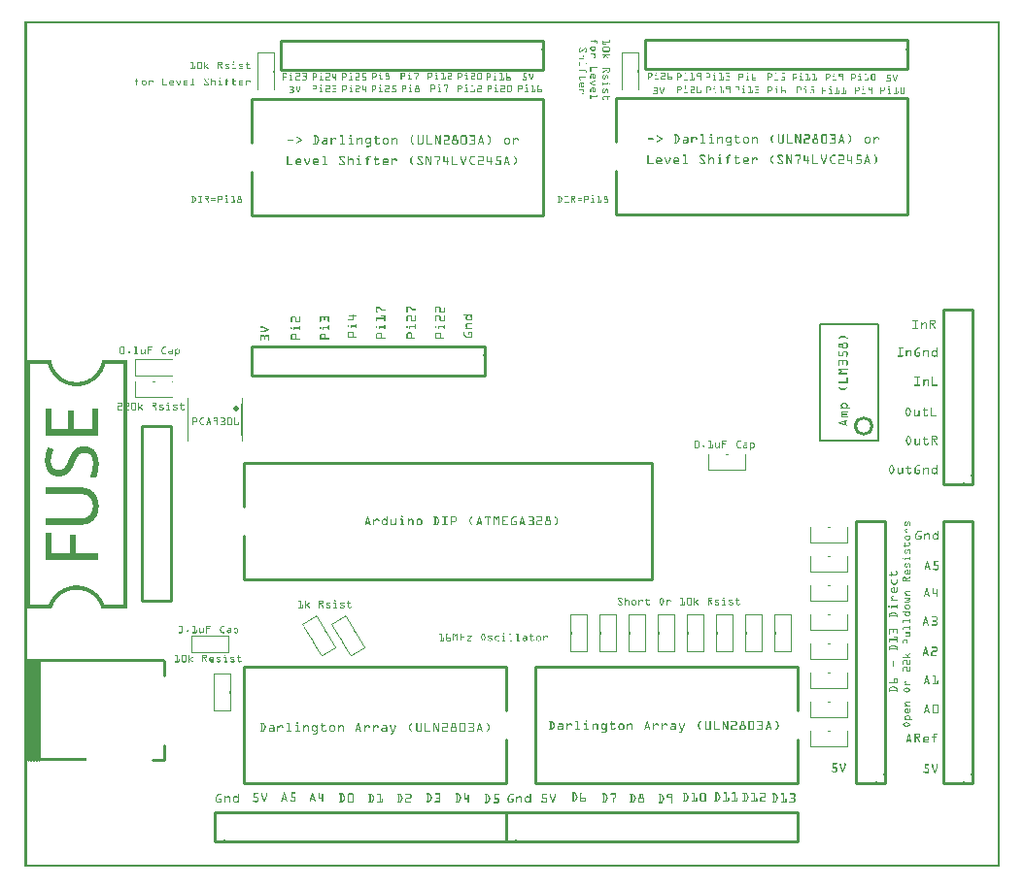
<source format=gto>
G04 MADE WITH FRITZING*
G04 WWW.FRITZING.ORG*
G04 DOUBLE SIDED*
G04 HOLES PLATED*
G04 CONTOUR ON CENTER OF CONTOUR VECTOR*
%ASAXBY*%
%FSLAX23Y23*%
%MOIN*%
%OFA0B0*%
%SFA1.0B1.0*%
%ADD10C,0.019307X0.00330708*%
%ADD11C,0.066567X0.046567*%
%ADD12C,0.010000*%
%ADD13C,0.008000*%
%ADD14R,0.001000X0.001000*%
%LNSILK1*%
G90*
G70*
G54D10*
X725Y1575D03*
G54D11*
X2879Y1514D03*
G54D12*
X479Y709D02*
X479Y659D01*
D02*
X439Y369D02*
X479Y369D01*
D02*
X479Y369D02*
X479Y419D01*
D02*
X49Y369D02*
X49Y709D01*
D02*
X44Y369D02*
X44Y709D01*
D02*
X39Y369D02*
X39Y709D01*
D02*
X34Y369D02*
X34Y709D01*
D02*
X29Y369D02*
X29Y709D01*
D02*
X24Y369D02*
X24Y709D01*
D02*
X19Y369D02*
X19Y709D01*
D02*
X14Y369D02*
X14Y709D01*
D02*
X754Y989D02*
X2154Y989D01*
D02*
X2154Y989D02*
X2154Y1389D01*
D02*
X2154Y1389D02*
X754Y1389D01*
D02*
X754Y989D02*
X754Y1139D01*
D02*
X754Y1239D02*
X754Y1389D01*
D02*
X2654Y689D02*
X1754Y689D01*
D02*
X1754Y689D02*
X1754Y289D01*
D02*
X1754Y289D02*
X2654Y289D01*
D02*
X2654Y689D02*
X2654Y539D01*
D02*
X2654Y439D02*
X2654Y289D01*
D02*
X1654Y689D02*
X754Y689D01*
D02*
X754Y689D02*
X754Y289D01*
D02*
X754Y289D02*
X1654Y289D01*
D02*
X1654Y689D02*
X1654Y539D01*
D02*
X1654Y439D02*
X1654Y289D01*
G54D13*
D02*
X2729Y1464D02*
X2729Y1864D01*
D02*
X2729Y1464D02*
X2889Y1464D01*
D02*
X2729Y1864D02*
X2929Y1864D01*
D02*
X2929Y1464D02*
X2929Y1864D01*
D02*
X2929Y1464D02*
X2889Y1464D01*
D02*
X2889Y1464D02*
X2869Y1464D01*
G54D12*
D02*
X2029Y2240D02*
X3029Y2240D01*
D02*
X3029Y2240D02*
X3029Y2640D01*
D02*
X3029Y2640D02*
X2029Y2640D01*
D02*
X2029Y2240D02*
X2029Y2390D01*
D02*
X2029Y2490D02*
X2029Y2640D01*
D02*
X779Y2239D02*
X1779Y2239D01*
D02*
X1779Y2239D02*
X1779Y2639D01*
D02*
X1779Y2639D02*
X779Y2639D01*
D02*
X779Y2239D02*
X779Y2389D01*
D02*
X779Y2489D02*
X779Y2639D01*
D02*
X404Y1514D02*
X404Y914D01*
D02*
X404Y914D02*
X504Y914D01*
D02*
X504Y914D02*
X504Y1514D01*
D02*
X504Y1514D02*
X404Y1514D01*
D02*
X3254Y289D02*
X3254Y1189D01*
D02*
X3254Y1189D02*
X3154Y1189D01*
D02*
X3154Y1189D02*
X3154Y289D01*
D02*
X3154Y289D02*
X3254Y289D01*
D02*
X2954Y289D02*
X2954Y1189D01*
D02*
X2954Y1189D02*
X2854Y1189D01*
D02*
X2854Y1189D02*
X2854Y289D01*
D02*
X2854Y289D02*
X2954Y289D01*
D02*
X1654Y89D02*
X2654Y89D01*
D02*
X2654Y89D02*
X2654Y189D01*
D02*
X2654Y189D02*
X1654Y189D01*
D02*
X1654Y189D02*
X1654Y89D01*
D02*
X1579Y1789D02*
X779Y1789D01*
D02*
X779Y1789D02*
X779Y1689D01*
D02*
X779Y1689D02*
X1579Y1689D01*
D02*
X1579Y1689D02*
X1579Y1789D01*
D02*
X3029Y2840D02*
X2129Y2840D01*
D02*
X2129Y2840D02*
X2129Y2740D01*
D02*
X2129Y2740D02*
X3029Y2740D01*
D02*
X3029Y2740D02*
X3029Y2840D01*
D02*
X1779Y2839D02*
X879Y2839D01*
D02*
X879Y2839D02*
X879Y2739D01*
D02*
X879Y2739D02*
X1779Y2739D01*
D02*
X1779Y2739D02*
X1779Y2839D01*
D02*
X654Y89D02*
X1654Y89D01*
D02*
X1654Y89D02*
X1654Y189D01*
D02*
X1654Y189D02*
X654Y189D01*
D02*
X654Y189D02*
X654Y89D01*
D02*
X3254Y1314D02*
X3254Y1914D01*
D02*
X3254Y1914D02*
X3154Y1914D01*
D02*
X3154Y1914D02*
X3154Y1314D01*
D02*
X3154Y1314D02*
X3254Y1314D01*
G54D14*
X0Y2904D02*
X3346Y2904D01*
X0Y2903D02*
X3346Y2903D01*
X0Y2902D02*
X3346Y2902D01*
X0Y2901D02*
X3346Y2901D01*
X0Y2900D02*
X3346Y2900D01*
X0Y2899D02*
X3346Y2899D01*
X0Y2898D02*
X3346Y2898D01*
X0Y2897D02*
X3346Y2897D01*
X0Y2896D02*
X7Y2896D01*
X3339Y2896D02*
X3346Y2896D01*
X0Y2895D02*
X7Y2895D01*
X3339Y2895D02*
X3346Y2895D01*
X0Y2894D02*
X7Y2894D01*
X3339Y2894D02*
X3346Y2894D01*
X0Y2893D02*
X7Y2893D01*
X3339Y2893D02*
X3346Y2893D01*
X0Y2892D02*
X7Y2892D01*
X3339Y2892D02*
X3346Y2892D01*
X0Y2891D02*
X7Y2891D01*
X3339Y2891D02*
X3346Y2891D01*
X0Y2890D02*
X7Y2890D01*
X3339Y2890D02*
X3346Y2890D01*
X0Y2889D02*
X7Y2889D01*
X3339Y2889D02*
X3346Y2889D01*
X0Y2888D02*
X7Y2888D01*
X3339Y2888D02*
X3346Y2888D01*
X0Y2887D02*
X7Y2887D01*
X3339Y2887D02*
X3346Y2887D01*
X0Y2886D02*
X7Y2886D01*
X3339Y2886D02*
X3346Y2886D01*
X0Y2885D02*
X7Y2885D01*
X3339Y2885D02*
X3346Y2885D01*
X0Y2884D02*
X7Y2884D01*
X3339Y2884D02*
X3346Y2884D01*
X0Y2883D02*
X7Y2883D01*
X3339Y2883D02*
X3346Y2883D01*
X0Y2882D02*
X7Y2882D01*
X3339Y2882D02*
X3346Y2882D01*
X0Y2881D02*
X7Y2881D01*
X3339Y2881D02*
X3346Y2881D01*
X0Y2880D02*
X7Y2880D01*
X3339Y2880D02*
X3346Y2880D01*
X0Y2879D02*
X7Y2879D01*
X3339Y2879D02*
X3346Y2879D01*
X0Y2878D02*
X7Y2878D01*
X3339Y2878D02*
X3346Y2878D01*
X0Y2877D02*
X7Y2877D01*
X3339Y2877D02*
X3346Y2877D01*
X0Y2876D02*
X7Y2876D01*
X3339Y2876D02*
X3346Y2876D01*
X0Y2875D02*
X7Y2875D01*
X3339Y2875D02*
X3346Y2875D01*
X0Y2874D02*
X7Y2874D01*
X3339Y2874D02*
X3346Y2874D01*
X0Y2873D02*
X7Y2873D01*
X3339Y2873D02*
X3346Y2873D01*
X0Y2872D02*
X7Y2872D01*
X3339Y2872D02*
X3346Y2872D01*
X0Y2871D02*
X7Y2871D01*
X3339Y2871D02*
X3346Y2871D01*
X0Y2870D02*
X7Y2870D01*
X3339Y2870D02*
X3346Y2870D01*
X0Y2869D02*
X7Y2869D01*
X3339Y2869D02*
X3346Y2869D01*
X0Y2868D02*
X7Y2868D01*
X3339Y2868D02*
X3346Y2868D01*
X0Y2867D02*
X7Y2867D01*
X3339Y2867D02*
X3346Y2867D01*
X0Y2866D02*
X7Y2866D01*
X3339Y2866D02*
X3346Y2866D01*
X0Y2865D02*
X7Y2865D01*
X3339Y2865D02*
X3346Y2865D01*
X0Y2864D02*
X7Y2864D01*
X3339Y2864D02*
X3346Y2864D01*
X0Y2863D02*
X7Y2863D01*
X3339Y2863D02*
X3346Y2863D01*
X0Y2862D02*
X7Y2862D01*
X3339Y2862D02*
X3346Y2862D01*
X0Y2861D02*
X7Y2861D01*
X3339Y2861D02*
X3346Y2861D01*
X0Y2860D02*
X7Y2860D01*
X3339Y2860D02*
X3346Y2860D01*
X0Y2859D02*
X7Y2859D01*
X3339Y2859D02*
X3346Y2859D01*
X0Y2858D02*
X7Y2858D01*
X3339Y2858D02*
X3346Y2858D01*
X0Y2857D02*
X7Y2857D01*
X3339Y2857D02*
X3346Y2857D01*
X0Y2856D02*
X7Y2856D01*
X3339Y2856D02*
X3346Y2856D01*
X0Y2855D02*
X7Y2855D01*
X3339Y2855D02*
X3346Y2855D01*
X0Y2854D02*
X7Y2854D01*
X3339Y2854D02*
X3346Y2854D01*
X0Y2853D02*
X7Y2853D01*
X3339Y2853D02*
X3346Y2853D01*
X0Y2852D02*
X7Y2852D01*
X3339Y2852D02*
X3346Y2852D01*
X0Y2851D02*
X7Y2851D01*
X3339Y2851D02*
X3346Y2851D01*
X0Y2850D02*
X7Y2850D01*
X3339Y2850D02*
X3346Y2850D01*
X0Y2849D02*
X7Y2849D01*
X3339Y2849D02*
X3346Y2849D01*
X0Y2848D02*
X7Y2848D01*
X3339Y2848D02*
X3346Y2848D01*
X0Y2847D02*
X7Y2847D01*
X3339Y2847D02*
X3346Y2847D01*
X0Y2846D02*
X7Y2846D01*
X3339Y2846D02*
X3346Y2846D01*
X0Y2845D02*
X7Y2845D01*
X3339Y2845D02*
X3346Y2845D01*
X0Y2844D02*
X7Y2844D01*
X3339Y2844D02*
X3346Y2844D01*
X0Y2843D02*
X7Y2843D01*
X3339Y2843D02*
X3346Y2843D01*
X0Y2842D02*
X7Y2842D01*
X1957Y2842D02*
X1958Y2842D01*
X3339Y2842D02*
X3346Y2842D01*
X0Y2841D02*
X7Y2841D01*
X1745Y2841D02*
X1745Y2841D01*
X1957Y2841D02*
X1959Y2841D01*
X2995Y2841D02*
X2995Y2841D01*
X3339Y2841D02*
X3346Y2841D01*
X0Y2840D02*
X7Y2840D01*
X1744Y2840D02*
X1746Y2840D01*
X1957Y2840D02*
X1959Y2840D01*
X1985Y2840D02*
X1985Y2840D01*
X2007Y2840D02*
X2007Y2840D01*
X2994Y2840D02*
X2996Y2840D01*
X3339Y2840D02*
X3346Y2840D01*
X0Y2839D02*
X7Y2839D01*
X1743Y2839D02*
X1747Y2839D01*
X1943Y2839D02*
X1960Y2839D01*
X1984Y2839D02*
X1986Y2839D01*
X2006Y2839D02*
X2008Y2839D01*
X2993Y2839D02*
X2997Y2839D01*
X3339Y2839D02*
X3346Y2839D01*
X0Y2838D02*
X7Y2838D01*
X1742Y2838D02*
X1748Y2838D01*
X1941Y2838D02*
X1963Y2838D01*
X1984Y2838D02*
X1986Y2838D01*
X2006Y2838D02*
X2008Y2838D01*
X2992Y2838D02*
X2998Y2838D01*
X3339Y2838D02*
X3346Y2838D01*
X0Y2837D02*
X7Y2837D01*
X1743Y2837D02*
X1749Y2837D01*
X1941Y2837D02*
X1964Y2837D01*
X1984Y2837D02*
X1986Y2837D01*
X2006Y2837D02*
X2008Y2837D01*
X2993Y2837D02*
X2999Y2837D01*
X3339Y2837D02*
X3346Y2837D01*
X0Y2836D02*
X7Y2836D01*
X1744Y2836D02*
X1750Y2836D01*
X1942Y2836D02*
X1965Y2836D01*
X1984Y2836D02*
X1986Y2836D01*
X2006Y2836D02*
X2008Y2836D01*
X2994Y2836D02*
X3000Y2836D01*
X3339Y2836D02*
X3346Y2836D01*
X0Y2835D02*
X7Y2835D01*
X1745Y2835D02*
X1751Y2835D01*
X1957Y2835D02*
X1959Y2835D01*
X1963Y2835D02*
X1966Y2835D01*
X1984Y2835D02*
X1986Y2835D01*
X2006Y2835D02*
X2008Y2835D01*
X2995Y2835D02*
X3001Y2835D01*
X3339Y2835D02*
X3346Y2835D01*
X0Y2834D02*
X7Y2834D01*
X1746Y2834D02*
X1752Y2834D01*
X1957Y2834D02*
X1959Y2834D01*
X1963Y2834D02*
X1966Y2834D01*
X1984Y2834D02*
X1986Y2834D01*
X2006Y2834D02*
X2008Y2834D01*
X2996Y2834D02*
X3002Y2834D01*
X3339Y2834D02*
X3346Y2834D01*
X0Y2833D02*
X7Y2833D01*
X1957Y2833D02*
X1959Y2833D01*
X1964Y2833D02*
X1966Y2833D01*
X1984Y2833D02*
X2008Y2833D01*
X3339Y2833D02*
X3346Y2833D01*
X0Y2832D02*
X7Y2832D01*
X1957Y2832D02*
X1959Y2832D01*
X1964Y2832D02*
X1966Y2832D01*
X1984Y2832D02*
X2008Y2832D01*
X3339Y2832D02*
X3346Y2832D01*
X0Y2831D02*
X7Y2831D01*
X1958Y2831D02*
X1958Y2831D01*
X1964Y2831D02*
X1966Y2831D01*
X1984Y2831D02*
X2008Y2831D01*
X3339Y2831D02*
X3346Y2831D01*
X0Y2830D02*
X7Y2830D01*
X1964Y2830D02*
X1966Y2830D01*
X1984Y2830D02*
X1986Y2830D01*
X3339Y2830D02*
X3346Y2830D01*
X0Y2829D02*
X7Y2829D01*
X1964Y2829D02*
X1966Y2829D01*
X1984Y2829D02*
X1986Y2829D01*
X3339Y2829D02*
X3346Y2829D01*
X0Y2828D02*
X7Y2828D01*
X1964Y2828D02*
X1965Y2828D01*
X1984Y2828D02*
X1986Y2828D01*
X3339Y2828D02*
X3346Y2828D01*
X0Y2827D02*
X7Y2827D01*
X1984Y2827D02*
X1993Y2827D01*
X3339Y2827D02*
X3346Y2827D01*
X0Y2826D02*
X7Y2826D01*
X1984Y2826D02*
X1994Y2826D01*
X3339Y2826D02*
X3346Y2826D01*
X0Y2825D02*
X7Y2825D01*
X1984Y2825D02*
X1994Y2825D01*
X3339Y2825D02*
X3346Y2825D01*
X0Y2824D02*
X7Y2824D01*
X1985Y2824D02*
X1993Y2824D01*
X3339Y2824D02*
X3346Y2824D01*
X0Y2823D02*
X7Y2823D01*
X3339Y2823D02*
X3346Y2823D01*
X0Y2822D02*
X7Y2822D01*
X3339Y2822D02*
X3346Y2822D01*
X0Y2821D02*
X7Y2821D01*
X3339Y2821D02*
X3346Y2821D01*
X0Y2820D02*
X7Y2820D01*
X3339Y2820D02*
X3346Y2820D01*
X0Y2819D02*
X7Y2819D01*
X1945Y2819D02*
X1955Y2819D01*
X3339Y2819D02*
X3346Y2819D01*
X0Y2818D02*
X7Y2818D01*
X1944Y2818D02*
X1956Y2818D01*
X3339Y2818D02*
X3346Y2818D01*
X0Y2817D02*
X7Y2817D01*
X1943Y2817D02*
X1957Y2817D01*
X3339Y2817D02*
X3346Y2817D01*
X0Y2816D02*
X7Y2816D01*
X1942Y2816D02*
X1958Y2816D01*
X1986Y2816D02*
X2006Y2816D01*
X3339Y2816D02*
X3346Y2816D01*
X0Y2815D02*
X7Y2815D01*
X1942Y2815D02*
X1945Y2815D01*
X1956Y2815D02*
X1959Y2815D01*
X1984Y2815D02*
X2008Y2815D01*
X3339Y2815D02*
X3346Y2815D01*
X0Y2814D02*
X7Y2814D01*
X1941Y2814D02*
X1944Y2814D01*
X1956Y2814D02*
X1959Y2814D01*
X1984Y2814D02*
X2008Y2814D01*
X3022Y2814D02*
X3022Y2814D01*
X3339Y2814D02*
X3346Y2814D01*
X0Y2813D02*
X7Y2813D01*
X1773Y2813D02*
X1773Y2813D01*
X1905Y2813D02*
X1907Y2813D01*
X1923Y2813D02*
X1925Y2813D01*
X1941Y2813D02*
X1944Y2813D01*
X1957Y2813D02*
X1959Y2813D01*
X1984Y2813D02*
X1986Y2813D01*
X2006Y2813D02*
X2008Y2813D01*
X3022Y2813D02*
X3023Y2813D01*
X3339Y2813D02*
X3346Y2813D01*
X0Y2812D02*
X7Y2812D01*
X1773Y2812D02*
X1774Y2812D01*
X1904Y2812D02*
X1908Y2812D01*
X1921Y2812D02*
X1926Y2812D01*
X1941Y2812D02*
X1944Y2812D01*
X1957Y2812D02*
X1959Y2812D01*
X1984Y2812D02*
X1986Y2812D01*
X2006Y2812D02*
X2008Y2812D01*
X3022Y2812D02*
X3024Y2812D01*
X3339Y2812D02*
X3346Y2812D01*
X0Y2811D02*
X7Y2811D01*
X1773Y2811D02*
X1775Y2811D01*
X1903Y2811D02*
X1907Y2811D01*
X1920Y2811D02*
X1927Y2811D01*
X1941Y2811D02*
X1944Y2811D01*
X1957Y2811D02*
X1959Y2811D01*
X1984Y2811D02*
X1986Y2811D01*
X2006Y2811D02*
X2008Y2811D01*
X3022Y2811D02*
X3025Y2811D01*
X3339Y2811D02*
X3346Y2811D01*
X0Y2810D02*
X7Y2810D01*
X1773Y2810D02*
X1776Y2810D01*
X1903Y2810D02*
X1906Y2810D01*
X1919Y2810D02*
X1923Y2810D01*
X1925Y2810D02*
X1927Y2810D01*
X1941Y2810D02*
X1944Y2810D01*
X1957Y2810D02*
X1959Y2810D01*
X1984Y2810D02*
X1986Y2810D01*
X2006Y2810D02*
X2008Y2810D01*
X3022Y2810D02*
X3026Y2810D01*
X3339Y2810D02*
X3346Y2810D01*
X0Y2809D02*
X7Y2809D01*
X1773Y2809D02*
X1777Y2809D01*
X1903Y2809D02*
X1905Y2809D01*
X1917Y2809D02*
X1922Y2809D01*
X1925Y2809D02*
X1927Y2809D01*
X1941Y2809D02*
X1944Y2809D01*
X1957Y2809D02*
X1959Y2809D01*
X1984Y2809D02*
X1986Y2809D01*
X2006Y2809D02*
X2008Y2809D01*
X3022Y2809D02*
X3027Y2809D01*
X3339Y2809D02*
X3346Y2809D01*
X0Y2808D02*
X7Y2808D01*
X1773Y2808D02*
X1778Y2808D01*
X1903Y2808D02*
X1905Y2808D01*
X1916Y2808D02*
X1920Y2808D01*
X1925Y2808D02*
X1927Y2808D01*
X1941Y2808D02*
X1944Y2808D01*
X1956Y2808D02*
X1959Y2808D01*
X1984Y2808D02*
X1986Y2808D01*
X2006Y2808D02*
X2008Y2808D01*
X3022Y2808D02*
X3028Y2808D01*
X3339Y2808D02*
X3346Y2808D01*
X0Y2807D02*
X7Y2807D01*
X1773Y2807D02*
X1779Y2807D01*
X1903Y2807D02*
X1905Y2807D01*
X1915Y2807D02*
X1919Y2807D01*
X1925Y2807D02*
X1927Y2807D01*
X1942Y2807D02*
X1945Y2807D01*
X1955Y2807D02*
X1958Y2807D01*
X1984Y2807D02*
X1986Y2807D01*
X2006Y2807D02*
X2008Y2807D01*
X3023Y2807D02*
X3029Y2807D01*
X3339Y2807D02*
X3346Y2807D01*
X0Y2806D02*
X7Y2806D01*
X1774Y2806D02*
X1779Y2806D01*
X1903Y2806D02*
X1905Y2806D01*
X1913Y2806D02*
X1918Y2806D01*
X1925Y2806D02*
X1927Y2806D01*
X1942Y2806D02*
X1958Y2806D01*
X1984Y2806D02*
X1986Y2806D01*
X2006Y2806D02*
X2008Y2806D01*
X3024Y2806D02*
X3029Y2806D01*
X3339Y2806D02*
X3346Y2806D01*
X0Y2805D02*
X7Y2805D01*
X1775Y2805D02*
X1778Y2805D01*
X1903Y2805D02*
X1905Y2805D01*
X1912Y2805D02*
X1917Y2805D01*
X1925Y2805D02*
X1927Y2805D01*
X1943Y2805D02*
X1957Y2805D01*
X1984Y2805D02*
X1986Y2805D01*
X2006Y2805D02*
X2008Y2805D01*
X3025Y2805D02*
X3028Y2805D01*
X3339Y2805D02*
X3346Y2805D01*
X0Y2804D02*
X7Y2804D01*
X1776Y2804D02*
X1777Y2804D01*
X1903Y2804D02*
X1905Y2804D01*
X1911Y2804D02*
X1915Y2804D01*
X1925Y2804D02*
X1927Y2804D01*
X1944Y2804D02*
X1956Y2804D01*
X1984Y2804D02*
X1986Y2804D01*
X2006Y2804D02*
X2008Y2804D01*
X3026Y2804D02*
X3027Y2804D01*
X3339Y2804D02*
X3346Y2804D01*
X0Y2803D02*
X7Y2803D01*
X1903Y2803D02*
X1905Y2803D01*
X1910Y2803D02*
X1914Y2803D01*
X1925Y2803D02*
X1927Y2803D01*
X1947Y2803D02*
X1954Y2803D01*
X1984Y2803D02*
X2008Y2803D01*
X3339Y2803D02*
X3346Y2803D01*
X0Y2802D02*
X7Y2802D01*
X1903Y2802D02*
X1905Y2802D01*
X1908Y2802D02*
X1913Y2802D01*
X1925Y2802D02*
X1927Y2802D01*
X1984Y2802D02*
X2008Y2802D01*
X3339Y2802D02*
X3346Y2802D01*
X0Y2801D02*
X7Y2801D01*
X1903Y2801D02*
X1905Y2801D01*
X1907Y2801D02*
X1911Y2801D01*
X1924Y2801D02*
X1927Y2801D01*
X1985Y2801D02*
X2007Y2801D01*
X3339Y2801D02*
X3346Y2801D01*
X0Y2800D02*
X7Y2800D01*
X1903Y2800D02*
X1910Y2800D01*
X1923Y2800D02*
X1927Y2800D01*
X1987Y2800D02*
X2005Y2800D01*
X3339Y2800D02*
X3346Y2800D01*
X0Y2799D02*
X7Y2799D01*
X1903Y2799D02*
X1909Y2799D01*
X1922Y2799D02*
X1926Y2799D01*
X3339Y2799D02*
X3346Y2799D01*
X0Y2798D02*
X7Y2798D01*
X1904Y2798D02*
X1908Y2798D01*
X1922Y2798D02*
X1925Y2798D01*
X3339Y2798D02*
X3346Y2798D01*
X0Y2797D02*
X7Y2797D01*
X3339Y2797D02*
X3346Y2797D01*
X0Y2796D02*
X7Y2796D01*
X800Y2796D02*
X857Y2796D01*
X2049Y2796D02*
X2107Y2796D01*
X3339Y2796D02*
X3346Y2796D01*
X0Y2795D02*
X7Y2795D01*
X799Y2795D02*
X857Y2795D01*
X1942Y2795D02*
X1958Y2795D01*
X2049Y2795D02*
X2107Y2795D01*
X3339Y2795D02*
X3346Y2795D01*
X0Y2794D02*
X7Y2794D01*
X799Y2794D02*
X857Y2794D01*
X1941Y2794D02*
X1959Y2794D01*
X2049Y2794D02*
X2107Y2794D01*
X3339Y2794D02*
X3346Y2794D01*
X0Y2793D02*
X7Y2793D01*
X799Y2793D02*
X801Y2793D01*
X855Y2793D02*
X857Y2793D01*
X1942Y2793D02*
X1959Y2793D01*
X2049Y2793D02*
X2051Y2793D01*
X2105Y2793D02*
X2107Y2793D01*
X3339Y2793D02*
X3346Y2793D01*
X0Y2792D02*
X7Y2792D01*
X799Y2792D02*
X801Y2792D01*
X855Y2792D02*
X857Y2792D01*
X1952Y2792D02*
X1956Y2792D01*
X1984Y2792D02*
X2008Y2792D01*
X2049Y2792D02*
X2051Y2792D01*
X2105Y2792D02*
X2107Y2792D01*
X3339Y2792D02*
X3346Y2792D01*
X0Y2791D02*
X7Y2791D01*
X799Y2791D02*
X801Y2791D01*
X855Y2791D02*
X857Y2791D01*
X1953Y2791D02*
X1956Y2791D01*
X1984Y2791D02*
X2008Y2791D01*
X2049Y2791D02*
X2051Y2791D01*
X2105Y2791D02*
X2107Y2791D01*
X3339Y2791D02*
X3346Y2791D01*
X0Y2790D02*
X7Y2790D01*
X799Y2790D02*
X801Y2790D01*
X855Y2790D02*
X857Y2790D01*
X1954Y2790D02*
X1957Y2790D01*
X1984Y2790D02*
X2008Y2790D01*
X2049Y2790D02*
X2051Y2790D01*
X2105Y2790D02*
X2107Y2790D01*
X3339Y2790D02*
X3346Y2790D01*
X0Y2789D02*
X7Y2789D01*
X799Y2789D02*
X801Y2789D01*
X855Y2789D02*
X857Y2789D01*
X1903Y2789D02*
X1927Y2789D01*
X1955Y2789D02*
X1958Y2789D01*
X1990Y2789D02*
X1994Y2789D01*
X2049Y2789D02*
X2051Y2789D01*
X2105Y2789D02*
X2107Y2789D01*
X3339Y2789D02*
X3346Y2789D01*
X0Y2788D02*
X7Y2788D01*
X799Y2788D02*
X801Y2788D01*
X855Y2788D02*
X857Y2788D01*
X1903Y2788D02*
X1927Y2788D01*
X1956Y2788D02*
X1959Y2788D01*
X1991Y2788D02*
X1995Y2788D01*
X2049Y2788D02*
X2051Y2788D01*
X2105Y2788D02*
X2107Y2788D01*
X3339Y2788D02*
X3346Y2788D01*
X0Y2787D02*
X7Y2787D01*
X799Y2787D02*
X801Y2787D01*
X855Y2787D02*
X857Y2787D01*
X1903Y2787D02*
X1927Y2787D01*
X1956Y2787D02*
X1959Y2787D01*
X1991Y2787D02*
X1995Y2787D01*
X2049Y2787D02*
X2051Y2787D01*
X2105Y2787D02*
X2107Y2787D01*
X3339Y2787D02*
X3346Y2787D01*
X0Y2786D02*
X7Y2786D01*
X799Y2786D02*
X801Y2786D01*
X855Y2786D02*
X857Y2786D01*
X1915Y2786D02*
X1918Y2786D01*
X1957Y2786D02*
X1959Y2786D01*
X1990Y2786D02*
X1996Y2786D01*
X2049Y2786D02*
X2051Y2786D01*
X2105Y2786D02*
X2107Y2786D01*
X3339Y2786D02*
X3346Y2786D01*
X0Y2785D02*
X7Y2785D01*
X799Y2785D02*
X801Y2785D01*
X855Y2785D02*
X857Y2785D01*
X1915Y2785D02*
X1918Y2785D01*
X1957Y2785D02*
X1959Y2785D01*
X1989Y2785D02*
X1997Y2785D01*
X2049Y2785D02*
X2051Y2785D01*
X2105Y2785D02*
X2107Y2785D01*
X3339Y2785D02*
X3346Y2785D01*
X0Y2784D02*
X7Y2784D01*
X799Y2784D02*
X801Y2784D01*
X855Y2784D02*
X857Y2784D01*
X1916Y2784D02*
X1919Y2784D01*
X1957Y2784D02*
X1959Y2784D01*
X1988Y2784D02*
X1992Y2784D01*
X1995Y2784D02*
X1998Y2784D01*
X2049Y2784D02*
X2051Y2784D01*
X2105Y2784D02*
X2107Y2784D01*
X3339Y2784D02*
X3346Y2784D01*
X0Y2783D02*
X7Y2783D01*
X799Y2783D02*
X801Y2783D01*
X855Y2783D02*
X857Y2783D01*
X1917Y2783D02*
X1920Y2783D01*
X1956Y2783D02*
X1959Y2783D01*
X1987Y2783D02*
X1991Y2783D01*
X1995Y2783D02*
X1999Y2783D01*
X2049Y2783D02*
X2051Y2783D01*
X2105Y2783D02*
X2107Y2783D01*
X3339Y2783D02*
X3346Y2783D01*
X0Y2782D02*
X7Y2782D01*
X799Y2782D02*
X801Y2782D01*
X855Y2782D02*
X857Y2782D01*
X1917Y2782D02*
X1920Y2782D01*
X1953Y2782D02*
X1958Y2782D01*
X1987Y2782D02*
X1990Y2782D01*
X1996Y2782D02*
X2000Y2782D01*
X2049Y2782D02*
X2051Y2782D01*
X2105Y2782D02*
X2107Y2782D01*
X3339Y2782D02*
X3346Y2782D01*
X0Y2781D02*
X7Y2781D01*
X799Y2781D02*
X801Y2781D01*
X855Y2781D02*
X857Y2781D01*
X1918Y2781D02*
X1920Y2781D01*
X1953Y2781D02*
X1958Y2781D01*
X1986Y2781D02*
X1989Y2781D01*
X1997Y2781D02*
X2001Y2781D01*
X2049Y2781D02*
X2051Y2781D01*
X2105Y2781D02*
X2107Y2781D01*
X3339Y2781D02*
X3346Y2781D01*
X0Y2780D02*
X7Y2780D01*
X799Y2780D02*
X801Y2780D01*
X855Y2780D02*
X857Y2780D01*
X1918Y2780D02*
X1920Y2780D01*
X1953Y2780D02*
X1957Y2780D01*
X1985Y2780D02*
X1988Y2780D01*
X1998Y2780D02*
X2001Y2780D01*
X2049Y2780D02*
X2051Y2780D01*
X2105Y2780D02*
X2107Y2780D01*
X3339Y2780D02*
X3346Y2780D01*
X0Y2779D02*
X7Y2779D01*
X799Y2779D02*
X801Y2779D01*
X855Y2779D02*
X857Y2779D01*
X1918Y2779D02*
X1920Y2779D01*
X1984Y2779D02*
X1987Y2779D01*
X1999Y2779D02*
X2001Y2779D01*
X2049Y2779D02*
X2051Y2779D01*
X2105Y2779D02*
X2107Y2779D01*
X3339Y2779D02*
X3346Y2779D01*
X0Y2778D02*
X7Y2778D01*
X799Y2778D02*
X801Y2778D01*
X855Y2778D02*
X857Y2778D01*
X1918Y2778D02*
X1920Y2778D01*
X1984Y2778D02*
X1987Y2778D01*
X2000Y2778D02*
X2000Y2778D01*
X2049Y2778D02*
X2051Y2778D01*
X2105Y2778D02*
X2107Y2778D01*
X3339Y2778D02*
X3346Y2778D01*
X0Y2777D02*
X7Y2777D01*
X799Y2777D02*
X801Y2777D01*
X855Y2777D02*
X857Y2777D01*
X1904Y2777D02*
X1920Y2777D01*
X1984Y2777D02*
X1986Y2777D01*
X2049Y2777D02*
X2051Y2777D01*
X2105Y2777D02*
X2107Y2777D01*
X3339Y2777D02*
X3346Y2777D01*
X0Y2776D02*
X7Y2776D01*
X799Y2776D02*
X801Y2776D01*
X855Y2776D02*
X857Y2776D01*
X1903Y2776D02*
X1919Y2776D01*
X2049Y2776D02*
X2051Y2776D01*
X2105Y2776D02*
X2107Y2776D01*
X3339Y2776D02*
X3346Y2776D01*
X0Y2775D02*
X7Y2775D01*
X799Y2775D02*
X801Y2775D01*
X855Y2775D02*
X857Y2775D01*
X1903Y2775D02*
X1919Y2775D01*
X2049Y2775D02*
X2051Y2775D01*
X2105Y2775D02*
X2107Y2775D01*
X3339Y2775D02*
X3346Y2775D01*
X0Y2774D02*
X7Y2774D01*
X799Y2774D02*
X801Y2774D01*
X855Y2774D02*
X857Y2774D01*
X1903Y2774D02*
X1917Y2774D01*
X2049Y2774D02*
X2051Y2774D01*
X2105Y2774D02*
X2107Y2774D01*
X3339Y2774D02*
X3346Y2774D01*
X0Y2773D02*
X7Y2773D01*
X799Y2773D02*
X801Y2773D01*
X855Y2773D02*
X857Y2773D01*
X2049Y2773D02*
X2051Y2773D01*
X2105Y2773D02*
X2107Y2773D01*
X3339Y2773D02*
X3346Y2773D01*
X0Y2772D02*
X7Y2772D01*
X799Y2772D02*
X801Y2772D01*
X855Y2772D02*
X857Y2772D01*
X2049Y2772D02*
X2051Y2772D01*
X2105Y2772D02*
X2107Y2772D01*
X3339Y2772D02*
X3346Y2772D01*
X0Y2771D02*
X7Y2771D01*
X799Y2771D02*
X801Y2771D01*
X855Y2771D02*
X857Y2771D01*
X2049Y2771D02*
X2051Y2771D01*
X2105Y2771D02*
X2107Y2771D01*
X3339Y2771D02*
X3346Y2771D01*
X0Y2770D02*
X7Y2770D01*
X799Y2770D02*
X801Y2770D01*
X855Y2770D02*
X857Y2770D01*
X2049Y2770D02*
X2051Y2770D01*
X2105Y2770D02*
X2107Y2770D01*
X3339Y2770D02*
X3346Y2770D01*
X0Y2769D02*
X7Y2769D01*
X799Y2769D02*
X801Y2769D01*
X855Y2769D02*
X857Y2769D01*
X2049Y2769D02*
X2051Y2769D01*
X2105Y2769D02*
X2107Y2769D01*
X3339Y2769D02*
X3346Y2769D01*
X0Y2768D02*
X7Y2768D01*
X799Y2768D02*
X801Y2768D01*
X855Y2768D02*
X857Y2768D01*
X2049Y2768D02*
X2051Y2768D01*
X2105Y2768D02*
X2107Y2768D01*
X3339Y2768D02*
X3346Y2768D01*
X0Y2767D02*
X7Y2767D01*
X717Y2767D02*
X719Y2767D01*
X799Y2767D02*
X801Y2767D01*
X855Y2767D02*
X857Y2767D01*
X2049Y2767D02*
X2051Y2767D01*
X2105Y2767D02*
X2107Y2767D01*
X3339Y2767D02*
X3346Y2767D01*
X0Y2766D02*
X7Y2766D01*
X716Y2766D02*
X720Y2766D01*
X799Y2766D02*
X801Y2766D01*
X855Y2766D02*
X857Y2766D01*
X2049Y2766D02*
X2051Y2766D01*
X2105Y2766D02*
X2107Y2766D01*
X3339Y2766D02*
X3346Y2766D01*
X0Y2765D02*
X7Y2765D01*
X569Y2765D02*
X578Y2765D01*
X594Y2765D02*
X606Y2765D01*
X617Y2765D02*
X618Y2765D01*
X664Y2765D02*
X677Y2765D01*
X716Y2765D02*
X720Y2765D01*
X799Y2765D02*
X801Y2765D01*
X855Y2765D02*
X857Y2765D01*
X2049Y2765D02*
X2051Y2765D01*
X2105Y2765D02*
X2107Y2765D01*
X3339Y2765D02*
X3346Y2765D01*
X0Y2764D02*
X7Y2764D01*
X569Y2764D02*
X578Y2764D01*
X593Y2764D02*
X607Y2764D01*
X616Y2764D02*
X619Y2764D01*
X664Y2764D02*
X678Y2764D01*
X716Y2764D02*
X720Y2764D01*
X763Y2764D02*
X764Y2764D01*
X799Y2764D02*
X801Y2764D01*
X855Y2764D02*
X857Y2764D01*
X1903Y2764D02*
X1904Y2764D01*
X1919Y2764D02*
X1920Y2764D01*
X2049Y2764D02*
X2051Y2764D01*
X2105Y2764D02*
X2107Y2764D01*
X3339Y2764D02*
X3346Y2764D01*
X0Y2763D02*
X7Y2763D01*
X569Y2763D02*
X578Y2763D01*
X593Y2763D02*
X608Y2763D01*
X616Y2763D02*
X619Y2763D01*
X664Y2763D02*
X679Y2763D01*
X717Y2763D02*
X720Y2763D01*
X762Y2763D02*
X764Y2763D01*
X799Y2763D02*
X801Y2763D01*
X855Y2763D02*
X857Y2763D01*
X1903Y2763D02*
X1905Y2763D01*
X1918Y2763D02*
X1920Y2763D01*
X2049Y2763D02*
X2051Y2763D01*
X2105Y2763D02*
X2107Y2763D01*
X3339Y2763D02*
X3346Y2763D01*
X0Y2762D02*
X7Y2762D01*
X575Y2762D02*
X578Y2762D01*
X592Y2762D02*
X595Y2762D01*
X605Y2762D02*
X608Y2762D01*
X616Y2762D02*
X619Y2762D01*
X664Y2762D02*
X666Y2762D01*
X676Y2762D02*
X679Y2762D01*
X762Y2762D02*
X764Y2762D01*
X799Y2762D02*
X801Y2762D01*
X855Y2762D02*
X857Y2762D01*
X1903Y2762D02*
X1905Y2762D01*
X1918Y2762D02*
X1920Y2762D01*
X2049Y2762D02*
X2051Y2762D01*
X2105Y2762D02*
X2107Y2762D01*
X3339Y2762D02*
X3346Y2762D01*
X0Y2761D02*
X7Y2761D01*
X575Y2761D02*
X578Y2761D01*
X592Y2761D02*
X595Y2761D01*
X606Y2761D02*
X608Y2761D01*
X616Y2761D02*
X619Y2761D01*
X664Y2761D02*
X666Y2761D01*
X677Y2761D02*
X679Y2761D01*
X762Y2761D02*
X764Y2761D01*
X799Y2761D02*
X801Y2761D01*
X855Y2761D02*
X857Y2761D01*
X1903Y2761D02*
X1905Y2761D01*
X1918Y2761D02*
X1920Y2761D01*
X1926Y2761D02*
X1928Y2761D01*
X2049Y2761D02*
X2051Y2761D01*
X2105Y2761D02*
X2107Y2761D01*
X3339Y2761D02*
X3346Y2761D01*
X0Y2760D02*
X7Y2760D01*
X575Y2760D02*
X578Y2760D01*
X592Y2760D02*
X595Y2760D01*
X606Y2760D02*
X608Y2760D01*
X616Y2760D02*
X619Y2760D01*
X664Y2760D02*
X666Y2760D01*
X677Y2760D02*
X679Y2760D01*
X762Y2760D02*
X764Y2760D01*
X799Y2760D02*
X801Y2760D01*
X855Y2760D02*
X857Y2760D01*
X1903Y2760D02*
X1905Y2760D01*
X1918Y2760D02*
X1920Y2760D01*
X1925Y2760D02*
X1928Y2760D01*
X2049Y2760D02*
X2051Y2760D01*
X2105Y2760D02*
X2107Y2760D01*
X3339Y2760D02*
X3346Y2760D01*
X0Y2759D02*
X7Y2759D01*
X575Y2759D02*
X578Y2759D01*
X592Y2759D02*
X595Y2759D01*
X606Y2759D02*
X608Y2759D01*
X616Y2759D02*
X619Y2759D01*
X664Y2759D02*
X666Y2759D01*
X677Y2759D02*
X679Y2759D01*
X762Y2759D02*
X765Y2759D01*
X799Y2759D02*
X801Y2759D01*
X855Y2759D02*
X857Y2759D01*
X1903Y2759D02*
X1920Y2759D01*
X1925Y2759D02*
X1929Y2759D01*
X2049Y2759D02*
X2051Y2759D01*
X2105Y2759D02*
X2107Y2759D01*
X3339Y2759D02*
X3346Y2759D01*
X0Y2758D02*
X7Y2758D01*
X575Y2758D02*
X578Y2758D01*
X592Y2758D02*
X595Y2758D01*
X606Y2758D02*
X608Y2758D01*
X616Y2758D02*
X619Y2758D01*
X628Y2758D02*
X630Y2758D01*
X664Y2758D02*
X666Y2758D01*
X676Y2758D02*
X679Y2758D01*
X690Y2758D02*
X701Y2758D01*
X713Y2758D02*
X720Y2758D01*
X737Y2758D02*
X748Y2758D01*
X759Y2758D02*
X772Y2758D01*
X799Y2758D02*
X801Y2758D01*
X855Y2758D02*
X857Y2758D01*
X1903Y2758D02*
X1920Y2758D01*
X1925Y2758D02*
X1929Y2758D01*
X2049Y2758D02*
X2051Y2758D01*
X2105Y2758D02*
X2107Y2758D01*
X3339Y2758D02*
X3346Y2758D01*
X0Y2757D02*
X7Y2757D01*
X575Y2757D02*
X578Y2757D01*
X592Y2757D02*
X595Y2757D01*
X606Y2757D02*
X608Y2757D01*
X616Y2757D02*
X619Y2757D01*
X627Y2757D02*
X630Y2757D01*
X664Y2757D02*
X679Y2757D01*
X689Y2757D02*
X702Y2757D01*
X713Y2757D02*
X720Y2757D01*
X736Y2757D02*
X749Y2757D01*
X759Y2757D02*
X772Y2757D01*
X799Y2757D02*
X801Y2757D01*
X855Y2757D02*
X857Y2757D01*
X1903Y2757D02*
X1920Y2757D01*
X1925Y2757D02*
X1928Y2757D01*
X2049Y2757D02*
X2051Y2757D01*
X2105Y2757D02*
X2107Y2757D01*
X3339Y2757D02*
X3346Y2757D01*
X0Y2756D02*
X7Y2756D01*
X575Y2756D02*
X578Y2756D01*
X592Y2756D02*
X595Y2756D01*
X606Y2756D02*
X608Y2756D01*
X616Y2756D02*
X619Y2756D01*
X625Y2756D02*
X629Y2756D01*
X664Y2756D02*
X678Y2756D01*
X688Y2756D02*
X702Y2756D01*
X713Y2756D02*
X720Y2756D01*
X736Y2756D02*
X750Y2756D01*
X759Y2756D02*
X772Y2756D01*
X799Y2756D02*
X801Y2756D01*
X855Y2756D02*
X857Y2756D01*
X1903Y2756D02*
X1905Y2756D01*
X2049Y2756D02*
X2051Y2756D01*
X2105Y2756D02*
X2107Y2756D01*
X3339Y2756D02*
X3346Y2756D01*
X0Y2755D02*
X7Y2755D01*
X575Y2755D02*
X578Y2755D01*
X592Y2755D02*
X595Y2755D01*
X606Y2755D02*
X608Y2755D01*
X616Y2755D02*
X619Y2755D01*
X624Y2755D02*
X628Y2755D01*
X664Y2755D02*
X677Y2755D01*
X688Y2755D02*
X691Y2755D01*
X700Y2755D02*
X702Y2755D01*
X718Y2755D02*
X720Y2755D01*
X736Y2755D02*
X738Y2755D01*
X748Y2755D02*
X750Y2755D01*
X762Y2755D02*
X764Y2755D01*
X799Y2755D02*
X801Y2755D01*
X855Y2755D02*
X857Y2755D01*
X1903Y2755D02*
X1905Y2755D01*
X2049Y2755D02*
X2051Y2755D01*
X2105Y2755D02*
X2107Y2755D01*
X3339Y2755D02*
X3346Y2755D01*
X0Y2754D02*
X7Y2754D01*
X575Y2754D02*
X578Y2754D01*
X592Y2754D02*
X595Y2754D01*
X606Y2754D02*
X608Y2754D01*
X616Y2754D02*
X619Y2754D01*
X623Y2754D02*
X627Y2754D01*
X664Y2754D02*
X667Y2754D01*
X669Y2754D02*
X673Y2754D01*
X688Y2754D02*
X690Y2754D01*
X718Y2754D02*
X720Y2754D01*
X736Y2754D02*
X738Y2754D01*
X762Y2754D02*
X764Y2754D01*
X799Y2754D02*
X801Y2754D01*
X855Y2754D02*
X857Y2754D01*
X1903Y2754D02*
X1905Y2754D01*
X2049Y2754D02*
X2051Y2754D01*
X2105Y2754D02*
X2107Y2754D01*
X3339Y2754D02*
X3346Y2754D01*
X0Y2753D02*
X7Y2753D01*
X575Y2753D02*
X578Y2753D01*
X592Y2753D02*
X595Y2753D01*
X606Y2753D02*
X608Y2753D01*
X616Y2753D02*
X619Y2753D01*
X622Y2753D02*
X626Y2753D01*
X664Y2753D02*
X666Y2753D01*
X670Y2753D02*
X673Y2753D01*
X688Y2753D02*
X692Y2753D01*
X718Y2753D02*
X720Y2753D01*
X736Y2753D02*
X740Y2753D01*
X762Y2753D02*
X764Y2753D01*
X799Y2753D02*
X801Y2753D01*
X855Y2753D02*
X857Y2753D01*
X1903Y2753D02*
X1905Y2753D01*
X2049Y2753D02*
X2051Y2753D01*
X2105Y2753D02*
X2107Y2753D01*
X3339Y2753D02*
X3346Y2753D01*
X0Y2752D02*
X7Y2752D01*
X575Y2752D02*
X578Y2752D01*
X592Y2752D02*
X595Y2752D01*
X606Y2752D02*
X608Y2752D01*
X616Y2752D02*
X619Y2752D01*
X621Y2752D02*
X625Y2752D01*
X664Y2752D02*
X666Y2752D01*
X671Y2752D02*
X673Y2752D01*
X689Y2752D02*
X695Y2752D01*
X718Y2752D02*
X720Y2752D01*
X736Y2752D02*
X742Y2752D01*
X762Y2752D02*
X764Y2752D01*
X799Y2752D02*
X801Y2752D01*
X855Y2752D02*
X857Y2752D01*
X1903Y2752D02*
X1904Y2752D01*
X2049Y2752D02*
X2051Y2752D01*
X2105Y2752D02*
X2107Y2752D01*
X3339Y2752D02*
X3346Y2752D01*
X0Y2751D02*
X7Y2751D01*
X575Y2751D02*
X578Y2751D01*
X582Y2751D02*
X584Y2751D01*
X592Y2751D02*
X595Y2751D01*
X606Y2751D02*
X608Y2751D01*
X616Y2751D02*
X624Y2751D01*
X664Y2751D02*
X666Y2751D01*
X671Y2751D02*
X674Y2751D01*
X690Y2751D02*
X697Y2751D01*
X718Y2751D02*
X720Y2751D01*
X737Y2751D02*
X745Y2751D01*
X762Y2751D02*
X764Y2751D01*
X799Y2751D02*
X801Y2751D01*
X855Y2751D02*
X857Y2751D01*
X2049Y2751D02*
X2051Y2751D01*
X2105Y2751D02*
X2107Y2751D01*
X3339Y2751D02*
X3346Y2751D01*
X0Y2750D02*
X7Y2750D01*
X575Y2750D02*
X578Y2750D01*
X582Y2750D02*
X584Y2750D01*
X592Y2750D02*
X595Y2750D01*
X606Y2750D02*
X608Y2750D01*
X616Y2750D02*
X623Y2750D01*
X664Y2750D02*
X666Y2750D01*
X672Y2750D02*
X675Y2750D01*
X692Y2750D02*
X699Y2750D01*
X718Y2750D02*
X720Y2750D01*
X739Y2750D02*
X747Y2750D01*
X762Y2750D02*
X764Y2750D01*
X799Y2750D02*
X801Y2750D01*
X855Y2750D02*
X857Y2750D01*
X2049Y2750D02*
X2051Y2750D01*
X2105Y2750D02*
X2107Y2750D01*
X3339Y2750D02*
X3346Y2750D01*
X0Y2749D02*
X7Y2749D01*
X575Y2749D02*
X578Y2749D01*
X582Y2749D02*
X584Y2749D01*
X592Y2749D02*
X595Y2749D01*
X606Y2749D02*
X608Y2749D01*
X616Y2749D02*
X624Y2749D01*
X664Y2749D02*
X666Y2749D01*
X672Y2749D02*
X675Y2749D01*
X694Y2749D02*
X701Y2749D01*
X718Y2749D02*
X720Y2749D01*
X742Y2749D02*
X748Y2749D01*
X762Y2749D02*
X764Y2749D01*
X799Y2749D02*
X801Y2749D01*
X855Y2749D02*
X857Y2749D01*
X2049Y2749D02*
X2051Y2749D01*
X2105Y2749D02*
X2107Y2749D01*
X3339Y2749D02*
X3346Y2749D01*
X0Y2748D02*
X7Y2748D01*
X575Y2748D02*
X578Y2748D01*
X582Y2748D02*
X584Y2748D01*
X592Y2748D02*
X595Y2748D01*
X606Y2748D02*
X608Y2748D01*
X616Y2748D02*
X625Y2748D01*
X664Y2748D02*
X666Y2748D01*
X673Y2748D02*
X676Y2748D01*
X697Y2748D02*
X702Y2748D01*
X718Y2748D02*
X720Y2748D01*
X744Y2748D02*
X749Y2748D01*
X762Y2748D02*
X764Y2748D01*
X799Y2748D02*
X801Y2748D01*
X855Y2748D02*
X857Y2748D01*
X1942Y2748D02*
X1964Y2748D01*
X2049Y2748D02*
X2051Y2748D01*
X2105Y2748D02*
X2107Y2748D01*
X3339Y2748D02*
X3346Y2748D01*
X0Y2747D02*
X7Y2747D01*
X575Y2747D02*
X578Y2747D01*
X582Y2747D02*
X584Y2747D01*
X592Y2747D02*
X595Y2747D01*
X606Y2747D02*
X608Y2747D01*
X616Y2747D02*
X619Y2747D01*
X622Y2747D02*
X626Y2747D01*
X664Y2747D02*
X666Y2747D01*
X673Y2747D02*
X676Y2747D01*
X699Y2747D02*
X702Y2747D01*
X718Y2747D02*
X720Y2747D01*
X746Y2747D02*
X750Y2747D01*
X762Y2747D02*
X764Y2747D01*
X799Y2747D02*
X801Y2747D01*
X855Y2747D02*
X857Y2747D01*
X1941Y2747D02*
X1966Y2747D01*
X2049Y2747D02*
X2051Y2747D01*
X2105Y2747D02*
X2107Y2747D01*
X3339Y2747D02*
X3346Y2747D01*
X0Y2746D02*
X7Y2746D01*
X575Y2746D02*
X578Y2746D01*
X582Y2746D02*
X584Y2746D01*
X592Y2746D02*
X595Y2746D01*
X606Y2746D02*
X608Y2746D01*
X616Y2746D02*
X619Y2746D01*
X623Y2746D02*
X628Y2746D01*
X664Y2746D02*
X666Y2746D01*
X674Y2746D02*
X677Y2746D01*
X700Y2746D02*
X703Y2746D01*
X718Y2746D02*
X720Y2746D01*
X748Y2746D02*
X750Y2746D01*
X762Y2746D02*
X764Y2746D01*
X773Y2746D02*
X773Y2746D01*
X799Y2746D02*
X801Y2746D01*
X855Y2746D02*
X857Y2746D01*
X1941Y2746D02*
X1966Y2746D01*
X2049Y2746D02*
X2051Y2746D01*
X2105Y2746D02*
X2107Y2746D01*
X3339Y2746D02*
X3346Y2746D01*
X0Y2745D02*
X7Y2745D01*
X575Y2745D02*
X578Y2745D01*
X582Y2745D02*
X584Y2745D01*
X592Y2745D02*
X595Y2745D01*
X606Y2745D02*
X608Y2745D01*
X616Y2745D02*
X619Y2745D01*
X625Y2745D02*
X629Y2745D01*
X664Y2745D02*
X666Y2745D01*
X675Y2745D02*
X678Y2745D01*
X700Y2745D02*
X703Y2745D01*
X718Y2745D02*
X720Y2745D01*
X748Y2745D02*
X750Y2745D01*
X762Y2745D02*
X764Y2745D01*
X772Y2745D02*
X774Y2745D01*
X799Y2745D02*
X801Y2745D01*
X855Y2745D02*
X857Y2745D01*
X1941Y2745D02*
X1965Y2745D01*
X1985Y2745D02*
X2008Y2745D01*
X2049Y2745D02*
X2051Y2745D01*
X2105Y2745D02*
X2107Y2745D01*
X3339Y2745D02*
X3346Y2745D01*
X0Y2744D02*
X7Y2744D01*
X575Y2744D02*
X578Y2744D01*
X582Y2744D02*
X584Y2744D01*
X592Y2744D02*
X595Y2744D01*
X606Y2744D02*
X608Y2744D01*
X616Y2744D02*
X619Y2744D01*
X626Y2744D02*
X630Y2744D01*
X664Y2744D02*
X666Y2744D01*
X675Y2744D02*
X678Y2744D01*
X688Y2744D02*
X690Y2744D01*
X700Y2744D02*
X703Y2744D01*
X718Y2744D02*
X720Y2744D01*
X735Y2744D02*
X737Y2744D01*
X748Y2744D02*
X750Y2744D01*
X762Y2744D02*
X765Y2744D01*
X771Y2744D02*
X774Y2744D01*
X799Y2744D02*
X801Y2744D01*
X855Y2744D02*
X857Y2744D01*
X1941Y2744D02*
X1944Y2744D01*
X1984Y2744D02*
X2008Y2744D01*
X2049Y2744D02*
X2051Y2744D01*
X2105Y2744D02*
X2107Y2744D01*
X3339Y2744D02*
X3346Y2744D01*
X0Y2743D02*
X7Y2743D01*
X569Y2743D02*
X584Y2743D01*
X593Y2743D02*
X608Y2743D01*
X616Y2743D02*
X619Y2743D01*
X627Y2743D02*
X631Y2743D01*
X664Y2743D02*
X666Y2743D01*
X676Y2743D02*
X679Y2743D01*
X688Y2743D02*
X702Y2743D01*
X714Y2743D02*
X724Y2743D01*
X735Y2743D02*
X750Y2743D01*
X763Y2743D02*
X774Y2743D01*
X799Y2743D02*
X801Y2743D01*
X855Y2743D02*
X857Y2743D01*
X1941Y2743D02*
X1944Y2743D01*
X1984Y2743D02*
X2008Y2743D01*
X2049Y2743D02*
X2051Y2743D01*
X2105Y2743D02*
X2107Y2743D01*
X3339Y2743D02*
X3346Y2743D01*
X0Y2742D02*
X7Y2742D01*
X569Y2742D02*
X584Y2742D01*
X593Y2742D02*
X607Y2742D01*
X616Y2742D02*
X619Y2742D01*
X628Y2742D02*
X632Y2742D01*
X664Y2742D02*
X666Y2742D01*
X676Y2742D02*
X679Y2742D01*
X688Y2742D02*
X702Y2742D01*
X713Y2742D02*
X725Y2742D01*
X736Y2742D02*
X749Y2742D01*
X763Y2742D02*
X773Y2742D01*
X799Y2742D02*
X801Y2742D01*
X855Y2742D02*
X857Y2742D01*
X1941Y2742D02*
X1944Y2742D01*
X1985Y2742D02*
X2008Y2742D01*
X2049Y2742D02*
X2051Y2742D01*
X2105Y2742D02*
X2107Y2742D01*
X3339Y2742D02*
X3346Y2742D01*
X0Y2741D02*
X7Y2741D01*
X569Y2741D02*
X584Y2741D01*
X594Y2741D02*
X607Y2741D01*
X616Y2741D02*
X618Y2741D01*
X629Y2741D02*
X631Y2741D01*
X664Y2741D02*
X666Y2741D01*
X677Y2741D02*
X679Y2741D01*
X690Y2741D02*
X701Y2741D01*
X713Y2741D02*
X725Y2741D01*
X737Y2741D02*
X748Y2741D01*
X764Y2741D02*
X772Y2741D01*
X799Y2741D02*
X801Y2741D01*
X855Y2741D02*
X857Y2741D01*
X1918Y2741D02*
X1920Y2741D01*
X1941Y2741D02*
X1944Y2741D01*
X1998Y2741D02*
X2000Y2741D01*
X2006Y2741D02*
X2008Y2741D01*
X2049Y2741D02*
X2051Y2741D01*
X2105Y2741D02*
X2107Y2741D01*
X3339Y2741D02*
X3346Y2741D01*
X0Y2740D02*
X7Y2740D01*
X799Y2740D02*
X801Y2740D01*
X855Y2740D02*
X857Y2740D01*
X1918Y2740D02*
X1920Y2740D01*
X1941Y2740D02*
X1944Y2740D01*
X1998Y2740D02*
X2000Y2740D01*
X2006Y2740D02*
X2008Y2740D01*
X2049Y2740D02*
X2051Y2740D01*
X2105Y2740D02*
X2107Y2740D01*
X3339Y2740D02*
X3346Y2740D01*
X0Y2739D02*
X7Y2739D01*
X799Y2739D02*
X801Y2739D01*
X855Y2739D02*
X857Y2739D01*
X1918Y2739D02*
X1920Y2739D01*
X1941Y2739D02*
X1944Y2739D01*
X1997Y2739D02*
X2000Y2739D01*
X2006Y2739D02*
X2008Y2739D01*
X2049Y2739D02*
X2051Y2739D01*
X2105Y2739D02*
X2107Y2739D01*
X3339Y2739D02*
X3346Y2739D01*
X0Y2738D02*
X7Y2738D01*
X799Y2738D02*
X801Y2738D01*
X855Y2738D02*
X857Y2738D01*
X1903Y2738D02*
X1923Y2738D01*
X1941Y2738D02*
X1944Y2738D01*
X1995Y2738D02*
X2000Y2738D01*
X2006Y2738D02*
X2008Y2738D01*
X2049Y2738D02*
X2051Y2738D01*
X2105Y2738D02*
X2107Y2738D01*
X3339Y2738D02*
X3346Y2738D01*
X0Y2737D02*
X7Y2737D01*
X799Y2737D02*
X801Y2737D01*
X855Y2737D02*
X857Y2737D01*
X1903Y2737D02*
X1925Y2737D01*
X1941Y2737D02*
X1944Y2737D01*
X1993Y2737D02*
X2000Y2737D01*
X2006Y2737D02*
X2008Y2737D01*
X2049Y2737D02*
X2051Y2737D01*
X2105Y2737D02*
X2107Y2737D01*
X3339Y2737D02*
X3346Y2737D01*
X0Y2736D02*
X7Y2736D01*
X799Y2736D02*
X802Y2736D01*
X855Y2736D02*
X857Y2736D01*
X1903Y2736D02*
X1926Y2736D01*
X1941Y2736D02*
X1944Y2736D01*
X1992Y2736D02*
X2000Y2736D01*
X2006Y2736D02*
X2008Y2736D01*
X2049Y2736D02*
X2052Y2736D01*
X2104Y2736D02*
X2107Y2736D01*
X3339Y2736D02*
X3346Y2736D01*
X0Y2735D02*
X7Y2735D01*
X799Y2735D02*
X802Y2735D01*
X854Y2735D02*
X857Y2735D01*
X1904Y2735D02*
X1927Y2735D01*
X1941Y2735D02*
X1944Y2735D01*
X1990Y2735D02*
X1995Y2735D01*
X1997Y2735D02*
X2000Y2735D01*
X2006Y2735D02*
X2008Y2735D01*
X2049Y2735D02*
X2052Y2735D01*
X2104Y2735D02*
X2107Y2735D01*
X3339Y2735D02*
X3346Y2735D01*
X0Y2734D02*
X7Y2734D01*
X799Y2734D02*
X802Y2734D01*
X854Y2734D02*
X857Y2734D01*
X1918Y2734D02*
X1920Y2734D01*
X1924Y2734D02*
X1927Y2734D01*
X1941Y2734D02*
X1944Y2734D01*
X1988Y2734D02*
X1994Y2734D01*
X1998Y2734D02*
X2000Y2734D01*
X2006Y2734D02*
X2008Y2734D01*
X2049Y2734D02*
X2052Y2734D01*
X2104Y2734D02*
X2107Y2734D01*
X3339Y2734D02*
X3346Y2734D01*
X0Y2733D02*
X7Y2733D01*
X799Y2733D02*
X802Y2733D01*
X854Y2733D02*
X857Y2733D01*
X1918Y2733D02*
X1920Y2733D01*
X1925Y2733D02*
X1927Y2733D01*
X1941Y2733D02*
X1944Y2733D01*
X1986Y2733D02*
X1992Y2733D01*
X1998Y2733D02*
X2000Y2733D01*
X2006Y2733D02*
X2008Y2733D01*
X2049Y2733D02*
X2052Y2733D01*
X2104Y2733D02*
X2107Y2733D01*
X3339Y2733D02*
X3346Y2733D01*
X0Y2732D02*
X7Y2732D01*
X799Y2732D02*
X802Y2732D01*
X854Y2732D02*
X857Y2732D01*
X1918Y2732D02*
X1920Y2732D01*
X1925Y2732D02*
X1927Y2732D01*
X1942Y2732D02*
X1943Y2732D01*
X1985Y2732D02*
X1990Y2732D01*
X1998Y2732D02*
X2008Y2732D01*
X2049Y2732D02*
X2052Y2732D01*
X2104Y2732D02*
X2107Y2732D01*
X3339Y2732D02*
X3346Y2732D01*
X0Y2731D02*
X7Y2731D01*
X799Y2731D02*
X802Y2731D01*
X854Y2731D02*
X857Y2731D01*
X1918Y2731D02*
X1920Y2731D01*
X1925Y2731D02*
X1927Y2731D01*
X1984Y2731D02*
X1989Y2731D01*
X1998Y2731D02*
X2007Y2731D01*
X2049Y2731D02*
X2052Y2731D01*
X2104Y2731D02*
X2107Y2731D01*
X3339Y2731D02*
X3346Y2731D01*
X0Y2730D02*
X7Y2730D01*
X799Y2730D02*
X802Y2730D01*
X854Y2730D02*
X857Y2730D01*
X1925Y2730D02*
X1927Y2730D01*
X1984Y2730D02*
X1987Y2730D01*
X1999Y2730D02*
X2006Y2730D01*
X2049Y2730D02*
X2052Y2730D01*
X2104Y2730D02*
X2107Y2730D01*
X3339Y2730D02*
X3346Y2730D01*
X0Y2729D02*
X7Y2729D01*
X799Y2729D02*
X802Y2729D01*
X854Y2729D02*
X857Y2729D01*
X1319Y2729D02*
X1322Y2729D01*
X1925Y2729D02*
X1927Y2729D01*
X1984Y2729D02*
X1985Y2729D01*
X2001Y2729D02*
X2005Y2729D01*
X2049Y2729D02*
X2052Y2729D01*
X2104Y2729D02*
X2107Y2729D01*
X2168Y2729D02*
X2169Y2729D01*
X3339Y2729D02*
X3346Y2729D01*
X0Y2728D02*
X7Y2728D01*
X799Y2728D02*
X802Y2728D01*
X854Y2728D02*
X857Y2728D01*
X914Y2728D02*
X915Y2728D01*
X1220Y2728D02*
X1223Y2728D01*
X1291Y2728D02*
X1303Y2728D01*
X1319Y2728D02*
X1322Y2728D01*
X1337Y2728D02*
X1351Y2728D01*
X1412Y2728D02*
X1415Y2728D01*
X1514Y2728D02*
X1517Y2728D01*
X1925Y2728D02*
X1927Y2728D01*
X2049Y2728D02*
X2052Y2728D01*
X2104Y2728D02*
X2107Y2728D01*
X2166Y2728D02*
X2170Y2728D01*
X2366Y2728D02*
X2367Y2728D01*
X3339Y2728D02*
X3346Y2728D01*
X0Y2727D02*
X7Y2727D01*
X799Y2727D02*
X802Y2727D01*
X854Y2727D02*
X857Y2727D01*
X913Y2727D02*
X916Y2727D01*
X1016Y2727D02*
X1019Y2727D01*
X1117Y2727D02*
X1120Y2727D01*
X1193Y2727D02*
X1204Y2727D01*
X1220Y2727D02*
X1223Y2727D01*
X1241Y2727D02*
X1248Y2727D01*
X1291Y2727D02*
X1305Y2727D01*
X1319Y2727D02*
X1322Y2727D01*
X1337Y2727D02*
X1351Y2727D01*
X1384Y2727D02*
X1396Y2727D01*
X1411Y2727D02*
X1415Y2727D01*
X1430Y2727D02*
X1438Y2727D01*
X1452Y2727D02*
X1465Y2727D01*
X1486Y2727D02*
X1498Y2727D01*
X1514Y2727D02*
X1517Y2727D01*
X1532Y2727D02*
X1544Y2727D01*
X1556Y2727D02*
X1567Y2727D01*
X1612Y2727D02*
X1615Y2727D01*
X1926Y2727D02*
X1926Y2727D01*
X2049Y2727D02*
X2052Y2727D01*
X2104Y2727D02*
X2107Y2727D01*
X2139Y2727D02*
X2151Y2727D01*
X2166Y2727D02*
X2170Y2727D01*
X2185Y2727D02*
X2198Y2727D01*
X2207Y2727D02*
X2210Y2727D01*
X2267Y2727D02*
X2270Y2727D01*
X2365Y2727D02*
X2368Y2727D01*
X2479Y2727D02*
X2481Y2727D01*
X2577Y2727D02*
X2580Y2727D01*
X3339Y2727D02*
X3346Y2727D01*
X0Y2726D02*
X7Y2726D01*
X799Y2726D02*
X801Y2726D01*
X855Y2726D02*
X857Y2726D01*
X885Y2726D02*
X898Y2726D01*
X913Y2726D02*
X916Y2726D01*
X931Y2726D02*
X944Y2726D01*
X953Y2726D02*
X967Y2726D01*
X989Y2726D02*
X1000Y2726D01*
X1016Y2726D02*
X1020Y2726D01*
X1034Y2726D02*
X1047Y2726D01*
X1058Y2726D02*
X1059Y2726D01*
X1090Y2726D02*
X1101Y2726D01*
X1117Y2726D02*
X1121Y2726D01*
X1136Y2726D02*
X1148Y2726D01*
X1161Y2726D02*
X1171Y2726D01*
X1193Y2726D02*
X1206Y2726D01*
X1220Y2726D02*
X1223Y2726D01*
X1241Y2726D02*
X1249Y2726D01*
X1291Y2726D02*
X1305Y2726D01*
X1319Y2726D02*
X1322Y2726D01*
X1337Y2726D02*
X1351Y2726D01*
X1384Y2726D02*
X1397Y2726D01*
X1411Y2726D02*
X1415Y2726D01*
X1429Y2726D02*
X1438Y2726D01*
X1452Y2726D02*
X1466Y2726D01*
X1486Y2726D02*
X1500Y2726D01*
X1514Y2726D02*
X1517Y2726D01*
X1532Y2726D02*
X1546Y2726D01*
X1555Y2726D02*
X1568Y2726D01*
X1585Y2726D02*
X1596Y2726D01*
X1612Y2726D02*
X1616Y2726D01*
X1630Y2726D02*
X1638Y2726D01*
X1653Y2726D02*
X1655Y2726D01*
X1712Y2726D02*
X1723Y2726D01*
X1732Y2726D02*
X1733Y2726D01*
X1745Y2726D02*
X1745Y2726D01*
X2049Y2726D02*
X2051Y2726D01*
X2105Y2726D02*
X2107Y2726D01*
X2139Y2726D02*
X2152Y2726D01*
X2166Y2726D02*
X2170Y2726D01*
X2184Y2726D02*
X2198Y2726D01*
X2207Y2726D02*
X2210Y2726D01*
X2239Y2726D02*
X2250Y2726D01*
X2266Y2726D02*
X2270Y2726D01*
X2285Y2726D02*
X2292Y2726D01*
X2308Y2726D02*
X2321Y2726D01*
X2338Y2726D02*
X2350Y2726D01*
X2365Y2726D02*
X2369Y2726D01*
X2383Y2726D02*
X2391Y2726D01*
X2406Y2726D02*
X2419Y2726D01*
X2478Y2726D02*
X2481Y2726D01*
X2549Y2726D02*
X2560Y2726D01*
X2577Y2726D02*
X2580Y2726D01*
X2598Y2726D02*
X2608Y2726D01*
X2664Y2726D02*
X2665Y2726D01*
X2778Y2726D02*
X2779Y2726D01*
X2865Y2726D02*
X2866Y2726D01*
X3339Y2726D02*
X3346Y2726D01*
X0Y2725D02*
X7Y2725D01*
X799Y2725D02*
X801Y2725D01*
X855Y2725D02*
X857Y2725D01*
X885Y2725D02*
X899Y2725D01*
X913Y2725D02*
X916Y2725D01*
X931Y2725D02*
X945Y2725D01*
X953Y2725D02*
X967Y2725D01*
X989Y2725D02*
X1002Y2725D01*
X1016Y2725D02*
X1020Y2725D01*
X1034Y2725D02*
X1048Y2725D01*
X1057Y2725D02*
X1059Y2725D01*
X1090Y2725D02*
X1103Y2725D01*
X1117Y2725D02*
X1121Y2725D01*
X1135Y2725D02*
X1149Y2725D01*
X1161Y2725D02*
X1172Y2725D01*
X1193Y2725D02*
X1206Y2725D01*
X1220Y2725D02*
X1223Y2725D01*
X1241Y2725D02*
X1249Y2725D01*
X1291Y2725D02*
X1294Y2725D01*
X1303Y2725D02*
X1306Y2725D01*
X1337Y2725D02*
X1339Y2725D01*
X1349Y2725D02*
X1351Y2725D01*
X1384Y2725D02*
X1398Y2725D01*
X1412Y2725D02*
X1415Y2725D01*
X1430Y2725D02*
X1438Y2725D01*
X1452Y2725D02*
X1466Y2725D01*
X1486Y2725D02*
X1500Y2725D01*
X1514Y2725D02*
X1517Y2725D01*
X1532Y2725D02*
X1546Y2725D01*
X1554Y2725D02*
X1569Y2725D01*
X1585Y2725D02*
X1598Y2725D01*
X1612Y2725D02*
X1616Y2725D01*
X1630Y2725D02*
X1638Y2725D01*
X1652Y2725D02*
X1656Y2725D01*
X1712Y2725D02*
X1723Y2725D01*
X1732Y2725D02*
X1734Y2725D01*
X1744Y2725D02*
X1746Y2725D01*
X2049Y2725D02*
X2051Y2725D01*
X2105Y2725D02*
X2107Y2725D01*
X2139Y2725D02*
X2153Y2725D01*
X2167Y2725D02*
X2169Y2725D01*
X2185Y2725D02*
X2199Y2725D01*
X2207Y2725D02*
X2210Y2725D01*
X2239Y2725D02*
X2252Y2725D01*
X2266Y2725D02*
X2270Y2725D01*
X2284Y2725D02*
X2293Y2725D01*
X2307Y2725D02*
X2321Y2725D01*
X2338Y2725D02*
X2351Y2725D01*
X2365Y2725D02*
X2369Y2725D01*
X2383Y2725D02*
X2391Y2725D01*
X2405Y2725D02*
X2420Y2725D01*
X2451Y2725D02*
X2463Y2725D01*
X2478Y2725D02*
X2481Y2725D01*
X2496Y2725D02*
X2499Y2725D01*
X2549Y2725D02*
X2562Y2725D01*
X2576Y2725D02*
X2580Y2725D01*
X2598Y2725D02*
X2609Y2725D01*
X2663Y2725D02*
X2666Y2725D01*
X2777Y2725D02*
X2780Y2725D01*
X2864Y2725D02*
X2868Y2725D01*
X3339Y2725D02*
X3346Y2725D01*
X0Y2724D02*
X7Y2724D01*
X799Y2724D02*
X801Y2724D01*
X855Y2724D02*
X857Y2724D01*
X885Y2724D02*
X899Y2724D01*
X913Y2724D02*
X915Y2724D01*
X931Y2724D02*
X945Y2724D01*
X954Y2724D02*
X968Y2724D01*
X989Y2724D02*
X1002Y2724D01*
X1016Y2724D02*
X1019Y2724D01*
X1034Y2724D02*
X1048Y2724D01*
X1057Y2724D02*
X1059Y2724D01*
X1090Y2724D02*
X1104Y2724D01*
X1117Y2724D02*
X1120Y2724D01*
X1135Y2724D02*
X1149Y2724D01*
X1161Y2724D02*
X1172Y2724D01*
X1193Y2724D02*
X1195Y2724D01*
X1204Y2724D02*
X1207Y2724D01*
X1241Y2724D02*
X1243Y2724D01*
X1247Y2724D02*
X1249Y2724D01*
X1291Y2724D02*
X1294Y2724D01*
X1304Y2724D02*
X1306Y2724D01*
X1349Y2724D02*
X1351Y2724D01*
X1384Y2724D02*
X1386Y2724D01*
X1395Y2724D02*
X1398Y2724D01*
X1435Y2724D02*
X1438Y2724D01*
X1464Y2724D02*
X1466Y2724D01*
X1486Y2724D02*
X1489Y2724D01*
X1498Y2724D02*
X1501Y2724D01*
X1544Y2724D02*
X1546Y2724D01*
X1554Y2724D02*
X1557Y2724D01*
X1566Y2724D02*
X1569Y2724D01*
X1585Y2724D02*
X1598Y2724D01*
X1612Y2724D02*
X1615Y2724D01*
X1630Y2724D02*
X1638Y2724D01*
X1652Y2724D02*
X1656Y2724D01*
X1712Y2724D02*
X1723Y2724D01*
X1731Y2724D02*
X1734Y2724D01*
X1744Y2724D02*
X1746Y2724D01*
X1946Y2724D02*
X1954Y2724D01*
X2049Y2724D02*
X2051Y2724D01*
X2105Y2724D02*
X2107Y2724D01*
X2139Y2724D02*
X2141Y2724D01*
X2151Y2724D02*
X2153Y2724D01*
X2197Y2724D02*
X2199Y2724D01*
X2207Y2724D02*
X2209Y2724D01*
X2239Y2724D02*
X2253Y2724D01*
X2266Y2724D02*
X2270Y2724D01*
X2284Y2724D02*
X2293Y2724D01*
X2307Y2724D02*
X2321Y2724D01*
X2338Y2724D02*
X2352Y2724D01*
X2366Y2724D02*
X2368Y2724D01*
X2384Y2724D02*
X2391Y2724D01*
X2406Y2724D02*
X2420Y2724D01*
X2451Y2724D02*
X2464Y2724D01*
X2478Y2724D02*
X2481Y2724D01*
X2496Y2724D02*
X2499Y2724D01*
X2549Y2724D02*
X2563Y2724D01*
X2577Y2724D02*
X2580Y2724D01*
X2598Y2724D02*
X2609Y2724D01*
X2636Y2724D02*
X2648Y2724D01*
X2663Y2724D02*
X2666Y2724D01*
X2681Y2724D02*
X2689Y2724D01*
X2704Y2724D02*
X2712Y2724D01*
X2749Y2724D02*
X2762Y2724D01*
X2776Y2724D02*
X2780Y2724D01*
X2795Y2724D02*
X2809Y2724D01*
X2837Y2724D02*
X2849Y2724D01*
X2864Y2724D02*
X2868Y2724D01*
X2882Y2724D02*
X2890Y2724D01*
X2906Y2724D02*
X2918Y2724D01*
X3339Y2724D02*
X3346Y2724D01*
X0Y2723D02*
X7Y2723D01*
X799Y2723D02*
X801Y2723D01*
X855Y2723D02*
X857Y2723D01*
X885Y2723D02*
X888Y2723D01*
X897Y2723D02*
X900Y2723D01*
X943Y2723D02*
X945Y2723D01*
X966Y2723D02*
X968Y2723D01*
X989Y2723D02*
X991Y2723D01*
X1000Y2723D02*
X1003Y2723D01*
X1046Y2723D02*
X1048Y2723D01*
X1057Y2723D02*
X1059Y2723D01*
X1067Y2723D02*
X1068Y2723D01*
X1090Y2723D02*
X1092Y2723D01*
X1101Y2723D02*
X1104Y2723D01*
X1147Y2723D02*
X1149Y2723D01*
X1161Y2723D02*
X1163Y2723D01*
X1193Y2723D02*
X1195Y2723D01*
X1205Y2723D02*
X1207Y2723D01*
X1241Y2723D02*
X1243Y2723D01*
X1247Y2723D02*
X1249Y2723D01*
X1291Y2723D02*
X1294Y2723D01*
X1304Y2723D02*
X1306Y2723D01*
X1349Y2723D02*
X1351Y2723D01*
X1384Y2723D02*
X1386Y2723D01*
X1396Y2723D02*
X1399Y2723D01*
X1435Y2723D02*
X1438Y2723D01*
X1464Y2723D02*
X1466Y2723D01*
X1486Y2723D02*
X1489Y2723D01*
X1499Y2723D02*
X1501Y2723D01*
X1544Y2723D02*
X1546Y2723D01*
X1554Y2723D02*
X1556Y2723D01*
X1567Y2723D02*
X1569Y2723D01*
X1585Y2723D02*
X1587Y2723D01*
X1596Y2723D02*
X1599Y2723D01*
X1636Y2723D02*
X1638Y2723D01*
X1652Y2723D02*
X1655Y2723D01*
X1712Y2723D02*
X1714Y2723D01*
X1731Y2723D02*
X1734Y2723D01*
X1744Y2723D02*
X1746Y2723D01*
X1944Y2723D02*
X1956Y2723D01*
X2049Y2723D02*
X2051Y2723D01*
X2105Y2723D02*
X2107Y2723D01*
X2139Y2723D02*
X2141Y2723D01*
X2151Y2723D02*
X2154Y2723D01*
X2197Y2723D02*
X2199Y2723D01*
X2207Y2723D02*
X2209Y2723D01*
X2239Y2723D02*
X2242Y2723D01*
X2250Y2723D02*
X2253Y2723D01*
X2290Y2723D02*
X2293Y2723D01*
X2307Y2723D02*
X2309Y2723D01*
X2319Y2723D02*
X2321Y2723D01*
X2338Y2723D02*
X2340Y2723D01*
X2350Y2723D02*
X2352Y2723D01*
X2389Y2723D02*
X2391Y2723D01*
X2418Y2723D02*
X2420Y2723D01*
X2451Y2723D02*
X2465Y2723D01*
X2479Y2723D02*
X2480Y2723D01*
X2496Y2723D02*
X2498Y2723D01*
X2549Y2723D02*
X2552Y2723D01*
X2560Y2723D02*
X2564Y2723D01*
X2598Y2723D02*
X2600Y2723D01*
X2636Y2723D02*
X2649Y2723D01*
X2663Y2723D02*
X2666Y2723D01*
X2681Y2723D02*
X2689Y2723D01*
X2703Y2723D02*
X2712Y2723D01*
X2749Y2723D02*
X2763Y2723D01*
X2776Y2723D02*
X2780Y2723D01*
X2794Y2723D02*
X2809Y2723D01*
X2837Y2723D02*
X2850Y2723D01*
X2864Y2723D02*
X2868Y2723D01*
X2882Y2723D02*
X2890Y2723D01*
X2905Y2723D02*
X2919Y2723D01*
X3339Y2723D02*
X3346Y2723D01*
X0Y2722D02*
X7Y2722D01*
X799Y2722D02*
X801Y2722D01*
X855Y2722D02*
X857Y2722D01*
X885Y2722D02*
X888Y2722D01*
X898Y2722D02*
X900Y2722D01*
X943Y2722D02*
X945Y2722D01*
X966Y2722D02*
X968Y2722D01*
X989Y2722D02*
X991Y2722D01*
X1001Y2722D02*
X1003Y2722D01*
X1046Y2722D02*
X1048Y2722D01*
X1057Y2722D02*
X1059Y2722D01*
X1066Y2722D02*
X1069Y2722D01*
X1090Y2722D02*
X1092Y2722D01*
X1102Y2722D02*
X1104Y2722D01*
X1147Y2722D02*
X1149Y2722D01*
X1161Y2722D02*
X1163Y2722D01*
X1193Y2722D02*
X1195Y2722D01*
X1205Y2722D02*
X1207Y2722D01*
X1241Y2722D02*
X1243Y2722D01*
X1247Y2722D02*
X1249Y2722D01*
X1291Y2722D02*
X1294Y2722D01*
X1304Y2722D02*
X1306Y2722D01*
X1349Y2722D02*
X1351Y2722D01*
X1384Y2722D02*
X1386Y2722D01*
X1396Y2722D02*
X1399Y2722D01*
X1435Y2722D02*
X1438Y2722D01*
X1464Y2722D02*
X1466Y2722D01*
X1486Y2722D02*
X1489Y2722D01*
X1499Y2722D02*
X1501Y2722D01*
X1544Y2722D02*
X1546Y2722D01*
X1554Y2722D02*
X1556Y2722D01*
X1567Y2722D02*
X1569Y2722D01*
X1585Y2722D02*
X1587Y2722D01*
X1597Y2722D02*
X1599Y2722D01*
X1636Y2722D02*
X1638Y2722D01*
X1652Y2722D02*
X1655Y2722D01*
X1712Y2722D02*
X1714Y2722D01*
X1731Y2722D02*
X1734Y2722D01*
X1744Y2722D02*
X1746Y2722D01*
X1943Y2722D02*
X1957Y2722D01*
X2049Y2722D02*
X2051Y2722D01*
X2105Y2722D02*
X2107Y2722D01*
X2139Y2722D02*
X2141Y2722D01*
X2151Y2722D02*
X2154Y2722D01*
X2197Y2722D02*
X2199Y2722D01*
X2207Y2722D02*
X2209Y2722D01*
X2239Y2722D02*
X2241Y2722D01*
X2251Y2722D02*
X2254Y2722D01*
X2290Y2722D02*
X2293Y2722D01*
X2307Y2722D02*
X2309Y2722D01*
X2319Y2722D02*
X2321Y2722D01*
X2338Y2722D02*
X2340Y2722D01*
X2350Y2722D02*
X2352Y2722D01*
X2389Y2722D02*
X2391Y2722D01*
X2418Y2722D02*
X2420Y2722D01*
X2451Y2722D02*
X2453Y2722D01*
X2463Y2722D02*
X2465Y2722D01*
X2496Y2722D02*
X2498Y2722D01*
X2549Y2722D02*
X2551Y2722D01*
X2562Y2722D02*
X2564Y2722D01*
X2598Y2722D02*
X2600Y2722D01*
X2636Y2722D02*
X2650Y2722D01*
X2663Y2722D02*
X2666Y2722D01*
X2681Y2722D02*
X2689Y2722D01*
X2704Y2722D02*
X2712Y2722D01*
X2749Y2722D02*
X2763Y2722D01*
X2777Y2722D02*
X2779Y2722D01*
X2794Y2722D02*
X2809Y2722D01*
X2837Y2722D02*
X2851Y2722D01*
X2865Y2722D02*
X2867Y2722D01*
X2883Y2722D02*
X2890Y2722D01*
X2905Y2722D02*
X2919Y2722D01*
X2960Y2722D02*
X2971Y2722D01*
X2980Y2722D02*
X2981Y2722D01*
X2993Y2722D02*
X2993Y2722D01*
X3339Y2722D02*
X3346Y2722D01*
X0Y2721D02*
X7Y2721D01*
X799Y2721D02*
X801Y2721D01*
X855Y2721D02*
X857Y2721D01*
X885Y2721D02*
X888Y2721D01*
X898Y2721D02*
X900Y2721D01*
X943Y2721D02*
X945Y2721D01*
X966Y2721D02*
X968Y2721D01*
X989Y2721D02*
X991Y2721D01*
X1001Y2721D02*
X1003Y2721D01*
X1046Y2721D02*
X1048Y2721D01*
X1057Y2721D02*
X1059Y2721D01*
X1066Y2721D02*
X1069Y2721D01*
X1090Y2721D02*
X1092Y2721D01*
X1102Y2721D02*
X1104Y2721D01*
X1147Y2721D02*
X1149Y2721D01*
X1161Y2721D02*
X1163Y2721D01*
X1193Y2721D02*
X1195Y2721D01*
X1205Y2721D02*
X1207Y2721D01*
X1241Y2721D02*
X1243Y2721D01*
X1247Y2721D02*
X1249Y2721D01*
X1291Y2721D02*
X1294Y2721D01*
X1304Y2721D02*
X1306Y2721D01*
X1316Y2721D02*
X1322Y2721D01*
X1349Y2721D02*
X1351Y2721D01*
X1384Y2721D02*
X1386Y2721D01*
X1396Y2721D02*
X1399Y2721D01*
X1435Y2721D02*
X1438Y2721D01*
X1464Y2721D02*
X1466Y2721D01*
X1486Y2721D02*
X1489Y2721D01*
X1499Y2721D02*
X1501Y2721D01*
X1544Y2721D02*
X1546Y2721D01*
X1554Y2721D02*
X1556Y2721D01*
X1567Y2721D02*
X1569Y2721D01*
X1585Y2721D02*
X1587Y2721D01*
X1597Y2721D02*
X1599Y2721D01*
X1636Y2721D02*
X1638Y2721D01*
X1652Y2721D02*
X1655Y2721D01*
X1712Y2721D02*
X1714Y2721D01*
X1731Y2721D02*
X1734Y2721D01*
X1744Y2721D02*
X1746Y2721D01*
X1942Y2721D02*
X1958Y2721D01*
X1986Y2721D02*
X1987Y2721D01*
X2049Y2721D02*
X2051Y2721D01*
X2105Y2721D02*
X2107Y2721D01*
X2139Y2721D02*
X2141Y2721D01*
X2151Y2721D02*
X2154Y2721D01*
X2164Y2721D02*
X2169Y2721D01*
X2197Y2721D02*
X2199Y2721D01*
X2207Y2721D02*
X2209Y2721D01*
X2239Y2721D02*
X2241Y2721D01*
X2251Y2721D02*
X2254Y2721D01*
X2290Y2721D02*
X2293Y2721D01*
X2307Y2721D02*
X2309Y2721D01*
X2319Y2721D02*
X2321Y2721D01*
X2338Y2721D02*
X2340Y2721D01*
X2350Y2721D02*
X2352Y2721D01*
X2389Y2721D02*
X2391Y2721D01*
X2418Y2721D02*
X2420Y2721D01*
X2451Y2721D02*
X2453Y2721D01*
X2463Y2721D02*
X2465Y2721D01*
X2496Y2721D02*
X2498Y2721D01*
X2549Y2721D02*
X2551Y2721D01*
X2562Y2721D02*
X2564Y2721D01*
X2598Y2721D02*
X2600Y2721D01*
X2636Y2721D02*
X2638Y2721D01*
X2648Y2721D02*
X2650Y2721D01*
X2687Y2721D02*
X2689Y2721D01*
X2709Y2721D02*
X2712Y2721D01*
X2749Y2721D02*
X2751Y2721D01*
X2761Y2721D02*
X2764Y2721D01*
X2794Y2721D02*
X2797Y2721D01*
X2807Y2721D02*
X2809Y2721D01*
X2837Y2721D02*
X2839Y2721D01*
X2849Y2721D02*
X2851Y2721D01*
X2888Y2721D02*
X2890Y2721D01*
X2904Y2721D02*
X2907Y2721D01*
X2917Y2721D02*
X2919Y2721D01*
X2960Y2721D02*
X2971Y2721D01*
X2980Y2721D02*
X2982Y2721D01*
X2992Y2721D02*
X2994Y2721D01*
X3339Y2721D02*
X3346Y2721D01*
X0Y2720D02*
X7Y2720D01*
X799Y2720D02*
X801Y2720D01*
X855Y2720D02*
X857Y2720D01*
X885Y2720D02*
X888Y2720D01*
X898Y2720D02*
X900Y2720D01*
X910Y2720D02*
X915Y2720D01*
X943Y2720D02*
X945Y2720D01*
X966Y2720D02*
X968Y2720D01*
X989Y2720D02*
X991Y2720D01*
X1001Y2720D02*
X1003Y2720D01*
X1046Y2720D02*
X1048Y2720D01*
X1057Y2720D02*
X1059Y2720D01*
X1066Y2720D02*
X1069Y2720D01*
X1090Y2720D02*
X1092Y2720D01*
X1102Y2720D02*
X1104Y2720D01*
X1147Y2720D02*
X1149Y2720D01*
X1161Y2720D02*
X1163Y2720D01*
X1193Y2720D02*
X1195Y2720D01*
X1205Y2720D02*
X1207Y2720D01*
X1217Y2720D02*
X1223Y2720D01*
X1241Y2720D02*
X1243Y2720D01*
X1247Y2720D02*
X1249Y2720D01*
X1291Y2720D02*
X1294Y2720D01*
X1304Y2720D02*
X1306Y2720D01*
X1316Y2720D02*
X1322Y2720D01*
X1349Y2720D02*
X1351Y2720D01*
X1384Y2720D02*
X1386Y2720D01*
X1396Y2720D02*
X1399Y2720D01*
X1408Y2720D02*
X1415Y2720D01*
X1435Y2720D02*
X1438Y2720D01*
X1464Y2720D02*
X1466Y2720D01*
X1486Y2720D02*
X1489Y2720D01*
X1499Y2720D02*
X1501Y2720D01*
X1511Y2720D02*
X1517Y2720D01*
X1544Y2720D02*
X1546Y2720D01*
X1554Y2720D02*
X1556Y2720D01*
X1567Y2720D02*
X1569Y2720D01*
X1585Y2720D02*
X1587Y2720D01*
X1597Y2720D02*
X1599Y2720D01*
X1636Y2720D02*
X1638Y2720D01*
X1652Y2720D02*
X1655Y2720D01*
X1712Y2720D02*
X1714Y2720D01*
X1731Y2720D02*
X1734Y2720D01*
X1744Y2720D02*
X1746Y2720D01*
X1942Y2720D02*
X1945Y2720D01*
X1948Y2720D02*
X1951Y2720D01*
X1956Y2720D02*
X1959Y2720D01*
X1985Y2720D02*
X1987Y2720D01*
X1995Y2720D02*
X2000Y2720D01*
X2049Y2720D02*
X2051Y2720D01*
X2105Y2720D02*
X2107Y2720D01*
X2139Y2720D02*
X2141Y2720D01*
X2151Y2720D02*
X2154Y2720D01*
X2163Y2720D02*
X2170Y2720D01*
X2197Y2720D02*
X2199Y2720D01*
X2207Y2720D02*
X2209Y2720D01*
X2239Y2720D02*
X2241Y2720D01*
X2251Y2720D02*
X2254Y2720D01*
X2290Y2720D02*
X2293Y2720D01*
X2307Y2720D02*
X2309Y2720D01*
X2319Y2720D02*
X2321Y2720D01*
X2338Y2720D02*
X2340Y2720D01*
X2350Y2720D02*
X2352Y2720D01*
X2363Y2720D02*
X2368Y2720D01*
X2389Y2720D02*
X2391Y2720D01*
X2418Y2720D02*
X2420Y2720D01*
X2451Y2720D02*
X2453Y2720D01*
X2463Y2720D02*
X2465Y2720D01*
X2496Y2720D02*
X2498Y2720D01*
X2549Y2720D02*
X2551Y2720D01*
X2562Y2720D02*
X2564Y2720D01*
X2598Y2720D02*
X2600Y2720D01*
X2636Y2720D02*
X2638Y2720D01*
X2648Y2720D02*
X2650Y2720D01*
X2687Y2720D02*
X2689Y2720D01*
X2709Y2720D02*
X2712Y2720D01*
X2749Y2720D02*
X2751Y2720D01*
X2762Y2720D02*
X2764Y2720D01*
X2794Y2720D02*
X2797Y2720D01*
X2807Y2720D02*
X2809Y2720D01*
X2837Y2720D02*
X2839Y2720D01*
X2849Y2720D02*
X2851Y2720D01*
X2888Y2720D02*
X2890Y2720D01*
X2904Y2720D02*
X2907Y2720D01*
X2917Y2720D02*
X2919Y2720D01*
X2960Y2720D02*
X2971Y2720D01*
X2980Y2720D02*
X2982Y2720D01*
X2992Y2720D02*
X2994Y2720D01*
X3339Y2720D02*
X3346Y2720D01*
X0Y2719D02*
X7Y2719D01*
X799Y2719D02*
X801Y2719D01*
X855Y2719D02*
X857Y2719D01*
X885Y2719D02*
X888Y2719D01*
X898Y2719D02*
X900Y2719D01*
X910Y2719D02*
X916Y2719D01*
X943Y2719D02*
X945Y2719D01*
X966Y2719D02*
X968Y2719D01*
X989Y2719D02*
X991Y2719D01*
X1001Y2719D02*
X1003Y2719D01*
X1013Y2719D02*
X1019Y2719D01*
X1046Y2719D02*
X1048Y2719D01*
X1057Y2719D02*
X1059Y2719D01*
X1066Y2719D02*
X1069Y2719D01*
X1090Y2719D02*
X1092Y2719D01*
X1102Y2719D02*
X1104Y2719D01*
X1114Y2719D02*
X1120Y2719D01*
X1147Y2719D02*
X1149Y2719D01*
X1161Y2719D02*
X1163Y2719D01*
X1193Y2719D02*
X1195Y2719D01*
X1205Y2719D02*
X1207Y2719D01*
X1217Y2719D02*
X1223Y2719D01*
X1241Y2719D02*
X1243Y2719D01*
X1247Y2719D02*
X1249Y2719D01*
X1291Y2719D02*
X1294Y2719D01*
X1304Y2719D02*
X1306Y2719D01*
X1316Y2719D02*
X1322Y2719D01*
X1348Y2719D02*
X1351Y2719D01*
X1384Y2719D02*
X1386Y2719D01*
X1396Y2719D02*
X1399Y2719D01*
X1408Y2719D02*
X1415Y2719D01*
X1435Y2719D02*
X1438Y2719D01*
X1464Y2719D02*
X1466Y2719D01*
X1486Y2719D02*
X1489Y2719D01*
X1499Y2719D02*
X1501Y2719D01*
X1511Y2719D02*
X1517Y2719D01*
X1544Y2719D02*
X1546Y2719D01*
X1554Y2719D02*
X1556Y2719D01*
X1567Y2719D02*
X1569Y2719D01*
X1585Y2719D02*
X1587Y2719D01*
X1597Y2719D02*
X1599Y2719D01*
X1609Y2719D02*
X1615Y2719D01*
X1636Y2719D02*
X1638Y2719D01*
X1652Y2719D02*
X1655Y2719D01*
X1712Y2719D02*
X1714Y2719D01*
X1732Y2719D02*
X1734Y2719D01*
X1744Y2719D02*
X1746Y2719D01*
X1941Y2719D02*
X1944Y2719D01*
X1948Y2719D02*
X1951Y2719D01*
X1956Y2719D02*
X1959Y2719D01*
X1984Y2719D02*
X1987Y2719D01*
X1995Y2719D02*
X2001Y2719D01*
X2049Y2719D02*
X2051Y2719D01*
X2105Y2719D02*
X2107Y2719D01*
X2139Y2719D02*
X2141Y2719D01*
X2151Y2719D02*
X2154Y2719D01*
X2163Y2719D02*
X2170Y2719D01*
X2197Y2719D02*
X2199Y2719D01*
X2207Y2719D02*
X2209Y2719D01*
X2239Y2719D02*
X2241Y2719D01*
X2251Y2719D02*
X2254Y2719D01*
X2264Y2719D02*
X2270Y2719D01*
X2290Y2719D02*
X2293Y2719D01*
X2307Y2719D02*
X2309Y2719D01*
X2319Y2719D02*
X2321Y2719D01*
X2338Y2719D02*
X2340Y2719D01*
X2350Y2719D02*
X2352Y2719D01*
X2362Y2719D02*
X2368Y2719D01*
X2389Y2719D02*
X2391Y2719D01*
X2418Y2719D02*
X2420Y2719D01*
X2451Y2719D02*
X2453Y2719D01*
X2463Y2719D02*
X2465Y2719D01*
X2475Y2719D02*
X2481Y2719D01*
X2496Y2719D02*
X2498Y2719D01*
X2549Y2719D02*
X2551Y2719D01*
X2562Y2719D02*
X2564Y2719D01*
X2574Y2719D02*
X2580Y2719D01*
X2598Y2719D02*
X2600Y2719D01*
X2636Y2719D02*
X2638Y2719D01*
X2648Y2719D02*
X2650Y2719D01*
X2687Y2719D02*
X2689Y2719D01*
X2709Y2719D02*
X2712Y2719D01*
X2749Y2719D02*
X2751Y2719D01*
X2762Y2719D02*
X2764Y2719D01*
X2794Y2719D02*
X2797Y2719D01*
X2807Y2719D02*
X2809Y2719D01*
X2837Y2719D02*
X2839Y2719D01*
X2849Y2719D02*
X2851Y2719D01*
X2888Y2719D02*
X2890Y2719D01*
X2904Y2719D02*
X2907Y2719D01*
X2917Y2719D02*
X2919Y2719D01*
X2960Y2719D02*
X2963Y2719D01*
X2980Y2719D02*
X2982Y2719D01*
X2992Y2719D02*
X2994Y2719D01*
X3339Y2719D02*
X3346Y2719D01*
X0Y2718D02*
X7Y2718D01*
X799Y2718D02*
X801Y2718D01*
X855Y2718D02*
X857Y2718D01*
X885Y2718D02*
X888Y2718D01*
X898Y2718D02*
X900Y2718D01*
X910Y2718D02*
X916Y2718D01*
X943Y2718D02*
X945Y2718D01*
X966Y2718D02*
X968Y2718D01*
X989Y2718D02*
X991Y2718D01*
X1001Y2718D02*
X1003Y2718D01*
X1013Y2718D02*
X1020Y2718D01*
X1046Y2718D02*
X1048Y2718D01*
X1057Y2718D02*
X1059Y2718D01*
X1066Y2718D02*
X1069Y2718D01*
X1090Y2718D02*
X1092Y2718D01*
X1102Y2718D02*
X1104Y2718D01*
X1114Y2718D02*
X1121Y2718D01*
X1147Y2718D02*
X1149Y2718D01*
X1161Y2718D02*
X1163Y2718D01*
X1193Y2718D02*
X1195Y2718D01*
X1205Y2718D02*
X1207Y2718D01*
X1217Y2718D02*
X1223Y2718D01*
X1241Y2718D02*
X1243Y2718D01*
X1247Y2718D02*
X1249Y2718D01*
X1291Y2718D02*
X1294Y2718D01*
X1304Y2718D02*
X1306Y2718D01*
X1320Y2718D02*
X1322Y2718D01*
X1347Y2718D02*
X1351Y2718D01*
X1384Y2718D02*
X1386Y2718D01*
X1396Y2718D02*
X1399Y2718D01*
X1409Y2718D02*
X1415Y2718D01*
X1435Y2718D02*
X1438Y2718D01*
X1464Y2718D02*
X1466Y2718D01*
X1486Y2718D02*
X1489Y2718D01*
X1499Y2718D02*
X1501Y2718D01*
X1511Y2718D02*
X1517Y2718D01*
X1544Y2718D02*
X1546Y2718D01*
X1554Y2718D02*
X1556Y2718D01*
X1567Y2718D02*
X1569Y2718D01*
X1585Y2718D02*
X1587Y2718D01*
X1597Y2718D02*
X1599Y2718D01*
X1609Y2718D02*
X1616Y2718D01*
X1636Y2718D02*
X1638Y2718D01*
X1652Y2718D02*
X1655Y2718D01*
X1712Y2718D02*
X1714Y2718D01*
X1732Y2718D02*
X1734Y2718D01*
X1743Y2718D02*
X1746Y2718D01*
X1918Y2718D02*
X1920Y2718D01*
X1941Y2718D02*
X1944Y2718D01*
X1948Y2718D02*
X1951Y2718D01*
X1957Y2718D02*
X1959Y2718D01*
X1984Y2718D02*
X1987Y2718D01*
X1994Y2718D02*
X2001Y2718D01*
X2049Y2718D02*
X2051Y2718D01*
X2105Y2718D02*
X2107Y2718D01*
X2139Y2718D02*
X2141Y2718D01*
X2151Y2718D02*
X2154Y2718D01*
X2165Y2718D02*
X2170Y2718D01*
X2197Y2718D02*
X2199Y2718D01*
X2207Y2718D02*
X2209Y2718D01*
X2239Y2718D02*
X2241Y2718D01*
X2251Y2718D02*
X2254Y2718D01*
X2263Y2718D02*
X2270Y2718D01*
X2290Y2718D02*
X2293Y2718D01*
X2307Y2718D02*
X2321Y2718D01*
X2338Y2718D02*
X2340Y2718D01*
X2350Y2718D02*
X2352Y2718D01*
X2362Y2718D02*
X2369Y2718D01*
X2389Y2718D02*
X2391Y2718D01*
X2418Y2718D02*
X2420Y2718D01*
X2451Y2718D02*
X2453Y2718D01*
X2463Y2718D02*
X2465Y2718D01*
X2475Y2718D02*
X2481Y2718D01*
X2496Y2718D02*
X2498Y2718D01*
X2549Y2718D02*
X2551Y2718D01*
X2562Y2718D02*
X2564Y2718D01*
X2573Y2718D02*
X2580Y2718D01*
X2598Y2718D02*
X2600Y2718D01*
X2636Y2718D02*
X2638Y2718D01*
X2648Y2718D02*
X2650Y2718D01*
X2661Y2718D02*
X2665Y2718D01*
X2687Y2718D02*
X2689Y2718D01*
X2709Y2718D02*
X2712Y2718D01*
X2749Y2718D02*
X2751Y2718D01*
X2762Y2718D02*
X2764Y2718D01*
X2774Y2718D02*
X2779Y2718D01*
X2794Y2718D02*
X2797Y2718D01*
X2807Y2718D02*
X2809Y2718D01*
X2837Y2718D02*
X2839Y2718D01*
X2849Y2718D02*
X2851Y2718D01*
X2862Y2718D02*
X2867Y2718D01*
X2888Y2718D02*
X2890Y2718D01*
X2904Y2718D02*
X2907Y2718D01*
X2917Y2718D02*
X2919Y2718D01*
X2960Y2718D02*
X2962Y2718D01*
X2980Y2718D02*
X2982Y2718D01*
X2992Y2718D02*
X2994Y2718D01*
X3339Y2718D02*
X3346Y2718D01*
X0Y2717D02*
X7Y2717D01*
X799Y2717D02*
X801Y2717D01*
X855Y2717D02*
X857Y2717D01*
X885Y2717D02*
X888Y2717D01*
X898Y2717D02*
X900Y2717D01*
X914Y2717D02*
X916Y2717D01*
X943Y2717D02*
X945Y2717D01*
X965Y2717D02*
X968Y2717D01*
X989Y2717D02*
X991Y2717D01*
X1001Y2717D02*
X1003Y2717D01*
X1013Y2717D02*
X1020Y2717D01*
X1046Y2717D02*
X1048Y2717D01*
X1057Y2717D02*
X1059Y2717D01*
X1066Y2717D02*
X1069Y2717D01*
X1090Y2717D02*
X1092Y2717D01*
X1102Y2717D02*
X1104Y2717D01*
X1115Y2717D02*
X1121Y2717D01*
X1147Y2717D02*
X1149Y2717D01*
X1161Y2717D02*
X1163Y2717D01*
X1193Y2717D02*
X1195Y2717D01*
X1205Y2717D02*
X1207Y2717D01*
X1221Y2717D02*
X1223Y2717D01*
X1241Y2717D02*
X1243Y2717D01*
X1247Y2717D02*
X1249Y2717D01*
X1291Y2717D02*
X1294Y2717D01*
X1303Y2717D02*
X1306Y2717D01*
X1320Y2717D02*
X1322Y2717D01*
X1346Y2717D02*
X1350Y2717D01*
X1384Y2717D02*
X1386Y2717D01*
X1396Y2717D02*
X1399Y2717D01*
X1413Y2717D02*
X1415Y2717D01*
X1435Y2717D02*
X1438Y2717D01*
X1464Y2717D02*
X1466Y2717D01*
X1486Y2717D02*
X1489Y2717D01*
X1499Y2717D02*
X1501Y2717D01*
X1515Y2717D02*
X1517Y2717D01*
X1544Y2717D02*
X1546Y2717D01*
X1554Y2717D02*
X1556Y2717D01*
X1567Y2717D02*
X1569Y2717D01*
X1585Y2717D02*
X1587Y2717D01*
X1597Y2717D02*
X1599Y2717D01*
X1609Y2717D02*
X1616Y2717D01*
X1636Y2717D02*
X1638Y2717D01*
X1652Y2717D02*
X1655Y2717D01*
X1712Y2717D02*
X1714Y2717D01*
X1732Y2717D02*
X1735Y2717D01*
X1743Y2717D02*
X1745Y2717D01*
X1918Y2717D02*
X1920Y2717D01*
X1941Y2717D02*
X1944Y2717D01*
X1948Y2717D02*
X1951Y2717D01*
X1957Y2717D02*
X1959Y2717D01*
X1984Y2717D02*
X1986Y2717D01*
X1994Y2717D02*
X1996Y2717D01*
X1999Y2717D02*
X2001Y2717D01*
X2049Y2717D02*
X2051Y2717D01*
X2105Y2717D02*
X2107Y2717D01*
X2139Y2717D02*
X2141Y2717D01*
X2151Y2717D02*
X2154Y2717D01*
X2168Y2717D02*
X2170Y2717D01*
X2187Y2717D02*
X2199Y2717D01*
X2207Y2717D02*
X2209Y2717D01*
X2239Y2717D02*
X2241Y2717D01*
X2251Y2717D02*
X2254Y2717D01*
X2264Y2717D02*
X2270Y2717D01*
X2290Y2717D02*
X2293Y2717D01*
X2307Y2717D02*
X2321Y2717D01*
X2338Y2717D02*
X2340Y2717D01*
X2350Y2717D02*
X2352Y2717D01*
X2366Y2717D02*
X2369Y2717D01*
X2389Y2717D02*
X2391Y2717D01*
X2417Y2717D02*
X2420Y2717D01*
X2451Y2717D02*
X2453Y2717D01*
X2463Y2717D02*
X2465Y2717D01*
X2475Y2717D02*
X2481Y2717D01*
X2496Y2717D02*
X2498Y2717D01*
X2549Y2717D02*
X2551Y2717D01*
X2562Y2717D02*
X2564Y2717D01*
X2574Y2717D02*
X2580Y2717D01*
X2598Y2717D02*
X2600Y2717D01*
X2636Y2717D02*
X2638Y2717D01*
X2648Y2717D02*
X2650Y2717D01*
X2660Y2717D02*
X2666Y2717D01*
X2687Y2717D02*
X2689Y2717D01*
X2709Y2717D02*
X2712Y2717D01*
X2749Y2717D02*
X2751Y2717D01*
X2762Y2717D02*
X2764Y2717D01*
X2773Y2717D02*
X2780Y2717D01*
X2794Y2717D02*
X2797Y2717D01*
X2807Y2717D02*
X2809Y2717D01*
X2837Y2717D02*
X2839Y2717D01*
X2849Y2717D02*
X2851Y2717D01*
X2861Y2717D02*
X2868Y2717D01*
X2888Y2717D02*
X2890Y2717D01*
X2904Y2717D02*
X2907Y2717D01*
X2917Y2717D02*
X2919Y2717D01*
X2960Y2717D02*
X2962Y2717D01*
X2980Y2717D02*
X2982Y2717D01*
X2992Y2717D02*
X2994Y2717D01*
X3339Y2717D02*
X3346Y2717D01*
X0Y2716D02*
X7Y2716D01*
X799Y2716D02*
X801Y2716D01*
X855Y2716D02*
X857Y2716D01*
X885Y2716D02*
X888Y2716D01*
X898Y2716D02*
X900Y2716D01*
X914Y2716D02*
X916Y2716D01*
X933Y2716D02*
X945Y2716D01*
X957Y2716D02*
X967Y2716D01*
X989Y2716D02*
X991Y2716D01*
X1001Y2716D02*
X1003Y2716D01*
X1017Y2716D02*
X1020Y2716D01*
X1046Y2716D02*
X1048Y2716D01*
X1057Y2716D02*
X1059Y2716D01*
X1066Y2716D02*
X1069Y2716D01*
X1090Y2716D02*
X1092Y2716D01*
X1102Y2716D02*
X1104Y2716D01*
X1119Y2716D02*
X1121Y2716D01*
X1147Y2716D02*
X1149Y2716D01*
X1161Y2716D02*
X1163Y2716D01*
X1193Y2716D02*
X1195Y2716D01*
X1204Y2716D02*
X1207Y2716D01*
X1221Y2716D02*
X1223Y2716D01*
X1239Y2716D02*
X1251Y2716D01*
X1291Y2716D02*
X1305Y2716D01*
X1320Y2716D02*
X1322Y2716D01*
X1345Y2716D02*
X1349Y2716D01*
X1384Y2716D02*
X1386Y2716D01*
X1396Y2716D02*
X1398Y2716D01*
X1413Y2716D02*
X1415Y2716D01*
X1435Y2716D02*
X1438Y2716D01*
X1453Y2716D02*
X1466Y2716D01*
X1486Y2716D02*
X1489Y2716D01*
X1498Y2716D02*
X1501Y2716D01*
X1515Y2716D02*
X1517Y2716D01*
X1533Y2716D02*
X1546Y2716D01*
X1554Y2716D02*
X1556Y2716D01*
X1567Y2716D02*
X1569Y2716D01*
X1585Y2716D02*
X1587Y2716D01*
X1597Y2716D02*
X1599Y2716D01*
X1613Y2716D02*
X1616Y2716D01*
X1636Y2716D02*
X1638Y2716D01*
X1652Y2716D02*
X1655Y2716D01*
X1712Y2716D02*
X1714Y2716D01*
X1733Y2716D02*
X1735Y2716D01*
X1742Y2716D02*
X1745Y2716D01*
X1918Y2716D02*
X1920Y2716D01*
X1941Y2716D02*
X1944Y2716D01*
X1948Y2716D02*
X1951Y2716D01*
X1957Y2716D02*
X1959Y2716D01*
X1984Y2716D02*
X1986Y2716D01*
X1993Y2716D02*
X1996Y2716D01*
X1999Y2716D02*
X2001Y2716D01*
X2049Y2716D02*
X2051Y2716D01*
X2105Y2716D02*
X2107Y2716D01*
X2139Y2716D02*
X2141Y2716D01*
X2150Y2716D02*
X2153Y2716D01*
X2168Y2716D02*
X2170Y2716D01*
X2185Y2716D02*
X2199Y2716D01*
X2207Y2716D02*
X2209Y2716D01*
X2239Y2716D02*
X2241Y2716D01*
X2251Y2716D02*
X2254Y2716D01*
X2268Y2716D02*
X2270Y2716D01*
X2290Y2716D02*
X2293Y2716D01*
X2307Y2716D02*
X2321Y2716D01*
X2338Y2716D02*
X2340Y2716D01*
X2350Y2716D02*
X2352Y2716D01*
X2366Y2716D02*
X2369Y2716D01*
X2389Y2716D02*
X2391Y2716D01*
X2409Y2716D02*
X2420Y2716D01*
X2451Y2716D02*
X2453Y2716D01*
X2463Y2716D02*
X2465Y2716D01*
X2479Y2716D02*
X2481Y2716D01*
X2496Y2716D02*
X2498Y2716D01*
X2549Y2716D02*
X2551Y2716D01*
X2562Y2716D02*
X2564Y2716D01*
X2578Y2716D02*
X2580Y2716D01*
X2598Y2716D02*
X2600Y2716D01*
X2636Y2716D02*
X2638Y2716D01*
X2648Y2716D02*
X2650Y2716D01*
X2660Y2716D02*
X2666Y2716D01*
X2687Y2716D02*
X2689Y2716D01*
X2709Y2716D02*
X2712Y2716D01*
X2749Y2716D02*
X2751Y2716D01*
X2762Y2716D02*
X2764Y2716D01*
X2774Y2716D02*
X2780Y2716D01*
X2794Y2716D02*
X2809Y2716D01*
X2837Y2716D02*
X2839Y2716D01*
X2849Y2716D02*
X2851Y2716D01*
X2861Y2716D02*
X2868Y2716D01*
X2888Y2716D02*
X2890Y2716D01*
X2904Y2716D02*
X2907Y2716D01*
X2917Y2716D02*
X2919Y2716D01*
X2960Y2716D02*
X2962Y2716D01*
X2980Y2716D02*
X2982Y2716D01*
X2992Y2716D02*
X2994Y2716D01*
X3339Y2716D02*
X3346Y2716D01*
X0Y2715D02*
X7Y2715D01*
X799Y2715D02*
X801Y2715D01*
X855Y2715D02*
X857Y2715D01*
X885Y2715D02*
X888Y2715D01*
X896Y2715D02*
X900Y2715D01*
X914Y2715D02*
X916Y2715D01*
X931Y2715D02*
X945Y2715D01*
X956Y2715D02*
X967Y2715D01*
X989Y2715D02*
X991Y2715D01*
X1000Y2715D02*
X1003Y2715D01*
X1017Y2715D02*
X1020Y2715D01*
X1035Y2715D02*
X1048Y2715D01*
X1057Y2715D02*
X1059Y2715D01*
X1066Y2715D02*
X1069Y2715D01*
X1090Y2715D02*
X1092Y2715D01*
X1102Y2715D02*
X1104Y2715D01*
X1119Y2715D02*
X1121Y2715D01*
X1136Y2715D02*
X1149Y2715D01*
X1161Y2715D02*
X1171Y2715D01*
X1193Y2715D02*
X1207Y2715D01*
X1221Y2715D02*
X1223Y2715D01*
X1238Y2715D02*
X1252Y2715D01*
X1291Y2715D02*
X1305Y2715D01*
X1320Y2715D02*
X1322Y2715D01*
X1344Y2715D02*
X1348Y2715D01*
X1384Y2715D02*
X1398Y2715D01*
X1413Y2715D02*
X1415Y2715D01*
X1435Y2715D02*
X1438Y2715D01*
X1452Y2715D02*
X1466Y2715D01*
X1486Y2715D02*
X1500Y2715D01*
X1515Y2715D02*
X1517Y2715D01*
X1532Y2715D02*
X1546Y2715D01*
X1554Y2715D02*
X1556Y2715D01*
X1567Y2715D02*
X1569Y2715D01*
X1585Y2715D02*
X1587Y2715D01*
X1596Y2715D02*
X1599Y2715D01*
X1613Y2715D02*
X1616Y2715D01*
X1636Y2715D02*
X1638Y2715D01*
X1652Y2715D02*
X1655Y2715D01*
X1712Y2715D02*
X1722Y2715D01*
X1733Y2715D02*
X1736Y2715D01*
X1742Y2715D02*
X1744Y2715D01*
X1906Y2715D02*
X1925Y2715D01*
X1941Y2715D02*
X1944Y2715D01*
X1948Y2715D02*
X1951Y2715D01*
X1957Y2715D02*
X1959Y2715D01*
X1984Y2715D02*
X1986Y2715D01*
X1993Y2715D02*
X1995Y2715D01*
X1999Y2715D02*
X2001Y2715D01*
X2049Y2715D02*
X2051Y2715D01*
X2105Y2715D02*
X2107Y2715D01*
X2139Y2715D02*
X2153Y2715D01*
X2168Y2715D02*
X2170Y2715D01*
X2184Y2715D02*
X2198Y2715D01*
X2207Y2715D02*
X2209Y2715D01*
X2239Y2715D02*
X2241Y2715D01*
X2251Y2715D02*
X2253Y2715D01*
X2268Y2715D02*
X2270Y2715D01*
X2290Y2715D02*
X2293Y2715D01*
X2319Y2715D02*
X2321Y2715D01*
X2338Y2715D02*
X2340Y2715D01*
X2349Y2715D02*
X2352Y2715D01*
X2366Y2715D02*
X2369Y2715D01*
X2389Y2715D02*
X2391Y2715D01*
X2409Y2715D02*
X2419Y2715D01*
X2451Y2715D02*
X2453Y2715D01*
X2463Y2715D02*
X2465Y2715D01*
X2479Y2715D02*
X2481Y2715D01*
X2496Y2715D02*
X2498Y2715D01*
X2549Y2715D02*
X2551Y2715D01*
X2561Y2715D02*
X2564Y2715D01*
X2578Y2715D02*
X2580Y2715D01*
X2598Y2715D02*
X2608Y2715D01*
X2636Y2715D02*
X2638Y2715D01*
X2648Y2715D02*
X2650Y2715D01*
X2664Y2715D02*
X2666Y2715D01*
X2687Y2715D02*
X2689Y2715D01*
X2709Y2715D02*
X2712Y2715D01*
X2749Y2715D02*
X2751Y2715D01*
X2762Y2715D02*
X2764Y2715D01*
X2778Y2715D02*
X2780Y2715D01*
X2794Y2715D02*
X2809Y2715D01*
X2837Y2715D02*
X2839Y2715D01*
X2849Y2715D02*
X2851Y2715D01*
X2865Y2715D02*
X2868Y2715D01*
X2888Y2715D02*
X2890Y2715D01*
X2904Y2715D02*
X2907Y2715D01*
X2917Y2715D02*
X2919Y2715D01*
X2960Y2715D02*
X2962Y2715D01*
X2980Y2715D02*
X2982Y2715D01*
X2992Y2715D02*
X2994Y2715D01*
X3339Y2715D02*
X3346Y2715D01*
X0Y2714D02*
X7Y2714D01*
X799Y2714D02*
X801Y2714D01*
X855Y2714D02*
X857Y2714D01*
X885Y2714D02*
X899Y2714D01*
X914Y2714D02*
X916Y2714D01*
X931Y2714D02*
X944Y2714D01*
X956Y2714D02*
X967Y2714D01*
X989Y2714D02*
X1003Y2714D01*
X1017Y2714D02*
X1020Y2714D01*
X1034Y2714D02*
X1048Y2714D01*
X1057Y2714D02*
X1059Y2714D01*
X1066Y2714D02*
X1069Y2714D01*
X1090Y2714D02*
X1104Y2714D01*
X1119Y2714D02*
X1121Y2714D01*
X1135Y2714D02*
X1149Y2714D01*
X1161Y2714D02*
X1172Y2714D01*
X1193Y2714D02*
X1206Y2714D01*
X1221Y2714D02*
X1223Y2714D01*
X1238Y2714D02*
X1252Y2714D01*
X1291Y2714D02*
X1304Y2714D01*
X1320Y2714D02*
X1322Y2714D01*
X1343Y2714D02*
X1346Y2714D01*
X1384Y2714D02*
X1397Y2714D01*
X1413Y2714D02*
X1415Y2714D01*
X1435Y2714D02*
X1438Y2714D01*
X1443Y2714D02*
X1443Y2714D01*
X1452Y2714D02*
X1465Y2714D01*
X1486Y2714D02*
X1500Y2714D01*
X1515Y2714D02*
X1517Y2714D01*
X1532Y2714D02*
X1544Y2714D01*
X1554Y2714D02*
X1556Y2714D01*
X1567Y2714D02*
X1569Y2714D01*
X1585Y2714D02*
X1599Y2714D01*
X1613Y2714D02*
X1616Y2714D01*
X1636Y2714D02*
X1638Y2714D01*
X1652Y2714D02*
X1655Y2714D01*
X1712Y2714D02*
X1723Y2714D01*
X1733Y2714D02*
X1736Y2714D01*
X1742Y2714D02*
X1744Y2714D01*
X1904Y2714D02*
X1926Y2714D01*
X1941Y2714D02*
X1944Y2714D01*
X1948Y2714D02*
X1951Y2714D01*
X1957Y2714D02*
X1959Y2714D01*
X1984Y2714D02*
X1986Y2714D01*
X1992Y2714D02*
X1995Y2714D01*
X1999Y2714D02*
X2001Y2714D01*
X2049Y2714D02*
X2051Y2714D01*
X2105Y2714D02*
X2107Y2714D01*
X2139Y2714D02*
X2152Y2714D01*
X2168Y2714D02*
X2170Y2714D01*
X2184Y2714D02*
X2187Y2714D01*
X2207Y2714D02*
X2221Y2714D01*
X2239Y2714D02*
X2253Y2714D01*
X2268Y2714D02*
X2270Y2714D01*
X2290Y2714D02*
X2293Y2714D01*
X2319Y2714D02*
X2321Y2714D01*
X2338Y2714D02*
X2351Y2714D01*
X2366Y2714D02*
X2369Y2714D01*
X2389Y2714D02*
X2391Y2714D01*
X2409Y2714D02*
X2419Y2714D01*
X2451Y2714D02*
X2465Y2714D01*
X2479Y2714D02*
X2481Y2714D01*
X2496Y2714D02*
X2498Y2714D01*
X2549Y2714D02*
X2563Y2714D01*
X2578Y2714D02*
X2580Y2714D01*
X2598Y2714D02*
X2609Y2714D01*
X2636Y2714D02*
X2638Y2714D01*
X2648Y2714D02*
X2650Y2714D01*
X2664Y2714D02*
X2666Y2714D01*
X2687Y2714D02*
X2689Y2714D01*
X2709Y2714D02*
X2712Y2714D01*
X2749Y2714D02*
X2751Y2714D01*
X2762Y2714D02*
X2764Y2714D01*
X2778Y2714D02*
X2780Y2714D01*
X2795Y2714D02*
X2809Y2714D01*
X2837Y2714D02*
X2839Y2714D01*
X2849Y2714D02*
X2851Y2714D01*
X2866Y2714D02*
X2868Y2714D01*
X2888Y2714D02*
X2890Y2714D01*
X2904Y2714D02*
X2907Y2714D01*
X2917Y2714D02*
X2919Y2714D01*
X2960Y2714D02*
X2962Y2714D01*
X2980Y2714D02*
X2982Y2714D01*
X2991Y2714D02*
X2994Y2714D01*
X3339Y2714D02*
X3346Y2714D01*
X0Y2713D02*
X7Y2713D01*
X799Y2713D02*
X801Y2713D01*
X855Y2713D02*
X857Y2713D01*
X885Y2713D02*
X898Y2713D01*
X914Y2713D02*
X916Y2713D01*
X931Y2713D02*
X933Y2713D01*
X964Y2713D02*
X967Y2713D01*
X989Y2713D02*
X1002Y2713D01*
X1017Y2713D02*
X1020Y2713D01*
X1034Y2713D02*
X1046Y2713D01*
X1057Y2713D02*
X1069Y2713D01*
X1090Y2713D02*
X1103Y2713D01*
X1119Y2713D02*
X1121Y2713D01*
X1135Y2713D02*
X1148Y2713D01*
X1161Y2713D02*
X1172Y2713D01*
X1193Y2713D02*
X1205Y2713D01*
X1221Y2713D02*
X1223Y2713D01*
X1238Y2713D02*
X1240Y2713D01*
X1250Y2713D02*
X1252Y2713D01*
X1291Y2713D02*
X1294Y2713D01*
X1320Y2713D02*
X1322Y2713D01*
X1343Y2713D02*
X1345Y2713D01*
X1384Y2713D02*
X1396Y2713D01*
X1413Y2713D02*
X1415Y2713D01*
X1435Y2713D02*
X1438Y2713D01*
X1442Y2713D02*
X1444Y2713D01*
X1452Y2713D02*
X1454Y2713D01*
X1486Y2713D02*
X1499Y2713D01*
X1515Y2713D02*
X1517Y2713D01*
X1532Y2713D02*
X1534Y2713D01*
X1554Y2713D02*
X1556Y2713D01*
X1567Y2713D02*
X1569Y2713D01*
X1585Y2713D02*
X1598Y2713D01*
X1613Y2713D02*
X1616Y2713D01*
X1636Y2713D02*
X1638Y2713D01*
X1643Y2713D02*
X1643Y2713D01*
X1652Y2713D02*
X1666Y2713D01*
X1712Y2713D02*
X1723Y2713D01*
X1734Y2713D02*
X1736Y2713D01*
X1741Y2713D02*
X1744Y2713D01*
X1903Y2713D02*
X1926Y2713D01*
X1941Y2713D02*
X1944Y2713D01*
X1948Y2713D02*
X1951Y2713D01*
X1956Y2713D02*
X1959Y2713D01*
X1984Y2713D02*
X1986Y2713D01*
X1992Y2713D02*
X1994Y2713D01*
X1999Y2713D02*
X2001Y2713D01*
X2049Y2713D02*
X2051Y2713D01*
X2105Y2713D02*
X2107Y2713D01*
X2139Y2713D02*
X2150Y2713D01*
X2168Y2713D02*
X2170Y2713D01*
X2184Y2713D02*
X2186Y2713D01*
X2207Y2713D02*
X2221Y2713D01*
X2239Y2713D02*
X2253Y2713D01*
X2268Y2713D02*
X2270Y2713D01*
X2290Y2713D02*
X2293Y2713D01*
X2319Y2713D02*
X2321Y2713D01*
X2338Y2713D02*
X2351Y2713D01*
X2366Y2713D02*
X2369Y2713D01*
X2389Y2713D02*
X2391Y2713D01*
X2396Y2713D02*
X2397Y2713D01*
X2417Y2713D02*
X2420Y2713D01*
X2451Y2713D02*
X2464Y2713D01*
X2479Y2713D02*
X2481Y2713D01*
X2496Y2713D02*
X2498Y2713D01*
X2549Y2713D02*
X2563Y2713D01*
X2578Y2713D02*
X2580Y2713D01*
X2598Y2713D02*
X2609Y2713D01*
X2636Y2713D02*
X2638Y2713D01*
X2647Y2713D02*
X2650Y2713D01*
X2664Y2713D02*
X2666Y2713D01*
X2687Y2713D02*
X2689Y2713D01*
X2709Y2713D02*
X2712Y2713D01*
X2749Y2713D02*
X2752Y2713D01*
X2760Y2713D02*
X2763Y2713D01*
X2778Y2713D02*
X2780Y2713D01*
X2807Y2713D02*
X2809Y2713D01*
X2837Y2713D02*
X2839Y2713D01*
X2848Y2713D02*
X2851Y2713D01*
X2866Y2713D02*
X2868Y2713D01*
X2888Y2713D02*
X2890Y2713D01*
X2904Y2713D02*
X2907Y2713D01*
X2917Y2713D02*
X2919Y2713D01*
X2960Y2713D02*
X2962Y2713D01*
X2980Y2713D02*
X2983Y2713D01*
X2991Y2713D02*
X2993Y2713D01*
X3339Y2713D02*
X3346Y2713D01*
X0Y2712D02*
X7Y2712D01*
X799Y2712D02*
X801Y2712D01*
X855Y2712D02*
X857Y2712D01*
X885Y2712D02*
X897Y2712D01*
X914Y2712D02*
X916Y2712D01*
X931Y2712D02*
X933Y2712D01*
X965Y2712D02*
X968Y2712D01*
X989Y2712D02*
X1001Y2712D01*
X1017Y2712D02*
X1020Y2712D01*
X1034Y2712D02*
X1036Y2712D01*
X1057Y2712D02*
X1070Y2712D01*
X1090Y2712D02*
X1102Y2712D01*
X1119Y2712D02*
X1121Y2712D01*
X1135Y2712D02*
X1137Y2712D01*
X1170Y2712D02*
X1172Y2712D01*
X1193Y2712D02*
X1195Y2712D01*
X1221Y2712D02*
X1223Y2712D01*
X1238Y2712D02*
X1240Y2712D01*
X1250Y2712D02*
X1252Y2712D01*
X1291Y2712D02*
X1294Y2712D01*
X1320Y2712D02*
X1322Y2712D01*
X1343Y2712D02*
X1345Y2712D01*
X1384Y2712D02*
X1386Y2712D01*
X1413Y2712D02*
X1415Y2712D01*
X1435Y2712D02*
X1438Y2712D01*
X1442Y2712D02*
X1444Y2712D01*
X1452Y2712D02*
X1454Y2712D01*
X1486Y2712D02*
X1489Y2712D01*
X1515Y2712D02*
X1517Y2712D01*
X1532Y2712D02*
X1534Y2712D01*
X1554Y2712D02*
X1556Y2712D01*
X1567Y2712D02*
X1569Y2712D01*
X1585Y2712D02*
X1597Y2712D01*
X1613Y2712D02*
X1616Y2712D01*
X1636Y2712D02*
X1638Y2712D01*
X1642Y2712D02*
X1644Y2712D01*
X1652Y2712D02*
X1667Y2712D01*
X1721Y2712D02*
X1723Y2712D01*
X1734Y2712D02*
X1737Y2712D01*
X1741Y2712D02*
X1743Y2712D01*
X1903Y2712D02*
X1924Y2712D01*
X1941Y2712D02*
X1944Y2712D01*
X1948Y2712D02*
X1951Y2712D01*
X1955Y2712D02*
X1958Y2712D01*
X1984Y2712D02*
X1986Y2712D01*
X1991Y2712D02*
X1994Y2712D01*
X1999Y2712D02*
X2001Y2712D01*
X2049Y2712D02*
X2051Y2712D01*
X2105Y2712D02*
X2107Y2712D01*
X2139Y2712D02*
X2141Y2712D01*
X2168Y2712D02*
X2170Y2712D01*
X2184Y2712D02*
X2186Y2712D01*
X2207Y2712D02*
X2221Y2712D01*
X2239Y2712D02*
X2251Y2712D01*
X2268Y2712D02*
X2270Y2712D01*
X2290Y2712D02*
X2293Y2712D01*
X2297Y2712D02*
X2299Y2712D01*
X2319Y2712D02*
X2321Y2712D01*
X2338Y2712D02*
X2349Y2712D01*
X2366Y2712D02*
X2369Y2712D01*
X2389Y2712D02*
X2391Y2712D01*
X2395Y2712D02*
X2397Y2712D01*
X2418Y2712D02*
X2420Y2712D01*
X2451Y2712D02*
X2463Y2712D01*
X2479Y2712D02*
X2481Y2712D01*
X2496Y2712D02*
X2510Y2712D01*
X2549Y2712D02*
X2562Y2712D01*
X2578Y2712D02*
X2580Y2712D01*
X2607Y2712D02*
X2609Y2712D01*
X2636Y2712D02*
X2649Y2712D01*
X2664Y2712D02*
X2666Y2712D01*
X2687Y2712D02*
X2689Y2712D01*
X2709Y2712D02*
X2712Y2712D01*
X2749Y2712D02*
X2763Y2712D01*
X2778Y2712D02*
X2780Y2712D01*
X2807Y2712D02*
X2809Y2712D01*
X2837Y2712D02*
X2850Y2712D01*
X2866Y2712D02*
X2868Y2712D01*
X2888Y2712D02*
X2890Y2712D01*
X2904Y2712D02*
X2907Y2712D01*
X2917Y2712D02*
X2919Y2712D01*
X2960Y2712D02*
X2962Y2712D01*
X2981Y2712D02*
X2983Y2712D01*
X2991Y2712D02*
X2993Y2712D01*
X3339Y2712D02*
X3346Y2712D01*
X0Y2711D02*
X7Y2711D01*
X669Y2711D02*
X672Y2711D01*
X799Y2711D02*
X801Y2711D01*
X855Y2711D02*
X857Y2711D01*
X885Y2711D02*
X888Y2711D01*
X914Y2711D02*
X916Y2711D01*
X931Y2711D02*
X933Y2711D01*
X966Y2711D02*
X968Y2711D01*
X989Y2711D02*
X991Y2711D01*
X1017Y2711D02*
X1020Y2711D01*
X1034Y2711D02*
X1036Y2711D01*
X1057Y2711D02*
X1070Y2711D01*
X1090Y2711D02*
X1092Y2711D01*
X1119Y2711D02*
X1121Y2711D01*
X1135Y2711D02*
X1137Y2711D01*
X1170Y2711D02*
X1172Y2711D01*
X1193Y2711D02*
X1195Y2711D01*
X1221Y2711D02*
X1223Y2711D01*
X1238Y2711D02*
X1240Y2711D01*
X1250Y2711D02*
X1252Y2711D01*
X1291Y2711D02*
X1294Y2711D01*
X1320Y2711D02*
X1322Y2711D01*
X1343Y2711D02*
X1345Y2711D01*
X1384Y2711D02*
X1386Y2711D01*
X1413Y2711D02*
X1415Y2711D01*
X1435Y2711D02*
X1438Y2711D01*
X1442Y2711D02*
X1444Y2711D01*
X1452Y2711D02*
X1454Y2711D01*
X1486Y2711D02*
X1489Y2711D01*
X1515Y2711D02*
X1517Y2711D01*
X1532Y2711D02*
X1534Y2711D01*
X1554Y2711D02*
X1556Y2711D01*
X1567Y2711D02*
X1569Y2711D01*
X1585Y2711D02*
X1587Y2711D01*
X1613Y2711D02*
X1616Y2711D01*
X1636Y2711D02*
X1638Y2711D01*
X1642Y2711D02*
X1644Y2711D01*
X1652Y2711D02*
X1667Y2711D01*
X1721Y2711D02*
X1723Y2711D01*
X1735Y2711D02*
X1737Y2711D01*
X1740Y2711D02*
X1743Y2711D01*
X1903Y2711D02*
X1905Y2711D01*
X1918Y2711D02*
X1920Y2711D01*
X1941Y2711D02*
X1944Y2711D01*
X1948Y2711D02*
X1958Y2711D01*
X1984Y2711D02*
X1986Y2711D01*
X1991Y2711D02*
X1994Y2711D01*
X1999Y2711D02*
X2001Y2711D01*
X2049Y2711D02*
X2051Y2711D01*
X2105Y2711D02*
X2107Y2711D01*
X2139Y2711D02*
X2141Y2711D01*
X2168Y2711D02*
X2170Y2711D01*
X2184Y2711D02*
X2186Y2711D01*
X2207Y2711D02*
X2209Y2711D01*
X2219Y2711D02*
X2221Y2711D01*
X2239Y2711D02*
X2241Y2711D01*
X2268Y2711D02*
X2270Y2711D01*
X2290Y2711D02*
X2293Y2711D01*
X2297Y2711D02*
X2299Y2711D01*
X2319Y2711D02*
X2321Y2711D01*
X2338Y2711D02*
X2340Y2711D01*
X2366Y2711D02*
X2369Y2711D01*
X2389Y2711D02*
X2391Y2711D01*
X2395Y2711D02*
X2397Y2711D01*
X2418Y2711D02*
X2420Y2711D01*
X2451Y2711D02*
X2461Y2711D01*
X2479Y2711D02*
X2481Y2711D01*
X2496Y2711D02*
X2510Y2711D01*
X2549Y2711D02*
X2552Y2711D01*
X2578Y2711D02*
X2580Y2711D01*
X2607Y2711D02*
X2609Y2711D01*
X2636Y2711D02*
X2648Y2711D01*
X2664Y2711D02*
X2666Y2711D01*
X2687Y2711D02*
X2689Y2711D01*
X2694Y2711D02*
X2695Y2711D01*
X2709Y2711D02*
X2712Y2711D01*
X2716Y2711D02*
X2717Y2711D01*
X2749Y2711D02*
X2762Y2711D01*
X2778Y2711D02*
X2780Y2711D01*
X2807Y2711D02*
X2809Y2711D01*
X2837Y2711D02*
X2850Y2711D01*
X2866Y2711D02*
X2868Y2711D01*
X2888Y2711D02*
X2890Y2711D01*
X2895Y2711D02*
X2896Y2711D01*
X2904Y2711D02*
X2907Y2711D01*
X2917Y2711D02*
X2919Y2711D01*
X2960Y2711D02*
X2970Y2711D01*
X2981Y2711D02*
X2984Y2711D01*
X2990Y2711D02*
X2993Y2711D01*
X3339Y2711D02*
X3346Y2711D01*
X0Y2710D02*
X7Y2710D01*
X669Y2710D02*
X672Y2710D01*
X799Y2710D02*
X801Y2710D01*
X855Y2710D02*
X857Y2710D01*
X885Y2710D02*
X888Y2710D01*
X914Y2710D02*
X916Y2710D01*
X931Y2710D02*
X933Y2710D01*
X966Y2710D02*
X968Y2710D01*
X989Y2710D02*
X991Y2710D01*
X1017Y2710D02*
X1020Y2710D01*
X1034Y2710D02*
X1036Y2710D01*
X1058Y2710D02*
X1069Y2710D01*
X1090Y2710D02*
X1092Y2710D01*
X1119Y2710D02*
X1121Y2710D01*
X1135Y2710D02*
X1137Y2710D01*
X1170Y2710D02*
X1172Y2710D01*
X1193Y2710D02*
X1195Y2710D01*
X1221Y2710D02*
X1223Y2710D01*
X1238Y2710D02*
X1240Y2710D01*
X1250Y2710D02*
X1252Y2710D01*
X1291Y2710D02*
X1294Y2710D01*
X1320Y2710D02*
X1322Y2710D01*
X1343Y2710D02*
X1345Y2710D01*
X1384Y2710D02*
X1386Y2710D01*
X1413Y2710D02*
X1415Y2710D01*
X1435Y2710D02*
X1438Y2710D01*
X1442Y2710D02*
X1444Y2710D01*
X1452Y2710D02*
X1454Y2710D01*
X1486Y2710D02*
X1489Y2710D01*
X1515Y2710D02*
X1517Y2710D01*
X1532Y2710D02*
X1534Y2710D01*
X1554Y2710D02*
X1556Y2710D01*
X1567Y2710D02*
X1569Y2710D01*
X1585Y2710D02*
X1587Y2710D01*
X1613Y2710D02*
X1616Y2710D01*
X1636Y2710D02*
X1638Y2710D01*
X1642Y2710D02*
X1644Y2710D01*
X1652Y2710D02*
X1667Y2710D01*
X1721Y2710D02*
X1723Y2710D01*
X1735Y2710D02*
X1737Y2710D01*
X1740Y2710D02*
X1742Y2710D01*
X1903Y2710D02*
X1905Y2710D01*
X1918Y2710D02*
X1920Y2710D01*
X1941Y2710D02*
X1944Y2710D01*
X1948Y2710D02*
X1957Y2710D01*
X1984Y2710D02*
X1986Y2710D01*
X1991Y2710D02*
X1993Y2710D01*
X1999Y2710D02*
X2001Y2710D01*
X2049Y2710D02*
X2051Y2710D01*
X2105Y2710D02*
X2107Y2710D01*
X2139Y2710D02*
X2141Y2710D01*
X2168Y2710D02*
X2170Y2710D01*
X2184Y2710D02*
X2186Y2710D01*
X2207Y2710D02*
X2209Y2710D01*
X2219Y2710D02*
X2221Y2710D01*
X2239Y2710D02*
X2241Y2710D01*
X2268Y2710D02*
X2270Y2710D01*
X2290Y2710D02*
X2293Y2710D01*
X2297Y2710D02*
X2299Y2710D01*
X2319Y2710D02*
X2321Y2710D01*
X2338Y2710D02*
X2340Y2710D01*
X2366Y2710D02*
X2369Y2710D01*
X2389Y2710D02*
X2391Y2710D01*
X2395Y2710D02*
X2397Y2710D01*
X2418Y2710D02*
X2420Y2710D01*
X2451Y2710D02*
X2453Y2710D01*
X2479Y2710D02*
X2481Y2710D01*
X2496Y2710D02*
X2510Y2710D01*
X2549Y2710D02*
X2551Y2710D01*
X2578Y2710D02*
X2580Y2710D01*
X2607Y2710D02*
X2609Y2710D01*
X2636Y2710D02*
X2647Y2710D01*
X2664Y2710D02*
X2666Y2710D01*
X2687Y2710D02*
X2689Y2710D01*
X2693Y2710D02*
X2695Y2710D01*
X2709Y2710D02*
X2712Y2710D01*
X2716Y2710D02*
X2718Y2710D01*
X2749Y2710D02*
X2760Y2710D01*
X2778Y2710D02*
X2780Y2710D01*
X2807Y2710D02*
X2809Y2710D01*
X2837Y2710D02*
X2848Y2710D01*
X2866Y2710D02*
X2868Y2710D01*
X2888Y2710D02*
X2890Y2710D01*
X2894Y2710D02*
X2896Y2710D01*
X2904Y2710D02*
X2907Y2710D01*
X2917Y2710D02*
X2919Y2710D01*
X2960Y2710D02*
X2971Y2710D01*
X2982Y2710D02*
X2984Y2710D01*
X2990Y2710D02*
X2992Y2710D01*
X3339Y2710D02*
X3346Y2710D01*
X0Y2709D02*
X7Y2709D01*
X385Y2709D02*
X393Y2709D01*
X474Y2709D02*
X476Y2709D01*
X570Y2709D02*
X577Y2709D01*
X617Y2709D02*
X630Y2709D01*
X640Y2709D02*
X642Y2709D01*
X668Y2709D02*
X672Y2709D01*
X694Y2709D02*
X702Y2709D01*
X799Y2709D02*
X801Y2709D01*
X855Y2709D02*
X857Y2709D01*
X885Y2709D02*
X888Y2709D01*
X914Y2709D02*
X916Y2709D01*
X931Y2709D02*
X933Y2709D01*
X966Y2709D02*
X968Y2709D01*
X989Y2709D02*
X991Y2709D01*
X1017Y2709D02*
X1020Y2709D01*
X1034Y2709D02*
X1036Y2709D01*
X1066Y2709D02*
X1069Y2709D01*
X1090Y2709D02*
X1092Y2709D01*
X1119Y2709D02*
X1121Y2709D01*
X1135Y2709D02*
X1137Y2709D01*
X1170Y2709D02*
X1172Y2709D01*
X1193Y2709D02*
X1195Y2709D01*
X1221Y2709D02*
X1223Y2709D01*
X1238Y2709D02*
X1240Y2709D01*
X1250Y2709D02*
X1252Y2709D01*
X1291Y2709D02*
X1294Y2709D01*
X1320Y2709D02*
X1322Y2709D01*
X1343Y2709D02*
X1345Y2709D01*
X1384Y2709D02*
X1386Y2709D01*
X1413Y2709D02*
X1415Y2709D01*
X1435Y2709D02*
X1438Y2709D01*
X1442Y2709D02*
X1444Y2709D01*
X1452Y2709D02*
X1454Y2709D01*
X1486Y2709D02*
X1489Y2709D01*
X1515Y2709D02*
X1517Y2709D01*
X1532Y2709D02*
X1534Y2709D01*
X1554Y2709D02*
X1556Y2709D01*
X1567Y2709D02*
X1569Y2709D01*
X1585Y2709D02*
X1587Y2709D01*
X1613Y2709D02*
X1616Y2709D01*
X1636Y2709D02*
X1638Y2709D01*
X1642Y2709D02*
X1644Y2709D01*
X1652Y2709D02*
X1655Y2709D01*
X1665Y2709D02*
X1667Y2709D01*
X1721Y2709D02*
X1723Y2709D01*
X1735Y2709D02*
X1738Y2709D01*
X1740Y2709D02*
X1742Y2709D01*
X1903Y2709D02*
X1905Y2709D01*
X1918Y2709D02*
X1920Y2709D01*
X1941Y2709D02*
X1943Y2709D01*
X1948Y2709D02*
X1956Y2709D01*
X1984Y2709D02*
X1986Y2709D01*
X1990Y2709D02*
X1993Y2709D01*
X1999Y2709D02*
X2001Y2709D01*
X2049Y2709D02*
X2051Y2709D01*
X2105Y2709D02*
X2107Y2709D01*
X2139Y2709D02*
X2141Y2709D01*
X2168Y2709D02*
X2170Y2709D01*
X2184Y2709D02*
X2186Y2709D01*
X2207Y2709D02*
X2209Y2709D01*
X2219Y2709D02*
X2221Y2709D01*
X2239Y2709D02*
X2241Y2709D01*
X2268Y2709D02*
X2270Y2709D01*
X2290Y2709D02*
X2293Y2709D01*
X2297Y2709D02*
X2299Y2709D01*
X2319Y2709D02*
X2321Y2709D01*
X2338Y2709D02*
X2340Y2709D01*
X2366Y2709D02*
X2369Y2709D01*
X2389Y2709D02*
X2391Y2709D01*
X2395Y2709D02*
X2397Y2709D01*
X2418Y2709D02*
X2420Y2709D01*
X2451Y2709D02*
X2453Y2709D01*
X2479Y2709D02*
X2481Y2709D01*
X2496Y2709D02*
X2498Y2709D01*
X2508Y2709D02*
X2510Y2709D01*
X2549Y2709D02*
X2551Y2709D01*
X2578Y2709D02*
X2580Y2709D01*
X2607Y2709D02*
X2609Y2709D01*
X2636Y2709D02*
X2638Y2709D01*
X2664Y2709D02*
X2666Y2709D01*
X2687Y2709D02*
X2689Y2709D01*
X2693Y2709D02*
X2695Y2709D01*
X2709Y2709D02*
X2712Y2709D01*
X2716Y2709D02*
X2718Y2709D01*
X2749Y2709D02*
X2751Y2709D01*
X2778Y2709D02*
X2780Y2709D01*
X2807Y2709D02*
X2809Y2709D01*
X2837Y2709D02*
X2839Y2709D01*
X2866Y2709D02*
X2868Y2709D01*
X2888Y2709D02*
X2890Y2709D01*
X2894Y2709D02*
X2896Y2709D01*
X2904Y2709D02*
X2907Y2709D01*
X2917Y2709D02*
X2919Y2709D01*
X2960Y2709D02*
X2971Y2709D01*
X2982Y2709D02*
X2984Y2709D01*
X2989Y2709D02*
X2992Y2709D01*
X3339Y2709D02*
X3346Y2709D01*
X0Y2708D02*
X7Y2708D01*
X384Y2708D02*
X393Y2708D01*
X474Y2708D02*
X476Y2708D01*
X570Y2708D02*
X577Y2708D01*
X617Y2708D02*
X631Y2708D01*
X640Y2708D02*
X642Y2708D01*
X669Y2708D02*
X672Y2708D01*
X693Y2708D02*
X702Y2708D01*
X715Y2708D02*
X716Y2708D01*
X799Y2708D02*
X801Y2708D01*
X855Y2708D02*
X857Y2708D01*
X885Y2708D02*
X888Y2708D01*
X914Y2708D02*
X916Y2708D01*
X931Y2708D02*
X933Y2708D01*
X966Y2708D02*
X968Y2708D01*
X989Y2708D02*
X991Y2708D01*
X1017Y2708D02*
X1020Y2708D01*
X1034Y2708D02*
X1036Y2708D01*
X1066Y2708D02*
X1069Y2708D01*
X1090Y2708D02*
X1092Y2708D01*
X1119Y2708D02*
X1121Y2708D01*
X1135Y2708D02*
X1137Y2708D01*
X1170Y2708D02*
X1172Y2708D01*
X1193Y2708D02*
X1195Y2708D01*
X1221Y2708D02*
X1223Y2708D01*
X1238Y2708D02*
X1240Y2708D01*
X1250Y2708D02*
X1252Y2708D01*
X1291Y2708D02*
X1294Y2708D01*
X1320Y2708D02*
X1322Y2708D01*
X1343Y2708D02*
X1345Y2708D01*
X1384Y2708D02*
X1386Y2708D01*
X1413Y2708D02*
X1415Y2708D01*
X1435Y2708D02*
X1438Y2708D01*
X1442Y2708D02*
X1444Y2708D01*
X1452Y2708D02*
X1454Y2708D01*
X1486Y2708D02*
X1489Y2708D01*
X1515Y2708D02*
X1517Y2708D01*
X1532Y2708D02*
X1534Y2708D01*
X1554Y2708D02*
X1556Y2708D01*
X1567Y2708D02*
X1569Y2708D01*
X1585Y2708D02*
X1587Y2708D01*
X1613Y2708D02*
X1616Y2708D01*
X1636Y2708D02*
X1638Y2708D01*
X1642Y2708D02*
X1644Y2708D01*
X1652Y2708D02*
X1655Y2708D01*
X1665Y2708D02*
X1667Y2708D01*
X1721Y2708D02*
X1723Y2708D01*
X1736Y2708D02*
X1742Y2708D01*
X1903Y2708D02*
X1905Y2708D01*
X1918Y2708D02*
X1920Y2708D01*
X1949Y2708D02*
X1954Y2708D01*
X1984Y2708D02*
X1992Y2708D01*
X1998Y2708D02*
X2001Y2708D01*
X2049Y2708D02*
X2051Y2708D01*
X2105Y2708D02*
X2107Y2708D01*
X2139Y2708D02*
X2141Y2708D01*
X2168Y2708D02*
X2170Y2708D01*
X2184Y2708D02*
X2186Y2708D01*
X2207Y2708D02*
X2209Y2708D01*
X2219Y2708D02*
X2221Y2708D01*
X2239Y2708D02*
X2241Y2708D01*
X2268Y2708D02*
X2270Y2708D01*
X2290Y2708D02*
X2293Y2708D01*
X2297Y2708D02*
X2299Y2708D01*
X2319Y2708D02*
X2321Y2708D01*
X2338Y2708D02*
X2340Y2708D01*
X2366Y2708D02*
X2369Y2708D01*
X2389Y2708D02*
X2391Y2708D01*
X2395Y2708D02*
X2397Y2708D01*
X2418Y2708D02*
X2420Y2708D01*
X2451Y2708D02*
X2453Y2708D01*
X2479Y2708D02*
X2481Y2708D01*
X2496Y2708D02*
X2498Y2708D01*
X2508Y2708D02*
X2510Y2708D01*
X2549Y2708D02*
X2551Y2708D01*
X2578Y2708D02*
X2580Y2708D01*
X2607Y2708D02*
X2609Y2708D01*
X2636Y2708D02*
X2638Y2708D01*
X2664Y2708D02*
X2666Y2708D01*
X2687Y2708D02*
X2689Y2708D01*
X2693Y2708D02*
X2695Y2708D01*
X2709Y2708D02*
X2712Y2708D01*
X2716Y2708D02*
X2718Y2708D01*
X2749Y2708D02*
X2751Y2708D01*
X2778Y2708D02*
X2780Y2708D01*
X2807Y2708D02*
X2809Y2708D01*
X2837Y2708D02*
X2839Y2708D01*
X2866Y2708D02*
X2868Y2708D01*
X2888Y2708D02*
X2890Y2708D01*
X2894Y2708D02*
X2896Y2708D01*
X2904Y2708D02*
X2907Y2708D01*
X2917Y2708D02*
X2919Y2708D01*
X2969Y2708D02*
X2972Y2708D01*
X2982Y2708D02*
X2985Y2708D01*
X2989Y2708D02*
X2991Y2708D01*
X3339Y2708D02*
X3346Y2708D01*
X0Y2707D02*
X7Y2707D01*
X383Y2707D02*
X392Y2707D01*
X474Y2707D02*
X476Y2707D01*
X571Y2707D02*
X577Y2707D01*
X616Y2707D02*
X631Y2707D01*
X640Y2707D02*
X642Y2707D01*
X669Y2707D02*
X672Y2707D01*
X692Y2707D02*
X701Y2707D01*
X714Y2707D02*
X717Y2707D01*
X799Y2707D02*
X801Y2707D01*
X855Y2707D02*
X857Y2707D01*
X885Y2707D02*
X888Y2707D01*
X914Y2707D02*
X916Y2707D01*
X931Y2707D02*
X933Y2707D01*
X966Y2707D02*
X968Y2707D01*
X989Y2707D02*
X991Y2707D01*
X1017Y2707D02*
X1020Y2707D01*
X1034Y2707D02*
X1036Y2707D01*
X1066Y2707D02*
X1069Y2707D01*
X1090Y2707D02*
X1092Y2707D01*
X1119Y2707D02*
X1121Y2707D01*
X1135Y2707D02*
X1137Y2707D01*
X1170Y2707D02*
X1172Y2707D01*
X1193Y2707D02*
X1195Y2707D01*
X1221Y2707D02*
X1223Y2707D01*
X1238Y2707D02*
X1240Y2707D01*
X1250Y2707D02*
X1252Y2707D01*
X1291Y2707D02*
X1294Y2707D01*
X1317Y2707D02*
X1326Y2707D01*
X1343Y2707D02*
X1345Y2707D01*
X1384Y2707D02*
X1386Y2707D01*
X1413Y2707D02*
X1415Y2707D01*
X1435Y2707D02*
X1438Y2707D01*
X1442Y2707D02*
X1444Y2707D01*
X1452Y2707D02*
X1454Y2707D01*
X1486Y2707D02*
X1489Y2707D01*
X1515Y2707D02*
X1517Y2707D01*
X1532Y2707D02*
X1534Y2707D01*
X1554Y2707D02*
X1556Y2707D01*
X1567Y2707D02*
X1569Y2707D01*
X1585Y2707D02*
X1587Y2707D01*
X1613Y2707D02*
X1616Y2707D01*
X1636Y2707D02*
X1638Y2707D01*
X1642Y2707D02*
X1644Y2707D01*
X1652Y2707D02*
X1655Y2707D01*
X1665Y2707D02*
X1667Y2707D01*
X1721Y2707D02*
X1723Y2707D01*
X1736Y2707D02*
X1741Y2707D01*
X1903Y2707D02*
X1905Y2707D01*
X1918Y2707D02*
X1920Y2707D01*
X1985Y2707D02*
X1992Y2707D01*
X1998Y2707D02*
X2000Y2707D01*
X2049Y2707D02*
X2051Y2707D01*
X2105Y2707D02*
X2107Y2707D01*
X2139Y2707D02*
X2141Y2707D01*
X2168Y2707D02*
X2170Y2707D01*
X2184Y2707D02*
X2186Y2707D01*
X2207Y2707D02*
X2209Y2707D01*
X2219Y2707D02*
X2221Y2707D01*
X2239Y2707D02*
X2241Y2707D01*
X2268Y2707D02*
X2270Y2707D01*
X2290Y2707D02*
X2293Y2707D01*
X2297Y2707D02*
X2299Y2707D01*
X2319Y2707D02*
X2321Y2707D01*
X2338Y2707D02*
X2340Y2707D01*
X2366Y2707D02*
X2369Y2707D01*
X2389Y2707D02*
X2391Y2707D01*
X2395Y2707D02*
X2397Y2707D01*
X2418Y2707D02*
X2420Y2707D01*
X2451Y2707D02*
X2453Y2707D01*
X2479Y2707D02*
X2481Y2707D01*
X2496Y2707D02*
X2498Y2707D01*
X2508Y2707D02*
X2510Y2707D01*
X2549Y2707D02*
X2551Y2707D01*
X2578Y2707D02*
X2580Y2707D01*
X2607Y2707D02*
X2609Y2707D01*
X2636Y2707D02*
X2638Y2707D01*
X2664Y2707D02*
X2666Y2707D01*
X2687Y2707D02*
X2689Y2707D01*
X2693Y2707D02*
X2695Y2707D01*
X2709Y2707D02*
X2712Y2707D01*
X2716Y2707D02*
X2718Y2707D01*
X2749Y2707D02*
X2751Y2707D01*
X2778Y2707D02*
X2780Y2707D01*
X2807Y2707D02*
X2809Y2707D01*
X2837Y2707D02*
X2839Y2707D01*
X2866Y2707D02*
X2868Y2707D01*
X2888Y2707D02*
X2890Y2707D01*
X2894Y2707D02*
X2896Y2707D01*
X2904Y2707D02*
X2907Y2707D01*
X2917Y2707D02*
X2919Y2707D01*
X2969Y2707D02*
X2972Y2707D01*
X2983Y2707D02*
X2985Y2707D01*
X2989Y2707D02*
X2991Y2707D01*
X3339Y2707D02*
X3346Y2707D01*
X0Y2706D02*
X7Y2706D01*
X383Y2706D02*
X386Y2706D01*
X474Y2706D02*
X476Y2706D01*
X575Y2706D02*
X577Y2706D01*
X616Y2706D02*
X619Y2706D01*
X629Y2706D02*
X631Y2706D01*
X640Y2706D02*
X642Y2706D01*
X692Y2706D02*
X695Y2706D01*
X714Y2706D02*
X717Y2706D01*
X799Y2706D02*
X801Y2706D01*
X855Y2706D02*
X857Y2706D01*
X885Y2706D02*
X888Y2706D01*
X914Y2706D02*
X916Y2706D01*
X931Y2706D02*
X933Y2706D01*
X965Y2706D02*
X968Y2706D01*
X989Y2706D02*
X991Y2706D01*
X1017Y2706D02*
X1020Y2706D01*
X1034Y2706D02*
X1036Y2706D01*
X1066Y2706D02*
X1069Y2706D01*
X1090Y2706D02*
X1092Y2706D01*
X1119Y2706D02*
X1121Y2706D01*
X1135Y2706D02*
X1137Y2706D01*
X1158Y2706D02*
X1160Y2706D01*
X1170Y2706D02*
X1172Y2706D01*
X1193Y2706D02*
X1195Y2706D01*
X1218Y2706D02*
X1227Y2706D01*
X1238Y2706D02*
X1252Y2706D01*
X1291Y2706D02*
X1294Y2706D01*
X1316Y2706D02*
X1327Y2706D01*
X1343Y2706D02*
X1345Y2706D01*
X1384Y2706D02*
X1386Y2706D01*
X1409Y2706D02*
X1419Y2706D01*
X1430Y2706D02*
X1444Y2706D01*
X1452Y2706D02*
X1465Y2706D01*
X1486Y2706D02*
X1489Y2706D01*
X1512Y2706D02*
X1521Y2706D01*
X1532Y2706D02*
X1545Y2706D01*
X1554Y2706D02*
X1569Y2706D01*
X1585Y2706D02*
X1587Y2706D01*
X1613Y2706D02*
X1616Y2706D01*
X1636Y2706D02*
X1638Y2706D01*
X1642Y2706D02*
X1644Y2706D01*
X1652Y2706D02*
X1655Y2706D01*
X1665Y2706D02*
X1667Y2706D01*
X1709Y2706D02*
X1711Y2706D01*
X1721Y2706D02*
X1723Y2706D01*
X1737Y2706D02*
X1741Y2706D01*
X1903Y2706D02*
X1905Y2706D01*
X1918Y2706D02*
X1920Y2706D01*
X1986Y2706D02*
X1991Y2706D01*
X1998Y2706D02*
X2000Y2706D01*
X2049Y2706D02*
X2051Y2706D01*
X2105Y2706D02*
X2107Y2706D01*
X2139Y2706D02*
X2141Y2706D01*
X2164Y2706D02*
X2174Y2706D01*
X2184Y2706D02*
X2198Y2706D01*
X2207Y2706D02*
X2221Y2706D01*
X2239Y2706D02*
X2241Y2706D01*
X2268Y2706D02*
X2270Y2706D01*
X2290Y2706D02*
X2293Y2706D01*
X2297Y2706D02*
X2299Y2706D01*
X2319Y2706D02*
X2321Y2706D01*
X2338Y2706D02*
X2340Y2706D01*
X2366Y2706D02*
X2369Y2706D01*
X2389Y2706D02*
X2391Y2706D01*
X2395Y2706D02*
X2397Y2706D01*
X2418Y2706D02*
X2420Y2706D01*
X2451Y2706D02*
X2453Y2706D01*
X2479Y2706D02*
X2481Y2706D01*
X2496Y2706D02*
X2498Y2706D01*
X2508Y2706D02*
X2510Y2706D01*
X2549Y2706D02*
X2551Y2706D01*
X2578Y2706D02*
X2580Y2706D01*
X2595Y2706D02*
X2596Y2706D01*
X2607Y2706D02*
X2609Y2706D01*
X2636Y2706D02*
X2638Y2706D01*
X2664Y2706D02*
X2666Y2706D01*
X2687Y2706D02*
X2689Y2706D01*
X2693Y2706D02*
X2695Y2706D01*
X2709Y2706D02*
X2712Y2706D01*
X2716Y2706D02*
X2718Y2706D01*
X2749Y2706D02*
X2751Y2706D01*
X2778Y2706D02*
X2780Y2706D01*
X2807Y2706D02*
X2809Y2706D01*
X2837Y2706D02*
X2839Y2706D01*
X2866Y2706D02*
X2868Y2706D01*
X2888Y2706D02*
X2890Y2706D01*
X2894Y2706D02*
X2896Y2706D01*
X2904Y2706D02*
X2907Y2706D01*
X2917Y2706D02*
X2919Y2706D01*
X2969Y2706D02*
X2972Y2706D01*
X2983Y2706D02*
X2986Y2706D01*
X2988Y2706D02*
X2991Y2706D01*
X3339Y2706D02*
X3346Y2706D01*
X0Y2705D02*
X7Y2705D01*
X383Y2705D02*
X385Y2705D01*
X474Y2705D02*
X476Y2705D01*
X575Y2705D02*
X577Y2705D01*
X616Y2705D02*
X619Y2705D01*
X629Y2705D02*
X631Y2705D01*
X640Y2705D02*
X642Y2705D01*
X691Y2705D02*
X694Y2705D01*
X714Y2705D02*
X717Y2705D01*
X799Y2705D02*
X801Y2705D01*
X855Y2705D02*
X857Y2705D01*
X885Y2705D02*
X888Y2705D01*
X910Y2705D02*
X920Y2705D01*
X931Y2705D02*
X945Y2705D01*
X954Y2705D02*
X968Y2705D01*
X989Y2705D02*
X991Y2705D01*
X1014Y2705D02*
X1023Y2705D01*
X1034Y2705D02*
X1047Y2705D01*
X1066Y2705D02*
X1069Y2705D01*
X1090Y2705D02*
X1092Y2705D01*
X1115Y2705D02*
X1124Y2705D01*
X1135Y2705D02*
X1149Y2705D01*
X1158Y2705D02*
X1172Y2705D01*
X1193Y2705D02*
X1195Y2705D01*
X1217Y2705D02*
X1228Y2705D01*
X1238Y2705D02*
X1252Y2705D01*
X1292Y2705D02*
X1293Y2705D01*
X1316Y2705D02*
X1327Y2705D01*
X1343Y2705D02*
X1345Y2705D01*
X1384Y2705D02*
X1386Y2705D01*
X1408Y2705D02*
X1419Y2705D01*
X1429Y2705D02*
X1444Y2705D01*
X1452Y2705D02*
X1466Y2705D01*
X1486Y2705D02*
X1489Y2705D01*
X1511Y2705D02*
X1522Y2705D01*
X1532Y2705D02*
X1546Y2705D01*
X1554Y2705D02*
X1568Y2705D01*
X1585Y2705D02*
X1587Y2705D01*
X1610Y2705D02*
X1619Y2705D01*
X1631Y2705D02*
X1644Y2705D01*
X1652Y2705D02*
X1667Y2705D01*
X1709Y2705D02*
X1723Y2705D01*
X1737Y2705D02*
X1740Y2705D01*
X1903Y2705D02*
X1907Y2705D01*
X1918Y2705D02*
X1920Y2705D01*
X2049Y2705D02*
X2051Y2705D01*
X2105Y2705D02*
X2107Y2705D01*
X2139Y2705D02*
X2141Y2705D01*
X2163Y2705D02*
X2175Y2705D01*
X2184Y2705D02*
X2199Y2705D01*
X2207Y2705D02*
X2221Y2705D01*
X2239Y2705D02*
X2241Y2705D01*
X2265Y2705D02*
X2273Y2705D01*
X2286Y2705D02*
X2299Y2705D01*
X2319Y2705D02*
X2321Y2705D01*
X2338Y2705D02*
X2340Y2705D01*
X2362Y2705D02*
X2373Y2705D01*
X2383Y2705D02*
X2397Y2705D01*
X2406Y2705D02*
X2420Y2705D01*
X2451Y2705D02*
X2453Y2705D01*
X2479Y2705D02*
X2482Y2705D01*
X2496Y2705D02*
X2498Y2705D01*
X2508Y2705D02*
X2510Y2705D01*
X2549Y2705D02*
X2551Y2705D01*
X2575Y2705D02*
X2583Y2705D01*
X2595Y2705D02*
X2609Y2705D01*
X2636Y2705D02*
X2638Y2705D01*
X2664Y2705D02*
X2666Y2705D01*
X2687Y2705D02*
X2689Y2705D01*
X2693Y2705D02*
X2695Y2705D01*
X2709Y2705D02*
X2712Y2705D01*
X2716Y2705D02*
X2718Y2705D01*
X2749Y2705D02*
X2751Y2705D01*
X2778Y2705D02*
X2780Y2705D01*
X2807Y2705D02*
X2809Y2705D01*
X2837Y2705D02*
X2839Y2705D01*
X2866Y2705D02*
X2868Y2705D01*
X2888Y2705D02*
X2890Y2705D01*
X2894Y2705D02*
X2896Y2705D01*
X2904Y2705D02*
X2907Y2705D01*
X2917Y2705D02*
X2919Y2705D01*
X2969Y2705D02*
X2972Y2705D01*
X2983Y2705D02*
X2986Y2705D01*
X2988Y2705D02*
X2990Y2705D01*
X3339Y2705D02*
X3346Y2705D01*
X0Y2704D02*
X7Y2704D01*
X383Y2704D02*
X385Y2704D01*
X474Y2704D02*
X476Y2704D01*
X575Y2704D02*
X577Y2704D01*
X617Y2704D02*
X620Y2704D01*
X630Y2704D02*
X630Y2704D01*
X640Y2704D02*
X642Y2704D01*
X691Y2704D02*
X694Y2704D01*
X714Y2704D02*
X717Y2704D01*
X799Y2704D02*
X801Y2704D01*
X855Y2704D02*
X857Y2704D01*
X885Y2704D02*
X888Y2704D01*
X910Y2704D02*
X921Y2704D01*
X931Y2704D02*
X945Y2704D01*
X953Y2704D02*
X967Y2704D01*
X989Y2704D02*
X991Y2704D01*
X1013Y2704D02*
X1024Y2704D01*
X1034Y2704D02*
X1048Y2704D01*
X1066Y2704D02*
X1069Y2704D01*
X1090Y2704D02*
X1092Y2704D01*
X1114Y2704D02*
X1125Y2704D01*
X1135Y2704D02*
X1149Y2704D01*
X1158Y2704D02*
X1172Y2704D01*
X1193Y2704D02*
X1194Y2704D01*
X1217Y2704D02*
X1228Y2704D01*
X1239Y2704D02*
X1251Y2704D01*
X1384Y2704D02*
X1386Y2704D01*
X1408Y2704D02*
X1419Y2704D01*
X1429Y2704D02*
X1444Y2704D01*
X1452Y2704D02*
X1466Y2704D01*
X1487Y2704D02*
X1488Y2704D01*
X1511Y2704D02*
X1522Y2704D01*
X1532Y2704D02*
X1546Y2704D01*
X1555Y2704D02*
X1568Y2704D01*
X1585Y2704D02*
X1587Y2704D01*
X1609Y2704D02*
X1620Y2704D01*
X1630Y2704D02*
X1644Y2704D01*
X1652Y2704D02*
X1667Y2704D01*
X1709Y2704D02*
X1723Y2704D01*
X1737Y2704D02*
X1740Y2704D01*
X1904Y2704D02*
X1908Y2704D01*
X1919Y2704D02*
X1919Y2704D01*
X2049Y2704D02*
X2051Y2704D01*
X2105Y2704D02*
X2107Y2704D01*
X2139Y2704D02*
X2141Y2704D01*
X2164Y2704D02*
X2174Y2704D01*
X2184Y2704D02*
X2198Y2704D01*
X2207Y2704D02*
X2221Y2704D01*
X2239Y2704D02*
X2241Y2704D01*
X2263Y2704D02*
X2274Y2704D01*
X2284Y2704D02*
X2299Y2704D01*
X2318Y2704D02*
X2321Y2704D01*
X2338Y2704D02*
X2340Y2704D01*
X2362Y2704D02*
X2373Y2704D01*
X2383Y2704D02*
X2397Y2704D01*
X2405Y2704D02*
X2419Y2704D01*
X2451Y2704D02*
X2453Y2704D01*
X2475Y2704D02*
X2486Y2704D01*
X2496Y2704D02*
X2510Y2704D01*
X2549Y2704D02*
X2551Y2704D01*
X2574Y2704D02*
X2585Y2704D01*
X2595Y2704D02*
X2609Y2704D01*
X2636Y2704D02*
X2638Y2704D01*
X2664Y2704D02*
X2667Y2704D01*
X2687Y2704D02*
X2689Y2704D01*
X2693Y2704D02*
X2695Y2704D01*
X2709Y2704D02*
X2712Y2704D01*
X2716Y2704D02*
X2718Y2704D01*
X2749Y2704D02*
X2751Y2704D01*
X2778Y2704D02*
X2780Y2704D01*
X2807Y2704D02*
X2809Y2704D01*
X2837Y2704D02*
X2839Y2704D01*
X2865Y2704D02*
X2868Y2704D01*
X2888Y2704D02*
X2890Y2704D01*
X2894Y2704D02*
X2896Y2704D01*
X2904Y2704D02*
X2907Y2704D01*
X2917Y2704D02*
X2919Y2704D01*
X2969Y2704D02*
X2972Y2704D01*
X2984Y2704D02*
X2990Y2704D01*
X3339Y2704D02*
X3346Y2704D01*
X0Y2703D02*
X7Y2703D01*
X382Y2703D02*
X385Y2703D01*
X474Y2703D02*
X476Y2703D01*
X575Y2703D02*
X577Y2703D01*
X618Y2703D02*
X621Y2703D01*
X640Y2703D02*
X642Y2703D01*
X691Y2703D02*
X694Y2703D01*
X714Y2703D02*
X717Y2703D01*
X799Y2703D02*
X801Y2703D01*
X855Y2703D02*
X857Y2703D01*
X886Y2703D02*
X887Y2703D01*
X910Y2703D02*
X920Y2703D01*
X931Y2703D02*
X945Y2703D01*
X954Y2703D02*
X966Y2703D01*
X989Y2703D02*
X991Y2703D01*
X1013Y2703D02*
X1024Y2703D01*
X1034Y2703D02*
X1048Y2703D01*
X1067Y2703D02*
X1068Y2703D01*
X1090Y2703D02*
X1092Y2703D01*
X1114Y2703D02*
X1125Y2703D01*
X1135Y2703D02*
X1149Y2703D01*
X1159Y2703D02*
X1171Y2703D01*
X1585Y2703D02*
X1587Y2703D01*
X1609Y2703D02*
X1620Y2703D01*
X1630Y2703D02*
X1644Y2703D01*
X1653Y2703D02*
X1667Y2703D01*
X1711Y2703D02*
X1722Y2703D01*
X1738Y2703D02*
X1740Y2703D01*
X1905Y2703D02*
X1907Y2703D01*
X2049Y2703D02*
X2051Y2703D01*
X2105Y2703D02*
X2107Y2703D01*
X2239Y2703D02*
X2241Y2703D01*
X2263Y2703D02*
X2275Y2703D01*
X2284Y2703D02*
X2299Y2703D01*
X2318Y2703D02*
X2321Y2703D01*
X2338Y2703D02*
X2339Y2703D01*
X2362Y2703D02*
X2373Y2703D01*
X2383Y2703D02*
X2397Y2703D01*
X2406Y2703D02*
X2418Y2703D01*
X2451Y2703D02*
X2453Y2703D01*
X2475Y2703D02*
X2486Y2703D01*
X2496Y2703D02*
X2510Y2703D01*
X2549Y2703D02*
X2551Y2703D01*
X2574Y2703D02*
X2585Y2703D01*
X2596Y2703D02*
X2608Y2703D01*
X2636Y2703D02*
X2638Y2703D01*
X2660Y2703D02*
X2671Y2703D01*
X2681Y2703D02*
X2695Y2703D01*
X2704Y2703D02*
X2718Y2703D01*
X2749Y2703D02*
X2751Y2703D01*
X2774Y2703D02*
X2784Y2703D01*
X2806Y2703D02*
X2809Y2703D01*
X2837Y2703D02*
X2839Y2703D01*
X2861Y2703D02*
X2872Y2703D01*
X2882Y2703D02*
X2896Y2703D01*
X2905Y2703D02*
X2919Y2703D01*
X2969Y2703D02*
X2972Y2703D01*
X2984Y2703D02*
X2989Y2703D01*
X3339Y2703D02*
X3346Y2703D01*
X0Y2702D02*
X7Y2702D01*
X380Y2702D02*
X390Y2702D01*
X406Y2702D02*
X414Y2702D01*
X426Y2702D02*
X428Y2702D01*
X432Y2702D02*
X439Y2702D01*
X474Y2702D02*
X476Y2702D01*
X501Y2702D02*
X509Y2702D01*
X521Y2702D02*
X523Y2702D01*
X534Y2702D02*
X536Y2702D01*
X548Y2702D02*
X557Y2702D01*
X575Y2702D02*
X577Y2702D01*
X618Y2702D02*
X622Y2702D01*
X640Y2702D02*
X642Y2702D01*
X646Y2702D02*
X653Y2702D01*
X665Y2702D02*
X672Y2702D01*
X688Y2702D02*
X698Y2702D01*
X711Y2702D02*
X725Y2702D01*
X738Y2702D02*
X747Y2702D01*
X759Y2702D02*
X761Y2702D01*
X765Y2702D02*
X772Y2702D01*
X799Y2702D02*
X801Y2702D01*
X855Y2702D02*
X857Y2702D01*
X2049Y2702D02*
X2051Y2702D01*
X2105Y2702D02*
X2107Y2702D01*
X2240Y2702D02*
X2240Y2702D01*
X2264Y2702D02*
X2274Y2702D01*
X2285Y2702D02*
X2298Y2702D01*
X2319Y2702D02*
X2320Y2702D01*
X2451Y2702D02*
X2452Y2702D01*
X2475Y2702D02*
X2485Y2702D01*
X2496Y2702D02*
X2510Y2702D01*
X2550Y2702D02*
X2550Y2702D01*
X2575Y2702D02*
X2584Y2702D01*
X2599Y2702D02*
X2606Y2702D01*
X2636Y2702D02*
X2638Y2702D01*
X2660Y2702D02*
X2671Y2702D01*
X2681Y2702D02*
X2695Y2702D01*
X2703Y2702D02*
X2718Y2702D01*
X2749Y2702D02*
X2751Y2702D01*
X2773Y2702D02*
X2785Y2702D01*
X2805Y2702D02*
X2809Y2702D01*
X2837Y2702D02*
X2839Y2702D01*
X2861Y2702D02*
X2872Y2702D01*
X2882Y2702D02*
X2896Y2702D01*
X2905Y2702D02*
X2919Y2702D01*
X2958Y2702D02*
X2959Y2702D01*
X2969Y2702D02*
X2972Y2702D01*
X2985Y2702D02*
X2989Y2702D01*
X3339Y2702D02*
X3346Y2702D01*
X0Y2701D02*
X7Y2701D01*
X379Y2701D02*
X390Y2701D01*
X404Y2701D02*
X416Y2701D01*
X426Y2701D02*
X428Y2701D01*
X431Y2701D02*
X440Y2701D01*
X474Y2701D02*
X476Y2701D01*
X499Y2701D02*
X511Y2701D01*
X521Y2701D02*
X523Y2701D01*
X534Y2701D02*
X536Y2701D01*
X547Y2701D02*
X558Y2701D01*
X575Y2701D02*
X577Y2701D01*
X619Y2701D02*
X622Y2701D01*
X640Y2701D02*
X642Y2701D01*
X645Y2701D02*
X654Y2701D01*
X665Y2701D02*
X672Y2701D01*
X688Y2701D02*
X699Y2701D01*
X711Y2701D02*
X725Y2701D01*
X737Y2701D02*
X748Y2701D01*
X759Y2701D02*
X761Y2701D01*
X764Y2701D02*
X773Y2701D01*
X799Y2701D02*
X801Y2701D01*
X855Y2701D02*
X857Y2701D01*
X2049Y2701D02*
X2051Y2701D01*
X2105Y2701D02*
X2107Y2701D01*
X2636Y2701D02*
X2637Y2701D01*
X2660Y2701D02*
X2671Y2701D01*
X2681Y2701D02*
X2695Y2701D01*
X2704Y2701D02*
X2717Y2701D01*
X2750Y2701D02*
X2751Y2701D01*
X2774Y2701D02*
X2784Y2701D01*
X2806Y2701D02*
X2808Y2701D01*
X2837Y2701D02*
X2838Y2701D01*
X2861Y2701D02*
X2872Y2701D01*
X2882Y2701D02*
X2896Y2701D01*
X2906Y2701D02*
X2918Y2701D01*
X2957Y2701D02*
X2972Y2701D01*
X2985Y2701D02*
X2989Y2701D01*
X3339Y2701D02*
X3346Y2701D01*
X0Y2700D02*
X7Y2700D01*
X380Y2700D02*
X389Y2700D01*
X403Y2700D02*
X416Y2700D01*
X426Y2700D02*
X428Y2700D01*
X430Y2700D02*
X441Y2700D01*
X474Y2700D02*
X476Y2700D01*
X498Y2700D02*
X512Y2700D01*
X521Y2700D02*
X523Y2700D01*
X534Y2700D02*
X536Y2700D01*
X546Y2700D02*
X559Y2700D01*
X575Y2700D02*
X577Y2700D01*
X620Y2700D02*
X623Y2700D01*
X640Y2700D02*
X655Y2700D01*
X666Y2700D02*
X672Y2700D01*
X689Y2700D02*
X698Y2700D01*
X712Y2700D02*
X724Y2700D01*
X736Y2700D02*
X749Y2700D01*
X759Y2700D02*
X761Y2700D01*
X763Y2700D02*
X774Y2700D01*
X799Y2700D02*
X801Y2700D01*
X855Y2700D02*
X857Y2700D01*
X1954Y2700D02*
X1958Y2700D01*
X2049Y2700D02*
X2051Y2700D01*
X2105Y2700D02*
X2107Y2700D01*
X2957Y2700D02*
X2971Y2700D01*
X2985Y2700D02*
X2988Y2700D01*
X3339Y2700D02*
X3346Y2700D01*
X0Y2699D02*
X7Y2699D01*
X383Y2699D02*
X385Y2699D01*
X403Y2699D02*
X406Y2699D01*
X414Y2699D02*
X417Y2699D01*
X426Y2699D02*
X433Y2699D01*
X439Y2699D02*
X441Y2699D01*
X474Y2699D02*
X476Y2699D01*
X498Y2699D02*
X501Y2699D01*
X509Y2699D02*
X512Y2699D01*
X521Y2699D02*
X523Y2699D01*
X534Y2699D02*
X536Y2699D01*
X545Y2699D02*
X549Y2699D01*
X557Y2699D02*
X560Y2699D01*
X575Y2699D02*
X577Y2699D01*
X621Y2699D02*
X624Y2699D01*
X640Y2699D02*
X647Y2699D01*
X652Y2699D02*
X655Y2699D01*
X670Y2699D02*
X672Y2699D01*
X691Y2699D02*
X694Y2699D01*
X714Y2699D02*
X717Y2699D01*
X735Y2699D02*
X739Y2699D01*
X747Y2699D02*
X750Y2699D01*
X759Y2699D02*
X766Y2699D01*
X771Y2699D02*
X774Y2699D01*
X799Y2699D02*
X801Y2699D01*
X855Y2699D02*
X857Y2699D01*
X1952Y2699D02*
X1959Y2699D01*
X2049Y2699D02*
X2051Y2699D01*
X2105Y2699D02*
X2107Y2699D01*
X2959Y2699D02*
X2971Y2699D01*
X2986Y2699D02*
X2988Y2699D01*
X3339Y2699D02*
X3346Y2699D01*
X0Y2698D02*
X7Y2698D01*
X383Y2698D02*
X385Y2698D01*
X402Y2698D02*
X405Y2698D01*
X415Y2698D02*
X418Y2698D01*
X426Y2698D02*
X432Y2698D01*
X439Y2698D02*
X441Y2698D01*
X474Y2698D02*
X476Y2698D01*
X497Y2698D02*
X500Y2698D01*
X510Y2698D02*
X513Y2698D01*
X521Y2698D02*
X524Y2698D01*
X534Y2698D02*
X536Y2698D01*
X545Y2698D02*
X548Y2698D01*
X557Y2698D02*
X560Y2698D01*
X575Y2698D02*
X577Y2698D01*
X621Y2698D02*
X625Y2698D01*
X640Y2698D02*
X645Y2698D01*
X653Y2698D02*
X655Y2698D01*
X670Y2698D02*
X672Y2698D01*
X691Y2698D02*
X694Y2698D01*
X714Y2698D02*
X717Y2698D01*
X735Y2698D02*
X738Y2698D01*
X748Y2698D02*
X750Y2698D01*
X759Y2698D02*
X765Y2698D01*
X772Y2698D02*
X774Y2698D01*
X799Y2698D02*
X801Y2698D01*
X855Y2698D02*
X857Y2698D01*
X1949Y2698D02*
X1959Y2698D01*
X2049Y2698D02*
X2051Y2698D01*
X2105Y2698D02*
X2107Y2698D01*
X2962Y2698D02*
X2969Y2698D01*
X2987Y2698D02*
X2987Y2698D01*
X3339Y2698D02*
X3346Y2698D01*
X0Y2697D02*
X7Y2697D01*
X383Y2697D02*
X385Y2697D01*
X402Y2697D02*
X405Y2697D01*
X415Y2697D02*
X418Y2697D01*
X426Y2697D02*
X431Y2697D01*
X439Y2697D02*
X441Y2697D01*
X474Y2697D02*
X476Y2697D01*
X497Y2697D02*
X500Y2697D01*
X510Y2697D02*
X513Y2697D01*
X522Y2697D02*
X524Y2697D01*
X533Y2697D02*
X536Y2697D01*
X545Y2697D02*
X547Y2697D01*
X558Y2697D02*
X560Y2697D01*
X575Y2697D02*
X577Y2697D01*
X622Y2697D02*
X625Y2697D01*
X640Y2697D02*
X643Y2697D01*
X653Y2697D02*
X655Y2697D01*
X670Y2697D02*
X672Y2697D01*
X691Y2697D02*
X694Y2697D01*
X714Y2697D02*
X717Y2697D01*
X735Y2697D02*
X737Y2697D01*
X748Y2697D02*
X750Y2697D01*
X759Y2697D02*
X763Y2697D01*
X772Y2697D02*
X774Y2697D01*
X799Y2697D02*
X801Y2697D01*
X855Y2697D02*
X857Y2697D01*
X1947Y2697D02*
X1954Y2697D01*
X2049Y2697D02*
X2051Y2697D01*
X2105Y2697D02*
X2107Y2697D01*
X3339Y2697D02*
X3346Y2697D01*
X0Y2696D02*
X7Y2696D01*
X383Y2696D02*
X385Y2696D01*
X402Y2696D02*
X405Y2696D01*
X415Y2696D02*
X418Y2696D01*
X426Y2696D02*
X430Y2696D01*
X440Y2696D02*
X441Y2696D01*
X474Y2696D02*
X476Y2696D01*
X497Y2696D02*
X500Y2696D01*
X510Y2696D02*
X513Y2696D01*
X522Y2696D02*
X525Y2696D01*
X533Y2696D02*
X535Y2696D01*
X545Y2696D02*
X547Y2696D01*
X558Y2696D02*
X560Y2696D01*
X575Y2696D02*
X577Y2696D01*
X623Y2696D02*
X626Y2696D01*
X640Y2696D02*
X642Y2696D01*
X653Y2696D02*
X655Y2696D01*
X670Y2696D02*
X672Y2696D01*
X691Y2696D02*
X694Y2696D01*
X714Y2696D02*
X717Y2696D01*
X735Y2696D02*
X737Y2696D01*
X748Y2696D02*
X750Y2696D01*
X759Y2696D02*
X762Y2696D01*
X772Y2696D02*
X774Y2696D01*
X799Y2696D02*
X801Y2696D01*
X855Y2696D02*
X857Y2696D01*
X1945Y2696D02*
X1952Y2696D01*
X2049Y2696D02*
X2051Y2696D01*
X2105Y2696D02*
X2107Y2696D01*
X3339Y2696D02*
X3346Y2696D01*
X0Y2695D02*
X7Y2695D01*
X383Y2695D02*
X385Y2695D01*
X402Y2695D02*
X405Y2695D01*
X415Y2695D02*
X418Y2695D01*
X426Y2695D02*
X429Y2695D01*
X474Y2695D02*
X476Y2695D01*
X497Y2695D02*
X500Y2695D01*
X510Y2695D02*
X513Y2695D01*
X522Y2695D02*
X525Y2695D01*
X532Y2695D02*
X535Y2695D01*
X545Y2695D02*
X547Y2695D01*
X558Y2695D02*
X560Y2695D01*
X575Y2695D02*
X577Y2695D01*
X624Y2695D02*
X627Y2695D01*
X640Y2695D02*
X642Y2695D01*
X653Y2695D02*
X655Y2695D01*
X670Y2695D02*
X672Y2695D01*
X691Y2695D02*
X694Y2695D01*
X714Y2695D02*
X717Y2695D01*
X735Y2695D02*
X737Y2695D01*
X748Y2695D02*
X750Y2695D01*
X759Y2695D02*
X761Y2695D01*
X799Y2695D02*
X801Y2695D01*
X855Y2695D02*
X857Y2695D01*
X1943Y2695D02*
X1950Y2695D01*
X1984Y2695D02*
X1986Y2695D01*
X1999Y2695D02*
X2001Y2695D01*
X2049Y2695D02*
X2051Y2695D01*
X2105Y2695D02*
X2107Y2695D01*
X3339Y2695D02*
X3346Y2695D01*
X0Y2694D02*
X7Y2694D01*
X383Y2694D02*
X385Y2694D01*
X402Y2694D02*
X405Y2694D01*
X415Y2694D02*
X418Y2694D01*
X426Y2694D02*
X428Y2694D01*
X474Y2694D02*
X476Y2694D01*
X497Y2694D02*
X513Y2694D01*
X523Y2694D02*
X525Y2694D01*
X532Y2694D02*
X535Y2694D01*
X545Y2694D02*
X560Y2694D01*
X575Y2694D02*
X577Y2694D01*
X624Y2694D02*
X628Y2694D01*
X640Y2694D02*
X642Y2694D01*
X653Y2694D02*
X655Y2694D01*
X670Y2694D02*
X672Y2694D01*
X691Y2694D02*
X694Y2694D01*
X714Y2694D02*
X717Y2694D01*
X735Y2694D02*
X750Y2694D01*
X759Y2694D02*
X761Y2694D01*
X799Y2694D02*
X801Y2694D01*
X855Y2694D02*
X857Y2694D01*
X1906Y2694D02*
X1917Y2694D01*
X1941Y2694D02*
X1947Y2694D01*
X1984Y2694D02*
X1986Y2694D01*
X1999Y2694D02*
X2001Y2694D01*
X2049Y2694D02*
X2051Y2694D01*
X2105Y2694D02*
X2107Y2694D01*
X3339Y2694D02*
X3346Y2694D01*
X0Y2693D02*
X7Y2693D01*
X383Y2693D02*
X385Y2693D01*
X402Y2693D02*
X405Y2693D01*
X415Y2693D02*
X418Y2693D01*
X426Y2693D02*
X428Y2693D01*
X474Y2693D02*
X476Y2693D01*
X497Y2693D02*
X513Y2693D01*
X523Y2693D02*
X526Y2693D01*
X532Y2693D02*
X534Y2693D01*
X545Y2693D02*
X560Y2693D01*
X575Y2693D02*
X577Y2693D01*
X625Y2693D02*
X629Y2693D01*
X640Y2693D02*
X642Y2693D01*
X653Y2693D02*
X655Y2693D01*
X670Y2693D02*
X672Y2693D01*
X691Y2693D02*
X694Y2693D01*
X714Y2693D02*
X717Y2693D01*
X735Y2693D02*
X750Y2693D01*
X759Y2693D02*
X761Y2693D01*
X799Y2693D02*
X801Y2693D01*
X855Y2693D02*
X857Y2693D01*
X1905Y2693D02*
X1918Y2693D01*
X1941Y2693D02*
X1945Y2693D01*
X1984Y2693D02*
X1986Y2693D01*
X1999Y2693D02*
X2001Y2693D01*
X2049Y2693D02*
X2051Y2693D01*
X2105Y2693D02*
X2107Y2693D01*
X3339Y2693D02*
X3346Y2693D01*
X0Y2692D02*
X7Y2692D01*
X383Y2692D02*
X385Y2692D01*
X402Y2692D02*
X405Y2692D01*
X415Y2692D02*
X418Y2692D01*
X426Y2692D02*
X428Y2692D01*
X474Y2692D02*
X476Y2692D01*
X497Y2692D02*
X512Y2692D01*
X524Y2692D02*
X526Y2692D01*
X531Y2692D02*
X534Y2692D01*
X545Y2692D02*
X560Y2692D01*
X575Y2692D02*
X577Y2692D01*
X626Y2692D02*
X629Y2692D01*
X640Y2692D02*
X642Y2692D01*
X653Y2692D02*
X655Y2692D01*
X670Y2692D02*
X672Y2692D01*
X691Y2692D02*
X694Y2692D01*
X714Y2692D02*
X717Y2692D01*
X735Y2692D02*
X750Y2692D01*
X759Y2692D02*
X761Y2692D01*
X799Y2692D02*
X801Y2692D01*
X855Y2692D02*
X857Y2692D01*
X1904Y2692D02*
X1919Y2692D01*
X1941Y2692D02*
X1945Y2692D01*
X1984Y2692D02*
X1986Y2692D01*
X1999Y2692D02*
X2001Y2692D01*
X2006Y2692D02*
X2009Y2692D01*
X2049Y2692D02*
X2051Y2692D01*
X2105Y2692D02*
X2107Y2692D01*
X3339Y2692D02*
X3346Y2692D01*
X0Y2691D02*
X7Y2691D01*
X383Y2691D02*
X385Y2691D01*
X402Y2691D02*
X405Y2691D01*
X415Y2691D02*
X418Y2691D01*
X426Y2691D02*
X428Y2691D01*
X474Y2691D02*
X476Y2691D01*
X497Y2691D02*
X500Y2691D01*
X524Y2691D02*
X527Y2691D01*
X531Y2691D02*
X533Y2691D01*
X545Y2691D02*
X547Y2691D01*
X575Y2691D02*
X577Y2691D01*
X627Y2691D02*
X630Y2691D01*
X640Y2691D02*
X642Y2691D01*
X653Y2691D02*
X655Y2691D01*
X670Y2691D02*
X672Y2691D01*
X691Y2691D02*
X694Y2691D01*
X714Y2691D02*
X717Y2691D01*
X735Y2691D02*
X737Y2691D01*
X759Y2691D02*
X761Y2691D01*
X799Y2691D02*
X801Y2691D01*
X855Y2691D02*
X857Y2691D01*
X1903Y2691D02*
X1906Y2691D01*
X1910Y2691D02*
X1912Y2691D01*
X1916Y2691D02*
X1920Y2691D01*
X1941Y2691D02*
X1947Y2691D01*
X1984Y2691D02*
X2001Y2691D01*
X2006Y2691D02*
X2010Y2691D01*
X2049Y2691D02*
X2051Y2691D01*
X2105Y2691D02*
X2107Y2691D01*
X3339Y2691D02*
X3346Y2691D01*
X0Y2690D02*
X7Y2690D01*
X383Y2690D02*
X385Y2690D01*
X402Y2690D02*
X405Y2690D01*
X415Y2690D02*
X418Y2690D01*
X426Y2690D02*
X428Y2690D01*
X474Y2690D02*
X476Y2690D01*
X497Y2690D02*
X500Y2690D01*
X525Y2690D02*
X527Y2690D01*
X530Y2690D02*
X533Y2690D01*
X545Y2690D02*
X547Y2690D01*
X575Y2690D02*
X577Y2690D01*
X617Y2690D02*
X618Y2690D01*
X628Y2690D02*
X631Y2690D01*
X640Y2690D02*
X642Y2690D01*
X653Y2690D02*
X655Y2690D01*
X670Y2690D02*
X672Y2690D01*
X691Y2690D02*
X694Y2690D01*
X714Y2690D02*
X717Y2690D01*
X725Y2690D02*
X726Y2690D01*
X735Y2690D02*
X737Y2690D01*
X759Y2690D02*
X761Y2690D01*
X799Y2690D02*
X801Y2690D01*
X855Y2690D02*
X857Y2690D01*
X1903Y2690D02*
X1906Y2690D01*
X1910Y2690D02*
X1912Y2690D01*
X1917Y2690D02*
X1920Y2690D01*
X1942Y2690D02*
X1949Y2690D01*
X1984Y2690D02*
X2001Y2690D01*
X2006Y2690D02*
X2010Y2690D01*
X2049Y2690D02*
X2051Y2690D01*
X2105Y2690D02*
X2107Y2690D01*
X3339Y2690D02*
X3346Y2690D01*
X0Y2689D02*
X7Y2689D01*
X383Y2689D02*
X385Y2689D01*
X402Y2689D02*
X405Y2689D01*
X415Y2689D02*
X417Y2689D01*
X426Y2689D02*
X428Y2689D01*
X474Y2689D02*
X476Y2689D01*
X497Y2689D02*
X500Y2689D01*
X525Y2689D02*
X528Y2689D01*
X530Y2689D02*
X532Y2689D01*
X545Y2689D02*
X548Y2689D01*
X575Y2689D02*
X577Y2689D01*
X616Y2689D02*
X618Y2689D01*
X628Y2689D02*
X631Y2689D01*
X640Y2689D02*
X642Y2689D01*
X653Y2689D02*
X655Y2689D01*
X670Y2689D02*
X672Y2689D01*
X691Y2689D02*
X694Y2689D01*
X714Y2689D02*
X717Y2689D01*
X724Y2689D02*
X726Y2689D01*
X735Y2689D02*
X738Y2689D01*
X759Y2689D02*
X761Y2689D01*
X799Y2689D02*
X801Y2689D01*
X855Y2689D02*
X857Y2689D01*
X1903Y2689D02*
X1905Y2689D01*
X1910Y2689D02*
X1912Y2689D01*
X1918Y2689D02*
X1920Y2689D01*
X1944Y2689D02*
X1951Y2689D01*
X1984Y2689D02*
X2001Y2689D01*
X2006Y2689D02*
X2010Y2689D01*
X2049Y2689D02*
X2051Y2689D01*
X2105Y2689D02*
X2107Y2689D01*
X3339Y2689D02*
X3346Y2689D01*
X0Y2688D02*
X7Y2688D01*
X383Y2688D02*
X385Y2688D01*
X403Y2688D02*
X406Y2688D01*
X414Y2688D02*
X417Y2688D01*
X426Y2688D02*
X428Y2688D01*
X474Y2688D02*
X476Y2688D01*
X498Y2688D02*
X501Y2688D01*
X525Y2688D02*
X532Y2688D01*
X545Y2688D02*
X549Y2688D01*
X575Y2688D02*
X577Y2688D01*
X616Y2688D02*
X619Y2688D01*
X629Y2688D02*
X631Y2688D01*
X640Y2688D02*
X642Y2688D01*
X653Y2688D02*
X655Y2688D01*
X670Y2688D02*
X672Y2688D01*
X691Y2688D02*
X694Y2688D01*
X715Y2688D02*
X717Y2688D01*
X723Y2688D02*
X726Y2688D01*
X735Y2688D02*
X739Y2688D01*
X759Y2688D02*
X761Y2688D01*
X799Y2688D02*
X801Y2688D01*
X855Y2688D02*
X857Y2688D01*
X1422Y2688D02*
X1423Y2688D01*
X1903Y2688D02*
X1905Y2688D01*
X1910Y2688D02*
X1912Y2688D01*
X1918Y2688D02*
X1920Y2688D01*
X1946Y2688D02*
X1954Y2688D01*
X1984Y2688D02*
X2000Y2688D01*
X2007Y2688D02*
X2009Y2688D01*
X2049Y2688D02*
X2051Y2688D01*
X2105Y2688D02*
X2107Y2688D01*
X3339Y2688D02*
X3346Y2688D01*
X0Y2687D02*
X7Y2687D01*
X383Y2687D02*
X385Y2687D01*
X404Y2687D02*
X416Y2687D01*
X426Y2687D02*
X428Y2687D01*
X474Y2687D02*
X488Y2687D01*
X499Y2687D02*
X512Y2687D01*
X526Y2687D02*
X532Y2687D01*
X546Y2687D02*
X560Y2687D01*
X571Y2687D02*
X582Y2687D01*
X616Y2687D02*
X631Y2687D01*
X640Y2687D02*
X642Y2687D01*
X653Y2687D02*
X655Y2687D01*
X666Y2687D02*
X677Y2687D01*
X691Y2687D02*
X694Y2687D01*
X715Y2687D02*
X726Y2687D01*
X736Y2687D02*
X750Y2687D01*
X759Y2687D02*
X761Y2687D01*
X799Y2687D02*
X801Y2687D01*
X855Y2687D02*
X857Y2687D01*
X1323Y2687D02*
X1324Y2687D01*
X1421Y2687D02*
X1424Y2687D01*
X1515Y2687D02*
X1516Y2687D01*
X1617Y2687D02*
X1618Y2687D01*
X1721Y2687D02*
X1722Y2687D01*
X1903Y2687D02*
X1905Y2687D01*
X1910Y2687D02*
X1912Y2687D01*
X1918Y2687D02*
X1920Y2687D01*
X1949Y2687D02*
X1958Y2687D01*
X1984Y2687D02*
X1986Y2687D01*
X2049Y2687D02*
X2051Y2687D01*
X2105Y2687D02*
X2107Y2687D01*
X3339Y2687D02*
X3346Y2687D01*
X0Y2686D02*
X7Y2686D01*
X383Y2686D02*
X385Y2686D01*
X405Y2686D02*
X415Y2686D01*
X426Y2686D02*
X428Y2686D01*
X474Y2686D02*
X489Y2686D01*
X500Y2686D02*
X513Y2686D01*
X526Y2686D02*
X531Y2686D01*
X547Y2686D02*
X560Y2686D01*
X570Y2686D02*
X582Y2686D01*
X617Y2686D02*
X631Y2686D01*
X640Y2686D02*
X642Y2686D01*
X653Y2686D02*
X655Y2686D01*
X665Y2686D02*
X677Y2686D01*
X691Y2686D02*
X694Y2686D01*
X716Y2686D02*
X725Y2686D01*
X737Y2686D02*
X750Y2686D01*
X759Y2686D02*
X761Y2686D01*
X799Y2686D02*
X801Y2686D01*
X855Y2686D02*
X857Y2686D01*
X1015Y2686D02*
X1018Y2686D01*
X1119Y2686D02*
X1120Y2686D01*
X1220Y2686D02*
X1221Y2686D01*
X1322Y2686D02*
X1325Y2686D01*
X1394Y2686D02*
X1406Y2686D01*
X1421Y2686D02*
X1425Y2686D01*
X1439Y2686D02*
X1453Y2686D01*
X1514Y2686D02*
X1517Y2686D01*
X1616Y2686D02*
X1619Y2686D01*
X1720Y2686D02*
X1724Y2686D01*
X1903Y2686D02*
X1905Y2686D01*
X1910Y2686D02*
X1912Y2686D01*
X1918Y2686D02*
X1920Y2686D01*
X1951Y2686D02*
X1959Y2686D01*
X1984Y2686D02*
X1986Y2686D01*
X2049Y2686D02*
X2051Y2686D01*
X2105Y2686D02*
X2107Y2686D01*
X3339Y2686D02*
X3346Y2686D01*
X0Y2685D02*
X7Y2685D01*
X383Y2685D02*
X385Y2685D01*
X406Y2685D02*
X414Y2685D01*
X426Y2685D02*
X428Y2685D01*
X474Y2685D02*
X489Y2685D01*
X501Y2685D02*
X512Y2685D01*
X527Y2685D02*
X531Y2685D01*
X548Y2685D02*
X560Y2685D01*
X571Y2685D02*
X582Y2685D01*
X618Y2685D02*
X630Y2685D01*
X640Y2685D02*
X642Y2685D01*
X653Y2685D02*
X655Y2685D01*
X666Y2685D02*
X677Y2685D01*
X692Y2685D02*
X693Y2685D01*
X717Y2685D02*
X724Y2685D01*
X738Y2685D02*
X750Y2685D01*
X759Y2685D02*
X761Y2685D01*
X799Y2685D02*
X801Y2685D01*
X855Y2685D02*
X857Y2685D01*
X988Y2685D02*
X998Y2685D01*
X1015Y2685D02*
X1018Y2685D01*
X1034Y2685D02*
X1045Y2685D01*
X1056Y2685D02*
X1068Y2685D01*
X1118Y2685D02*
X1122Y2685D01*
X1219Y2685D02*
X1223Y2685D01*
X1295Y2685D02*
X1307Y2685D01*
X1322Y2685D02*
X1326Y2685D01*
X1343Y2685D02*
X1351Y2685D01*
X1394Y2685D02*
X1407Y2685D01*
X1421Y2685D02*
X1425Y2685D01*
X1439Y2685D02*
X1453Y2685D01*
X1486Y2685D02*
X1498Y2685D01*
X1513Y2685D02*
X1517Y2685D01*
X1532Y2685D02*
X1540Y2685D01*
X1554Y2685D02*
X1567Y2685D01*
X1589Y2685D02*
X1601Y2685D01*
X1616Y2685D02*
X1620Y2685D01*
X1634Y2685D02*
X1647Y2685D01*
X1658Y2685D02*
X1670Y2685D01*
X1693Y2685D02*
X1705Y2685D01*
X1720Y2685D02*
X1724Y2685D01*
X1738Y2685D02*
X1746Y2685D01*
X1761Y2685D02*
X1764Y2685D01*
X1903Y2685D02*
X1905Y2685D01*
X1910Y2685D02*
X1912Y2685D01*
X1918Y2685D02*
X1920Y2685D01*
X1953Y2685D02*
X1959Y2685D01*
X1984Y2685D02*
X1986Y2685D01*
X2049Y2685D02*
X2051Y2685D01*
X2105Y2685D02*
X2107Y2685D01*
X3339Y2685D02*
X3346Y2685D01*
X0Y2684D02*
X7Y2684D01*
X799Y2684D02*
X801Y2684D01*
X855Y2684D02*
X857Y2684D01*
X988Y2684D02*
X1000Y2684D01*
X1015Y2684D02*
X1018Y2684D01*
X1033Y2684D02*
X1046Y2684D01*
X1055Y2684D02*
X1069Y2684D01*
X1091Y2684D02*
X1103Y2684D01*
X1118Y2684D02*
X1122Y2684D01*
X1136Y2684D02*
X1149Y2684D01*
X1160Y2684D02*
X1161Y2684D01*
X1192Y2684D02*
X1204Y2684D01*
X1219Y2684D02*
X1223Y2684D01*
X1237Y2684D02*
X1250Y2684D01*
X1263Y2684D02*
X1274Y2684D01*
X1295Y2684D02*
X1308Y2684D01*
X1322Y2684D02*
X1326Y2684D01*
X1343Y2684D02*
X1351Y2684D01*
X1394Y2684D02*
X1408Y2684D01*
X1421Y2684D02*
X1424Y2684D01*
X1439Y2684D02*
X1453Y2684D01*
X1486Y2684D02*
X1500Y2684D01*
X1513Y2684D02*
X1517Y2684D01*
X1531Y2684D02*
X1540Y2684D01*
X1554Y2684D02*
X1568Y2684D01*
X1589Y2684D02*
X1602Y2684D01*
X1616Y2684D02*
X1620Y2684D01*
X1634Y2684D02*
X1648Y2684D01*
X1657Y2684D02*
X1671Y2684D01*
X1693Y2684D02*
X1706Y2684D01*
X1720Y2684D02*
X1724Y2684D01*
X1738Y2684D02*
X1746Y2684D01*
X1761Y2684D02*
X1764Y2684D01*
X1903Y2684D02*
X1905Y2684D01*
X1910Y2684D02*
X1912Y2684D01*
X1918Y2684D02*
X1920Y2684D01*
X1984Y2684D02*
X1986Y2684D01*
X2049Y2684D02*
X2051Y2684D01*
X2105Y2684D02*
X2107Y2684D01*
X2268Y2684D02*
X2269Y2684D01*
X3339Y2684D02*
X3346Y2684D01*
X0Y2683D02*
X7Y2683D01*
X799Y2683D02*
X801Y2683D01*
X855Y2683D02*
X857Y2683D01*
X988Y2683D02*
X1001Y2683D01*
X1015Y2683D02*
X1018Y2683D01*
X1033Y2683D02*
X1047Y2683D01*
X1055Y2683D02*
X1070Y2683D01*
X1091Y2683D02*
X1104Y2683D01*
X1118Y2683D02*
X1122Y2683D01*
X1136Y2683D02*
X1150Y2683D01*
X1159Y2683D02*
X1161Y2683D01*
X1192Y2683D02*
X1205Y2683D01*
X1219Y2683D02*
X1223Y2683D01*
X1237Y2683D02*
X1251Y2683D01*
X1263Y2683D02*
X1274Y2683D01*
X1295Y2683D02*
X1309Y2683D01*
X1323Y2683D02*
X1325Y2683D01*
X1343Y2683D02*
X1351Y2683D01*
X1394Y2683D02*
X1396Y2683D01*
X1406Y2683D02*
X1408Y2683D01*
X1439Y2683D02*
X1441Y2683D01*
X1451Y2683D02*
X1453Y2683D01*
X1486Y2683D02*
X1500Y2683D01*
X1514Y2683D02*
X1516Y2683D01*
X1532Y2683D02*
X1540Y2683D01*
X1555Y2683D02*
X1568Y2683D01*
X1589Y2683D02*
X1603Y2683D01*
X1616Y2683D02*
X1619Y2683D01*
X1634Y2683D02*
X1648Y2683D01*
X1656Y2683D02*
X1671Y2683D01*
X1693Y2683D02*
X1707Y2683D01*
X1721Y2683D02*
X1723Y2683D01*
X1738Y2683D02*
X1746Y2683D01*
X1760Y2683D02*
X1764Y2683D01*
X1903Y2683D02*
X1905Y2683D01*
X1910Y2683D02*
X1912Y2683D01*
X1917Y2683D02*
X1920Y2683D01*
X1985Y2683D02*
X1985Y2683D01*
X2049Y2683D02*
X2051Y2683D01*
X2105Y2683D02*
X2107Y2683D01*
X2267Y2683D02*
X2270Y2683D01*
X2466Y2683D02*
X2468Y2683D01*
X3339Y2683D02*
X3346Y2683D01*
X0Y2682D02*
X7Y2682D01*
X799Y2682D02*
X801Y2682D01*
X855Y2682D02*
X857Y2682D01*
X909Y2682D02*
X922Y2682D01*
X932Y2682D02*
X933Y2682D01*
X944Y2682D02*
X946Y2682D01*
X988Y2682D02*
X990Y2682D01*
X998Y2682D02*
X1002Y2682D01*
X1045Y2682D02*
X1047Y2682D01*
X1067Y2682D02*
X1070Y2682D01*
X1091Y2682D02*
X1105Y2682D01*
X1119Y2682D02*
X1121Y2682D01*
X1137Y2682D02*
X1150Y2682D01*
X1159Y2682D02*
X1161Y2682D01*
X1192Y2682D02*
X1206Y2682D01*
X1220Y2682D02*
X1222Y2682D01*
X1238Y2682D02*
X1252Y2682D01*
X1263Y2682D02*
X1274Y2682D01*
X1295Y2682D02*
X1297Y2682D01*
X1307Y2682D02*
X1309Y2682D01*
X1343Y2682D02*
X1345Y2682D01*
X1349Y2682D02*
X1351Y2682D01*
X1394Y2682D02*
X1396Y2682D01*
X1406Y2682D02*
X1408Y2682D01*
X1451Y2682D02*
X1453Y2682D01*
X1486Y2682D02*
X1488Y2682D01*
X1498Y2682D02*
X1501Y2682D01*
X1538Y2682D02*
X1540Y2682D01*
X1566Y2682D02*
X1569Y2682D01*
X1589Y2682D02*
X1591Y2682D01*
X1601Y2682D02*
X1603Y2682D01*
X1646Y2682D02*
X1648Y2682D01*
X1656Y2682D02*
X1659Y2682D01*
X1669Y2682D02*
X1671Y2682D01*
X1693Y2682D02*
X1695Y2682D01*
X1705Y2682D02*
X1707Y2682D01*
X1744Y2682D02*
X1746Y2682D01*
X1760Y2682D02*
X1763Y2682D01*
X1903Y2682D02*
X1905Y2682D01*
X1910Y2682D02*
X1912Y2682D01*
X1916Y2682D02*
X1920Y2682D01*
X2049Y2682D02*
X2051Y2682D01*
X2105Y2682D02*
X2107Y2682D01*
X2239Y2682D02*
X2252Y2682D01*
X2267Y2682D02*
X2270Y2682D01*
X2285Y2682D02*
X2298Y2682D01*
X2308Y2682D02*
X2310Y2682D01*
X2367Y2682D02*
X2370Y2682D01*
X2465Y2682D02*
X2469Y2682D01*
X2579Y2682D02*
X2581Y2682D01*
X2677Y2682D02*
X2680Y2682D01*
X3339Y2682D02*
X3346Y2682D01*
X0Y2681D02*
X7Y2681D01*
X799Y2681D02*
X801Y2681D01*
X855Y2681D02*
X857Y2681D01*
X909Y2681D02*
X923Y2681D01*
X932Y2681D02*
X934Y2681D01*
X944Y2681D02*
X946Y2681D01*
X988Y2681D02*
X990Y2681D01*
X1000Y2681D02*
X1002Y2681D01*
X1045Y2681D02*
X1047Y2681D01*
X1068Y2681D02*
X1070Y2681D01*
X1091Y2681D02*
X1093Y2681D01*
X1103Y2681D02*
X1105Y2681D01*
X1148Y2681D02*
X1151Y2681D01*
X1159Y2681D02*
X1161Y2681D01*
X1169Y2681D02*
X1171Y2681D01*
X1192Y2681D02*
X1194Y2681D01*
X1204Y2681D02*
X1206Y2681D01*
X1249Y2681D02*
X1252Y2681D01*
X1263Y2681D02*
X1265Y2681D01*
X1295Y2681D02*
X1297Y2681D01*
X1307Y2681D02*
X1309Y2681D01*
X1343Y2681D02*
X1345Y2681D01*
X1349Y2681D02*
X1351Y2681D01*
X1394Y2681D02*
X1396Y2681D01*
X1406Y2681D02*
X1408Y2681D01*
X1451Y2681D02*
X1453Y2681D01*
X1486Y2681D02*
X1488Y2681D01*
X1499Y2681D02*
X1501Y2681D01*
X1538Y2681D02*
X1540Y2681D01*
X1566Y2681D02*
X1569Y2681D01*
X1589Y2681D02*
X1591Y2681D01*
X1601Y2681D02*
X1603Y2681D01*
X1646Y2681D02*
X1648Y2681D01*
X1656Y2681D02*
X1659Y2681D01*
X1669Y2681D02*
X1671Y2681D01*
X1693Y2681D02*
X1695Y2681D01*
X1705Y2681D02*
X1707Y2681D01*
X1744Y2681D02*
X1746Y2681D01*
X1760Y2681D02*
X1763Y2681D01*
X1903Y2681D02*
X1905Y2681D01*
X1910Y2681D02*
X1919Y2681D01*
X2049Y2681D02*
X2051Y2681D01*
X2105Y2681D02*
X2107Y2681D01*
X2239Y2681D02*
X2253Y2681D01*
X2267Y2681D02*
X2270Y2681D01*
X2285Y2681D02*
X2299Y2681D01*
X2307Y2681D02*
X2311Y2681D01*
X2340Y2681D02*
X2350Y2681D01*
X2367Y2681D02*
X2370Y2681D01*
X2385Y2681D02*
X2393Y2681D01*
X2408Y2681D02*
X2421Y2681D01*
X2438Y2681D02*
X2450Y2681D01*
X2465Y2681D02*
X2469Y2681D01*
X2483Y2681D02*
X2491Y2681D01*
X2506Y2681D02*
X2519Y2681D01*
X2578Y2681D02*
X2582Y2681D01*
X2650Y2681D02*
X2660Y2681D01*
X2677Y2681D02*
X2680Y2681D01*
X2698Y2681D02*
X2708Y2681D01*
X2764Y2681D02*
X2765Y2681D01*
X2878Y2681D02*
X2879Y2681D01*
X2966Y2681D02*
X2967Y2681D01*
X3339Y2681D02*
X3346Y2681D01*
X0Y2680D02*
X7Y2680D01*
X799Y2680D02*
X801Y2680D01*
X855Y2680D02*
X857Y2680D01*
X910Y2680D02*
X923Y2680D01*
X932Y2680D02*
X934Y2680D01*
X944Y2680D02*
X946Y2680D01*
X988Y2680D02*
X990Y2680D01*
X1000Y2680D02*
X1002Y2680D01*
X1045Y2680D02*
X1047Y2680D01*
X1068Y2680D02*
X1070Y2680D01*
X1091Y2680D02*
X1093Y2680D01*
X1103Y2680D02*
X1105Y2680D01*
X1148Y2680D02*
X1151Y2680D01*
X1159Y2680D02*
X1161Y2680D01*
X1169Y2680D02*
X1171Y2680D01*
X1192Y2680D02*
X1194Y2680D01*
X1204Y2680D02*
X1206Y2680D01*
X1249Y2680D02*
X1252Y2680D01*
X1263Y2680D02*
X1265Y2680D01*
X1295Y2680D02*
X1297Y2680D01*
X1307Y2680D02*
X1309Y2680D01*
X1343Y2680D02*
X1345Y2680D01*
X1349Y2680D02*
X1351Y2680D01*
X1394Y2680D02*
X1396Y2680D01*
X1406Y2680D02*
X1408Y2680D01*
X1419Y2680D02*
X1423Y2680D01*
X1451Y2680D02*
X1453Y2680D01*
X1486Y2680D02*
X1488Y2680D01*
X1499Y2680D02*
X1501Y2680D01*
X1538Y2680D02*
X1540Y2680D01*
X1566Y2680D02*
X1569Y2680D01*
X1589Y2680D02*
X1591Y2680D01*
X1601Y2680D02*
X1603Y2680D01*
X1646Y2680D02*
X1648Y2680D01*
X1656Y2680D02*
X1659Y2680D01*
X1669Y2680D02*
X1671Y2680D01*
X1693Y2680D02*
X1695Y2680D01*
X1705Y2680D02*
X1707Y2680D01*
X1744Y2680D02*
X1746Y2680D01*
X1760Y2680D02*
X1763Y2680D01*
X1903Y2680D02*
X1905Y2680D01*
X1910Y2680D02*
X1918Y2680D01*
X2049Y2680D02*
X2051Y2680D01*
X2105Y2680D02*
X2107Y2680D01*
X2239Y2680D02*
X2253Y2680D01*
X2267Y2680D02*
X2270Y2680D01*
X2285Y2680D02*
X2299Y2680D01*
X2307Y2680D02*
X2310Y2680D01*
X2339Y2680D02*
X2352Y2680D01*
X2367Y2680D02*
X2370Y2680D01*
X2385Y2680D02*
X2393Y2680D01*
X2407Y2680D02*
X2422Y2680D01*
X2438Y2680D02*
X2451Y2680D01*
X2465Y2680D02*
X2469Y2680D01*
X2483Y2680D02*
X2491Y2680D01*
X2506Y2680D02*
X2520Y2680D01*
X2551Y2680D02*
X2563Y2680D01*
X2578Y2680D02*
X2582Y2680D01*
X2596Y2680D02*
X2599Y2680D01*
X2650Y2680D02*
X2662Y2680D01*
X2677Y2680D02*
X2681Y2680D01*
X2698Y2680D02*
X2709Y2680D01*
X2763Y2680D02*
X2767Y2680D01*
X2877Y2680D02*
X2880Y2680D01*
X2964Y2680D02*
X2968Y2680D01*
X3339Y2680D02*
X3346Y2680D01*
X0Y2679D02*
X7Y2679D01*
X799Y2679D02*
X801Y2679D01*
X855Y2679D02*
X857Y2679D01*
X921Y2679D02*
X924Y2679D01*
X932Y2679D02*
X934Y2679D01*
X944Y2679D02*
X946Y2679D01*
X988Y2679D02*
X990Y2679D01*
X1000Y2679D02*
X1002Y2679D01*
X1045Y2679D02*
X1047Y2679D01*
X1068Y2679D02*
X1070Y2679D01*
X1091Y2679D02*
X1093Y2679D01*
X1103Y2679D02*
X1105Y2679D01*
X1148Y2679D02*
X1151Y2679D01*
X1159Y2679D02*
X1161Y2679D01*
X1169Y2679D02*
X1171Y2679D01*
X1192Y2679D02*
X1194Y2679D01*
X1204Y2679D02*
X1206Y2679D01*
X1249Y2679D02*
X1252Y2679D01*
X1263Y2679D02*
X1265Y2679D01*
X1295Y2679D02*
X1297Y2679D01*
X1307Y2679D02*
X1309Y2679D01*
X1320Y2679D02*
X1324Y2679D01*
X1343Y2679D02*
X1345Y2679D01*
X1349Y2679D02*
X1351Y2679D01*
X1394Y2679D02*
X1396Y2679D01*
X1406Y2679D02*
X1408Y2679D01*
X1418Y2679D02*
X1424Y2679D01*
X1451Y2679D02*
X1453Y2679D01*
X1486Y2679D02*
X1488Y2679D01*
X1499Y2679D02*
X1501Y2679D01*
X1511Y2679D02*
X1516Y2679D01*
X1538Y2679D02*
X1540Y2679D01*
X1566Y2679D02*
X1569Y2679D01*
X1589Y2679D02*
X1591Y2679D01*
X1601Y2679D02*
X1603Y2679D01*
X1614Y2679D02*
X1618Y2679D01*
X1646Y2679D02*
X1648Y2679D01*
X1656Y2679D02*
X1659Y2679D01*
X1669Y2679D02*
X1671Y2679D01*
X1693Y2679D02*
X1695Y2679D01*
X1705Y2679D02*
X1707Y2679D01*
X1718Y2679D02*
X1722Y2679D01*
X1744Y2679D02*
X1746Y2679D01*
X1760Y2679D02*
X1763Y2679D01*
X1903Y2679D02*
X1904Y2679D01*
X1910Y2679D02*
X1917Y2679D01*
X2049Y2679D02*
X2051Y2679D01*
X2105Y2679D02*
X2107Y2679D01*
X2239Y2679D02*
X2242Y2679D01*
X2251Y2679D02*
X2254Y2679D01*
X2297Y2679D02*
X2299Y2679D01*
X2307Y2679D02*
X2309Y2679D01*
X2339Y2679D02*
X2353Y2679D01*
X2367Y2679D02*
X2370Y2679D01*
X2385Y2679D02*
X2393Y2679D01*
X2407Y2679D02*
X2422Y2679D01*
X2438Y2679D02*
X2452Y2679D01*
X2466Y2679D02*
X2468Y2679D01*
X2484Y2679D02*
X2491Y2679D01*
X2506Y2679D02*
X2520Y2679D01*
X2551Y2679D02*
X2564Y2679D01*
X2578Y2679D02*
X2582Y2679D01*
X2596Y2679D02*
X2600Y2679D01*
X2650Y2679D02*
X2663Y2679D01*
X2677Y2679D02*
X2680Y2679D01*
X2698Y2679D02*
X2709Y2679D01*
X2736Y2679D02*
X2748Y2679D01*
X2763Y2679D02*
X2767Y2679D01*
X2781Y2679D02*
X2789Y2679D01*
X2804Y2679D02*
X2812Y2679D01*
X2850Y2679D02*
X2862Y2679D01*
X2877Y2679D02*
X2880Y2679D01*
X2895Y2679D02*
X2909Y2679D01*
X2937Y2679D02*
X2949Y2679D01*
X2964Y2679D02*
X2968Y2679D01*
X2983Y2679D02*
X2991Y2679D01*
X3006Y2679D02*
X3018Y2679D01*
X3339Y2679D02*
X3346Y2679D01*
X0Y2678D02*
X7Y2678D01*
X799Y2678D02*
X801Y2678D01*
X855Y2678D02*
X857Y2678D01*
X921Y2678D02*
X924Y2678D01*
X932Y2678D02*
X934Y2678D01*
X944Y2678D02*
X946Y2678D01*
X988Y2678D02*
X990Y2678D01*
X1000Y2678D02*
X1002Y2678D01*
X1012Y2678D02*
X1018Y2678D01*
X1045Y2678D02*
X1047Y2678D01*
X1068Y2678D02*
X1070Y2678D01*
X1091Y2678D02*
X1093Y2678D01*
X1103Y2678D02*
X1105Y2678D01*
X1116Y2678D02*
X1120Y2678D01*
X1148Y2678D02*
X1151Y2678D01*
X1159Y2678D02*
X1161Y2678D01*
X1169Y2678D02*
X1171Y2678D01*
X1192Y2678D02*
X1194Y2678D01*
X1204Y2678D02*
X1206Y2678D01*
X1217Y2678D02*
X1222Y2678D01*
X1249Y2678D02*
X1252Y2678D01*
X1263Y2678D02*
X1265Y2678D01*
X1295Y2678D02*
X1297Y2678D01*
X1307Y2678D02*
X1309Y2678D01*
X1319Y2678D02*
X1325Y2678D01*
X1343Y2678D02*
X1345Y2678D01*
X1349Y2678D02*
X1351Y2678D01*
X1394Y2678D02*
X1396Y2678D01*
X1406Y2678D02*
X1408Y2678D01*
X1418Y2678D02*
X1425Y2678D01*
X1451Y2678D02*
X1453Y2678D01*
X1486Y2678D02*
X1488Y2678D01*
X1499Y2678D02*
X1501Y2678D01*
X1510Y2678D02*
X1517Y2678D01*
X1538Y2678D02*
X1540Y2678D01*
X1566Y2678D02*
X1569Y2678D01*
X1589Y2678D02*
X1591Y2678D01*
X1601Y2678D02*
X1603Y2678D01*
X1613Y2678D02*
X1619Y2678D01*
X1646Y2678D02*
X1648Y2678D01*
X1656Y2678D02*
X1659Y2678D01*
X1669Y2678D02*
X1671Y2678D01*
X1693Y2678D02*
X1695Y2678D01*
X1705Y2678D02*
X1707Y2678D01*
X1717Y2678D02*
X1724Y2678D01*
X1744Y2678D02*
X1746Y2678D01*
X1760Y2678D02*
X1763Y2678D01*
X2049Y2678D02*
X2051Y2678D01*
X2105Y2678D02*
X2107Y2678D01*
X2158Y2678D02*
X2170Y2678D01*
X2180Y2678D02*
X2181Y2678D01*
X2193Y2678D02*
X2194Y2678D01*
X2239Y2678D02*
X2242Y2678D01*
X2252Y2678D02*
X2254Y2678D01*
X2297Y2678D02*
X2299Y2678D01*
X2307Y2678D02*
X2309Y2678D01*
X2339Y2678D02*
X2342Y2678D01*
X2350Y2678D02*
X2354Y2678D01*
X2390Y2678D02*
X2393Y2678D01*
X2407Y2678D02*
X2410Y2678D01*
X2419Y2678D02*
X2422Y2678D01*
X2438Y2678D02*
X2440Y2678D01*
X2450Y2678D02*
X2452Y2678D01*
X2489Y2678D02*
X2491Y2678D01*
X2518Y2678D02*
X2520Y2678D01*
X2551Y2678D02*
X2565Y2678D01*
X2579Y2678D02*
X2581Y2678D01*
X2596Y2678D02*
X2599Y2678D01*
X2650Y2678D02*
X2652Y2678D01*
X2660Y2678D02*
X2664Y2678D01*
X2698Y2678D02*
X2700Y2678D01*
X2736Y2678D02*
X2749Y2678D01*
X2763Y2678D02*
X2767Y2678D01*
X2781Y2678D02*
X2789Y2678D01*
X2804Y2678D02*
X2812Y2678D01*
X2850Y2678D02*
X2863Y2678D01*
X2877Y2678D02*
X2880Y2678D01*
X2895Y2678D02*
X2909Y2678D01*
X2937Y2678D02*
X2950Y2678D01*
X2964Y2678D02*
X2968Y2678D01*
X2982Y2678D02*
X2991Y2678D01*
X3005Y2678D02*
X3019Y2678D01*
X3339Y2678D02*
X3346Y2678D01*
X0Y2677D02*
X7Y2677D01*
X799Y2677D02*
X801Y2677D01*
X855Y2677D02*
X857Y2677D01*
X921Y2677D02*
X924Y2677D01*
X932Y2677D02*
X934Y2677D01*
X944Y2677D02*
X946Y2677D01*
X988Y2677D02*
X990Y2677D01*
X1000Y2677D02*
X1002Y2677D01*
X1012Y2677D02*
X1018Y2677D01*
X1045Y2677D02*
X1047Y2677D01*
X1068Y2677D02*
X1070Y2677D01*
X1091Y2677D02*
X1093Y2677D01*
X1103Y2677D02*
X1105Y2677D01*
X1115Y2677D02*
X1122Y2677D01*
X1148Y2677D02*
X1151Y2677D01*
X1159Y2677D02*
X1161Y2677D01*
X1169Y2677D02*
X1171Y2677D01*
X1192Y2677D02*
X1194Y2677D01*
X1204Y2677D02*
X1206Y2677D01*
X1216Y2677D02*
X1223Y2677D01*
X1249Y2677D02*
X1252Y2677D01*
X1263Y2677D02*
X1265Y2677D01*
X1295Y2677D02*
X1297Y2677D01*
X1307Y2677D02*
X1309Y2677D01*
X1319Y2677D02*
X1326Y2677D01*
X1343Y2677D02*
X1345Y2677D01*
X1349Y2677D02*
X1351Y2677D01*
X1394Y2677D02*
X1396Y2677D01*
X1406Y2677D02*
X1408Y2677D01*
X1419Y2677D02*
X1425Y2677D01*
X1450Y2677D02*
X1453Y2677D01*
X1486Y2677D02*
X1488Y2677D01*
X1499Y2677D02*
X1501Y2677D01*
X1510Y2677D02*
X1517Y2677D01*
X1538Y2677D02*
X1540Y2677D01*
X1566Y2677D02*
X1569Y2677D01*
X1589Y2677D02*
X1591Y2677D01*
X1601Y2677D02*
X1603Y2677D01*
X1613Y2677D02*
X1620Y2677D01*
X1646Y2677D02*
X1648Y2677D01*
X1656Y2677D02*
X1659Y2677D01*
X1669Y2677D02*
X1671Y2677D01*
X1693Y2677D02*
X1695Y2677D01*
X1705Y2677D02*
X1707Y2677D01*
X1717Y2677D02*
X1724Y2677D01*
X1744Y2677D02*
X1746Y2677D01*
X1760Y2677D02*
X1763Y2677D01*
X2049Y2677D02*
X2051Y2677D01*
X2105Y2677D02*
X2107Y2677D01*
X2157Y2677D02*
X2171Y2677D01*
X2180Y2677D02*
X2182Y2677D01*
X2192Y2677D02*
X2194Y2677D01*
X2239Y2677D02*
X2242Y2677D01*
X2252Y2677D02*
X2254Y2677D01*
X2297Y2677D02*
X2299Y2677D01*
X2307Y2677D02*
X2309Y2677D01*
X2339Y2677D02*
X2342Y2677D01*
X2352Y2677D02*
X2354Y2677D01*
X2391Y2677D02*
X2393Y2677D01*
X2407Y2677D02*
X2409Y2677D01*
X2420Y2677D02*
X2422Y2677D01*
X2438Y2677D02*
X2440Y2677D01*
X2450Y2677D02*
X2452Y2677D01*
X2489Y2677D02*
X2491Y2677D01*
X2518Y2677D02*
X2520Y2677D01*
X2551Y2677D02*
X2553Y2677D01*
X2563Y2677D02*
X2565Y2677D01*
X2596Y2677D02*
X2598Y2677D01*
X2650Y2677D02*
X2652Y2677D01*
X2662Y2677D02*
X2664Y2677D01*
X2698Y2677D02*
X2700Y2677D01*
X2736Y2677D02*
X2750Y2677D01*
X2764Y2677D02*
X2766Y2677D01*
X2782Y2677D02*
X2789Y2677D01*
X2804Y2677D02*
X2812Y2677D01*
X2850Y2677D02*
X2864Y2677D01*
X2877Y2677D02*
X2880Y2677D01*
X2895Y2677D02*
X2909Y2677D01*
X2937Y2677D02*
X2951Y2677D01*
X2965Y2677D02*
X2967Y2677D01*
X2983Y2677D02*
X2991Y2677D01*
X3005Y2677D02*
X3019Y2677D01*
X3339Y2677D02*
X3346Y2677D01*
X0Y2676D02*
X7Y2676D01*
X799Y2676D02*
X801Y2676D01*
X855Y2676D02*
X857Y2676D01*
X921Y2676D02*
X924Y2676D01*
X932Y2676D02*
X934Y2676D01*
X944Y2676D02*
X946Y2676D01*
X988Y2676D02*
X990Y2676D01*
X1000Y2676D02*
X1002Y2676D01*
X1012Y2676D02*
X1018Y2676D01*
X1045Y2676D02*
X1047Y2676D01*
X1068Y2676D02*
X1070Y2676D01*
X1091Y2676D02*
X1093Y2676D01*
X1103Y2676D02*
X1105Y2676D01*
X1115Y2676D02*
X1122Y2676D01*
X1148Y2676D02*
X1151Y2676D01*
X1159Y2676D02*
X1161Y2676D01*
X1169Y2676D02*
X1171Y2676D01*
X1192Y2676D02*
X1194Y2676D01*
X1204Y2676D02*
X1206Y2676D01*
X1216Y2676D02*
X1223Y2676D01*
X1249Y2676D02*
X1252Y2676D01*
X1263Y2676D02*
X1265Y2676D01*
X1295Y2676D02*
X1297Y2676D01*
X1307Y2676D02*
X1309Y2676D01*
X1320Y2676D02*
X1326Y2676D01*
X1343Y2676D02*
X1345Y2676D01*
X1349Y2676D02*
X1351Y2676D01*
X1394Y2676D02*
X1396Y2676D01*
X1406Y2676D02*
X1408Y2676D01*
X1422Y2676D02*
X1425Y2676D01*
X1449Y2676D02*
X1453Y2676D01*
X1486Y2676D02*
X1488Y2676D01*
X1499Y2676D02*
X1501Y2676D01*
X1512Y2676D02*
X1517Y2676D01*
X1538Y2676D02*
X1540Y2676D01*
X1566Y2676D02*
X1569Y2676D01*
X1589Y2676D02*
X1591Y2676D01*
X1601Y2676D02*
X1603Y2676D01*
X1614Y2676D02*
X1620Y2676D01*
X1646Y2676D02*
X1648Y2676D01*
X1656Y2676D02*
X1659Y2676D01*
X1669Y2676D02*
X1671Y2676D01*
X1693Y2676D02*
X1695Y2676D01*
X1705Y2676D02*
X1707Y2676D01*
X1718Y2676D02*
X1724Y2676D01*
X1744Y2676D02*
X1746Y2676D01*
X1760Y2676D02*
X1763Y2676D01*
X1945Y2676D02*
X1955Y2676D01*
X2049Y2676D02*
X2051Y2676D01*
X2105Y2676D02*
X2107Y2676D01*
X2158Y2676D02*
X2172Y2676D01*
X2180Y2676D02*
X2182Y2676D01*
X2192Y2676D02*
X2194Y2676D01*
X2239Y2676D02*
X2242Y2676D01*
X2252Y2676D02*
X2254Y2676D01*
X2265Y2676D02*
X2269Y2676D01*
X2297Y2676D02*
X2299Y2676D01*
X2307Y2676D02*
X2309Y2676D01*
X2339Y2676D02*
X2342Y2676D01*
X2352Y2676D02*
X2354Y2676D01*
X2391Y2676D02*
X2393Y2676D01*
X2407Y2676D02*
X2409Y2676D01*
X2420Y2676D02*
X2422Y2676D01*
X2438Y2676D02*
X2440Y2676D01*
X2450Y2676D02*
X2453Y2676D01*
X2489Y2676D02*
X2491Y2676D01*
X2518Y2676D02*
X2520Y2676D01*
X2551Y2676D02*
X2553Y2676D01*
X2563Y2676D02*
X2565Y2676D01*
X2596Y2676D02*
X2598Y2676D01*
X2650Y2676D02*
X2652Y2676D01*
X2662Y2676D02*
X2664Y2676D01*
X2698Y2676D02*
X2700Y2676D01*
X2736Y2676D02*
X2738Y2676D01*
X2748Y2676D02*
X2750Y2676D01*
X2787Y2676D02*
X2789Y2676D01*
X2810Y2676D02*
X2812Y2676D01*
X2850Y2676D02*
X2852Y2676D01*
X2861Y2676D02*
X2864Y2676D01*
X2895Y2676D02*
X2897Y2676D01*
X2907Y2676D02*
X2909Y2676D01*
X2937Y2676D02*
X2939Y2676D01*
X2949Y2676D02*
X2951Y2676D01*
X2988Y2676D02*
X2991Y2676D01*
X3005Y2676D02*
X3007Y2676D01*
X3017Y2676D02*
X3019Y2676D01*
X3339Y2676D02*
X3346Y2676D01*
X0Y2675D02*
X7Y2675D01*
X799Y2675D02*
X801Y2675D01*
X855Y2675D02*
X857Y2675D01*
X921Y2675D02*
X924Y2675D01*
X932Y2675D02*
X934Y2675D01*
X944Y2675D02*
X946Y2675D01*
X988Y2675D02*
X990Y2675D01*
X1000Y2675D02*
X1002Y2675D01*
X1016Y2675D02*
X1018Y2675D01*
X1045Y2675D02*
X1047Y2675D01*
X1067Y2675D02*
X1070Y2675D01*
X1091Y2675D02*
X1093Y2675D01*
X1103Y2675D02*
X1105Y2675D01*
X1116Y2675D02*
X1122Y2675D01*
X1148Y2675D02*
X1151Y2675D01*
X1159Y2675D02*
X1161Y2675D01*
X1169Y2675D02*
X1171Y2675D01*
X1192Y2675D02*
X1194Y2675D01*
X1204Y2675D02*
X1206Y2675D01*
X1217Y2675D02*
X1223Y2675D01*
X1249Y2675D02*
X1252Y2675D01*
X1263Y2675D02*
X1265Y2675D01*
X1295Y2675D02*
X1297Y2675D01*
X1307Y2675D02*
X1309Y2675D01*
X1323Y2675D02*
X1326Y2675D01*
X1342Y2675D02*
X1352Y2675D01*
X1394Y2675D02*
X1396Y2675D01*
X1405Y2675D02*
X1408Y2675D01*
X1422Y2675D02*
X1425Y2675D01*
X1448Y2675D02*
X1452Y2675D01*
X1486Y2675D02*
X1488Y2675D01*
X1499Y2675D02*
X1501Y2675D01*
X1515Y2675D02*
X1517Y2675D01*
X1538Y2675D02*
X1540Y2675D01*
X1557Y2675D02*
X1568Y2675D01*
X1589Y2675D02*
X1591Y2675D01*
X1601Y2675D02*
X1603Y2675D01*
X1617Y2675D02*
X1620Y2675D01*
X1636Y2675D02*
X1648Y2675D01*
X1656Y2675D02*
X1659Y2675D01*
X1669Y2675D02*
X1671Y2675D01*
X1693Y2675D02*
X1695Y2675D01*
X1705Y2675D02*
X1707Y2675D01*
X1722Y2675D02*
X1724Y2675D01*
X1744Y2675D02*
X1746Y2675D01*
X1760Y2675D02*
X1763Y2675D01*
X1943Y2675D02*
X1957Y2675D01*
X2049Y2675D02*
X2051Y2675D01*
X2105Y2675D02*
X2107Y2675D01*
X2170Y2675D02*
X2172Y2675D01*
X2180Y2675D02*
X2182Y2675D01*
X2192Y2675D02*
X2194Y2675D01*
X2239Y2675D02*
X2242Y2675D01*
X2252Y2675D02*
X2254Y2675D01*
X2264Y2675D02*
X2270Y2675D01*
X2297Y2675D02*
X2299Y2675D01*
X2307Y2675D02*
X2309Y2675D01*
X2339Y2675D02*
X2342Y2675D01*
X2352Y2675D02*
X2354Y2675D01*
X2391Y2675D02*
X2393Y2675D01*
X2407Y2675D02*
X2409Y2675D01*
X2420Y2675D02*
X2422Y2675D01*
X2438Y2675D02*
X2440Y2675D01*
X2450Y2675D02*
X2453Y2675D01*
X2463Y2675D02*
X2468Y2675D01*
X2489Y2675D02*
X2491Y2675D01*
X2518Y2675D02*
X2520Y2675D01*
X2551Y2675D02*
X2553Y2675D01*
X2563Y2675D02*
X2565Y2675D01*
X2596Y2675D02*
X2598Y2675D01*
X2650Y2675D02*
X2652Y2675D01*
X2662Y2675D02*
X2664Y2675D01*
X2698Y2675D02*
X2700Y2675D01*
X2736Y2675D02*
X2738Y2675D01*
X2748Y2675D02*
X2750Y2675D01*
X2787Y2675D02*
X2789Y2675D01*
X2810Y2675D02*
X2812Y2675D01*
X2850Y2675D02*
X2852Y2675D01*
X2862Y2675D02*
X2864Y2675D01*
X2895Y2675D02*
X2897Y2675D01*
X2907Y2675D02*
X2909Y2675D01*
X2937Y2675D02*
X2939Y2675D01*
X2949Y2675D02*
X2952Y2675D01*
X2988Y2675D02*
X2991Y2675D01*
X3005Y2675D02*
X3007Y2675D01*
X3017Y2675D02*
X3019Y2675D01*
X3339Y2675D02*
X3346Y2675D01*
X0Y2674D02*
X7Y2674D01*
X799Y2674D02*
X801Y2674D01*
X855Y2674D02*
X857Y2674D01*
X921Y2674D02*
X924Y2674D01*
X932Y2674D02*
X935Y2674D01*
X943Y2674D02*
X946Y2674D01*
X988Y2674D02*
X990Y2674D01*
X1000Y2674D02*
X1002Y2674D01*
X1016Y2674D02*
X1018Y2674D01*
X1034Y2674D02*
X1047Y2674D01*
X1059Y2674D02*
X1069Y2674D01*
X1091Y2674D02*
X1093Y2674D01*
X1103Y2674D02*
X1105Y2674D01*
X1120Y2674D02*
X1122Y2674D01*
X1138Y2674D02*
X1150Y2674D01*
X1159Y2674D02*
X1161Y2674D01*
X1169Y2674D02*
X1171Y2674D01*
X1192Y2674D02*
X1194Y2674D01*
X1204Y2674D02*
X1206Y2674D01*
X1221Y2674D02*
X1223Y2674D01*
X1240Y2674D02*
X1252Y2674D01*
X1263Y2674D02*
X1272Y2674D01*
X1295Y2674D02*
X1297Y2674D01*
X1306Y2674D02*
X1309Y2674D01*
X1323Y2674D02*
X1326Y2674D01*
X1341Y2674D02*
X1354Y2674D01*
X1394Y2674D02*
X1407Y2674D01*
X1422Y2674D02*
X1425Y2674D01*
X1447Y2674D02*
X1450Y2674D01*
X1486Y2674D02*
X1489Y2674D01*
X1498Y2674D02*
X1501Y2674D01*
X1515Y2674D02*
X1517Y2674D01*
X1538Y2674D02*
X1540Y2674D01*
X1555Y2674D02*
X1568Y2674D01*
X1589Y2674D02*
X1591Y2674D01*
X1600Y2674D02*
X1603Y2674D01*
X1617Y2674D02*
X1620Y2674D01*
X1635Y2674D02*
X1648Y2674D01*
X1656Y2674D02*
X1659Y2674D01*
X1669Y2674D02*
X1671Y2674D01*
X1693Y2674D02*
X1695Y2674D01*
X1704Y2674D02*
X1707Y2674D01*
X1722Y2674D02*
X1724Y2674D01*
X1744Y2674D02*
X1746Y2674D01*
X1760Y2674D02*
X1763Y2674D01*
X1943Y2674D02*
X1958Y2674D01*
X2049Y2674D02*
X2051Y2674D01*
X2105Y2674D02*
X2107Y2674D01*
X2170Y2674D02*
X2172Y2674D01*
X2180Y2674D02*
X2182Y2674D01*
X2192Y2674D02*
X2194Y2674D01*
X2239Y2674D02*
X2242Y2674D01*
X2252Y2674D02*
X2254Y2674D01*
X2264Y2674D02*
X2270Y2674D01*
X2297Y2674D02*
X2299Y2674D01*
X2307Y2674D02*
X2309Y2674D01*
X2339Y2674D02*
X2342Y2674D01*
X2352Y2674D02*
X2354Y2674D01*
X2364Y2674D02*
X2370Y2674D01*
X2391Y2674D02*
X2393Y2674D01*
X2407Y2674D02*
X2409Y2674D01*
X2420Y2674D02*
X2422Y2674D01*
X2438Y2674D02*
X2440Y2674D01*
X2450Y2674D02*
X2453Y2674D01*
X2462Y2674D02*
X2469Y2674D01*
X2489Y2674D02*
X2491Y2674D01*
X2518Y2674D02*
X2520Y2674D01*
X2551Y2674D02*
X2553Y2674D01*
X2563Y2674D02*
X2565Y2674D01*
X2576Y2674D02*
X2581Y2674D01*
X2596Y2674D02*
X2598Y2674D01*
X2650Y2674D02*
X2652Y2674D01*
X2662Y2674D02*
X2664Y2674D01*
X2674Y2674D02*
X2680Y2674D01*
X2698Y2674D02*
X2700Y2674D01*
X2736Y2674D02*
X2738Y2674D01*
X2748Y2674D02*
X2750Y2674D01*
X2787Y2674D02*
X2789Y2674D01*
X2810Y2674D02*
X2812Y2674D01*
X2850Y2674D02*
X2852Y2674D01*
X2862Y2674D02*
X2864Y2674D01*
X2895Y2674D02*
X2897Y2674D01*
X2907Y2674D02*
X2909Y2674D01*
X2937Y2674D02*
X2939Y2674D01*
X2949Y2674D02*
X2952Y2674D01*
X2988Y2674D02*
X2991Y2674D01*
X3005Y2674D02*
X3007Y2674D01*
X3017Y2674D02*
X3019Y2674D01*
X3339Y2674D02*
X3346Y2674D01*
X0Y2673D02*
X7Y2673D01*
X799Y2673D02*
X801Y2673D01*
X855Y2673D02*
X857Y2673D01*
X921Y2673D02*
X923Y2673D01*
X933Y2673D02*
X935Y2673D01*
X943Y2673D02*
X945Y2673D01*
X988Y2673D02*
X1002Y2673D01*
X1016Y2673D02*
X1018Y2673D01*
X1033Y2673D02*
X1047Y2673D01*
X1058Y2673D02*
X1069Y2673D01*
X1091Y2673D02*
X1093Y2673D01*
X1102Y2673D02*
X1105Y2673D01*
X1120Y2673D02*
X1122Y2673D01*
X1137Y2673D02*
X1150Y2673D01*
X1159Y2673D02*
X1161Y2673D01*
X1169Y2673D02*
X1171Y2673D01*
X1192Y2673D02*
X1194Y2673D01*
X1203Y2673D02*
X1206Y2673D01*
X1221Y2673D02*
X1223Y2673D01*
X1238Y2673D02*
X1251Y2673D01*
X1263Y2673D02*
X1273Y2673D01*
X1295Y2673D02*
X1308Y2673D01*
X1323Y2673D02*
X1326Y2673D01*
X1340Y2673D02*
X1354Y2673D01*
X1394Y2673D02*
X1407Y2673D01*
X1422Y2673D02*
X1425Y2673D01*
X1445Y2673D02*
X1449Y2673D01*
X1486Y2673D02*
X1500Y2673D01*
X1515Y2673D02*
X1517Y2673D01*
X1538Y2673D02*
X1540Y2673D01*
X1554Y2673D02*
X1568Y2673D01*
X1589Y2673D02*
X1602Y2673D01*
X1617Y2673D02*
X1620Y2673D01*
X1634Y2673D02*
X1647Y2673D01*
X1656Y2673D02*
X1659Y2673D01*
X1669Y2673D02*
X1671Y2673D01*
X1693Y2673D02*
X1707Y2673D01*
X1722Y2673D02*
X1724Y2673D01*
X1744Y2673D02*
X1746Y2673D01*
X1760Y2673D02*
X1763Y2673D01*
X1942Y2673D02*
X1945Y2673D01*
X1948Y2673D02*
X1951Y2673D01*
X1955Y2673D02*
X1958Y2673D01*
X1985Y2673D02*
X1987Y2673D01*
X1996Y2673D02*
X1999Y2673D01*
X2049Y2673D02*
X2051Y2673D01*
X2105Y2673D02*
X2107Y2673D01*
X2170Y2673D02*
X2172Y2673D01*
X2180Y2673D02*
X2182Y2673D01*
X2192Y2673D02*
X2194Y2673D01*
X2239Y2673D02*
X2242Y2673D01*
X2252Y2673D02*
X2254Y2673D01*
X2265Y2673D02*
X2270Y2673D01*
X2297Y2673D02*
X2299Y2673D01*
X2307Y2673D02*
X2309Y2673D01*
X2339Y2673D02*
X2342Y2673D01*
X2352Y2673D02*
X2354Y2673D01*
X2364Y2673D02*
X2370Y2673D01*
X2391Y2673D02*
X2393Y2673D01*
X2407Y2673D02*
X2422Y2673D01*
X2438Y2673D02*
X2440Y2673D01*
X2450Y2673D02*
X2453Y2673D01*
X2462Y2673D02*
X2469Y2673D01*
X2489Y2673D02*
X2491Y2673D01*
X2518Y2673D02*
X2520Y2673D01*
X2551Y2673D02*
X2553Y2673D01*
X2563Y2673D02*
X2565Y2673D01*
X2575Y2673D02*
X2582Y2673D01*
X2596Y2673D02*
X2598Y2673D01*
X2650Y2673D02*
X2652Y2673D01*
X2662Y2673D02*
X2664Y2673D01*
X2674Y2673D02*
X2680Y2673D01*
X2698Y2673D02*
X2700Y2673D01*
X2736Y2673D02*
X2738Y2673D01*
X2748Y2673D02*
X2750Y2673D01*
X2761Y2673D02*
X2766Y2673D01*
X2787Y2673D02*
X2789Y2673D01*
X2810Y2673D02*
X2812Y2673D01*
X2850Y2673D02*
X2852Y2673D01*
X2862Y2673D02*
X2864Y2673D01*
X2875Y2673D02*
X2879Y2673D01*
X2895Y2673D02*
X2897Y2673D01*
X2907Y2673D02*
X2909Y2673D01*
X2937Y2673D02*
X2939Y2673D01*
X2949Y2673D02*
X2952Y2673D01*
X2962Y2673D02*
X2967Y2673D01*
X2988Y2673D02*
X2991Y2673D01*
X3005Y2673D02*
X3007Y2673D01*
X3017Y2673D02*
X3019Y2673D01*
X3339Y2673D02*
X3346Y2673D01*
X0Y2672D02*
X7Y2672D01*
X799Y2672D02*
X801Y2672D01*
X855Y2672D02*
X857Y2672D01*
X913Y2672D02*
X923Y2672D01*
X933Y2672D02*
X935Y2672D01*
X942Y2672D02*
X945Y2672D01*
X988Y2672D02*
X1001Y2672D01*
X1016Y2672D02*
X1018Y2672D01*
X1033Y2672D02*
X1046Y2672D01*
X1059Y2672D02*
X1069Y2672D01*
X1091Y2672D02*
X1105Y2672D01*
X1120Y2672D02*
X1122Y2672D01*
X1136Y2672D02*
X1150Y2672D01*
X1159Y2672D02*
X1161Y2672D01*
X1169Y2672D02*
X1171Y2672D01*
X1192Y2672D02*
X1206Y2672D01*
X1221Y2672D02*
X1223Y2672D01*
X1237Y2672D02*
X1251Y2672D01*
X1263Y2672D02*
X1274Y2672D01*
X1295Y2672D02*
X1308Y2672D01*
X1323Y2672D02*
X1326Y2672D01*
X1340Y2672D02*
X1354Y2672D01*
X1394Y2672D02*
X1405Y2672D01*
X1422Y2672D02*
X1425Y2672D01*
X1445Y2672D02*
X1448Y2672D01*
X1486Y2672D02*
X1499Y2672D01*
X1515Y2672D02*
X1517Y2672D01*
X1538Y2672D02*
X1540Y2672D01*
X1544Y2672D02*
X1545Y2672D01*
X1554Y2672D02*
X1565Y2672D01*
X1589Y2672D02*
X1602Y2672D01*
X1617Y2672D02*
X1620Y2672D01*
X1634Y2672D02*
X1645Y2672D01*
X1656Y2672D02*
X1659Y2672D01*
X1669Y2672D02*
X1671Y2672D01*
X1693Y2672D02*
X1706Y2672D01*
X1722Y2672D02*
X1724Y2672D01*
X1744Y2672D02*
X1746Y2672D01*
X1751Y2672D02*
X1752Y2672D01*
X1760Y2672D02*
X1775Y2672D01*
X1941Y2672D02*
X1944Y2672D01*
X1948Y2672D02*
X1951Y2672D01*
X1956Y2672D02*
X1959Y2672D01*
X1985Y2672D02*
X1987Y2672D01*
X1995Y2672D02*
X2000Y2672D01*
X2049Y2672D02*
X2051Y2672D01*
X2105Y2672D02*
X2107Y2672D01*
X2170Y2672D02*
X2172Y2672D01*
X2180Y2672D02*
X2182Y2672D01*
X2192Y2672D02*
X2194Y2672D01*
X2239Y2672D02*
X2242Y2672D01*
X2252Y2672D02*
X2254Y2672D01*
X2268Y2672D02*
X2270Y2672D01*
X2287Y2672D02*
X2299Y2672D01*
X2307Y2672D02*
X2309Y2672D01*
X2339Y2672D02*
X2342Y2672D01*
X2352Y2672D02*
X2354Y2672D01*
X2364Y2672D02*
X2370Y2672D01*
X2391Y2672D02*
X2393Y2672D01*
X2407Y2672D02*
X2422Y2672D01*
X2438Y2672D02*
X2440Y2672D01*
X2450Y2672D02*
X2453Y2672D01*
X2464Y2672D02*
X2469Y2672D01*
X2489Y2672D02*
X2491Y2672D01*
X2518Y2672D02*
X2520Y2672D01*
X2551Y2672D02*
X2553Y2672D01*
X2563Y2672D02*
X2565Y2672D01*
X2575Y2672D02*
X2582Y2672D01*
X2596Y2672D02*
X2598Y2672D01*
X2650Y2672D02*
X2652Y2672D01*
X2662Y2672D02*
X2664Y2672D01*
X2674Y2672D02*
X2681Y2672D01*
X2698Y2672D02*
X2700Y2672D01*
X2736Y2672D02*
X2738Y2672D01*
X2748Y2672D02*
X2750Y2672D01*
X2760Y2672D02*
X2767Y2672D01*
X2787Y2672D02*
X2789Y2672D01*
X2810Y2672D02*
X2812Y2672D01*
X2850Y2672D02*
X2852Y2672D01*
X2862Y2672D02*
X2864Y2672D01*
X2874Y2672D02*
X2880Y2672D01*
X2895Y2672D02*
X2897Y2672D01*
X2907Y2672D02*
X2909Y2672D01*
X2937Y2672D02*
X2939Y2672D01*
X2949Y2672D02*
X2952Y2672D01*
X2961Y2672D02*
X2968Y2672D01*
X2988Y2672D02*
X2991Y2672D01*
X3005Y2672D02*
X3007Y2672D01*
X3017Y2672D02*
X3019Y2672D01*
X3339Y2672D02*
X3346Y2672D01*
X0Y2671D02*
X7Y2671D01*
X799Y2671D02*
X801Y2671D01*
X855Y2671D02*
X857Y2671D01*
X912Y2671D02*
X923Y2671D01*
X933Y2671D02*
X936Y2671D01*
X942Y2671D02*
X944Y2671D01*
X988Y2671D02*
X1000Y2671D01*
X1016Y2671D02*
X1018Y2671D01*
X1033Y2671D02*
X1035Y2671D01*
X1067Y2671D02*
X1070Y2671D01*
X1091Y2671D02*
X1104Y2671D01*
X1120Y2671D02*
X1122Y2671D01*
X1136Y2671D02*
X1147Y2671D01*
X1159Y2671D02*
X1172Y2671D01*
X1192Y2671D02*
X1205Y2671D01*
X1221Y2671D02*
X1223Y2671D01*
X1237Y2671D02*
X1248Y2671D01*
X1263Y2671D02*
X1274Y2671D01*
X1295Y2671D02*
X1306Y2671D01*
X1323Y2671D02*
X1326Y2671D01*
X1340Y2671D02*
X1342Y2671D01*
X1352Y2671D02*
X1354Y2671D01*
X1394Y2671D02*
X1396Y2671D01*
X1422Y2671D02*
X1425Y2671D01*
X1445Y2671D02*
X1447Y2671D01*
X1486Y2671D02*
X1498Y2671D01*
X1515Y2671D02*
X1517Y2671D01*
X1538Y2671D02*
X1540Y2671D01*
X1544Y2671D02*
X1546Y2671D01*
X1554Y2671D02*
X1556Y2671D01*
X1589Y2671D02*
X1600Y2671D01*
X1617Y2671D02*
X1620Y2671D01*
X1634Y2671D02*
X1636Y2671D01*
X1656Y2671D02*
X1659Y2671D01*
X1669Y2671D02*
X1671Y2671D01*
X1693Y2671D02*
X1704Y2671D01*
X1722Y2671D02*
X1724Y2671D01*
X1744Y2671D02*
X1746Y2671D01*
X1750Y2671D02*
X1752Y2671D01*
X1760Y2671D02*
X1775Y2671D01*
X1905Y2671D02*
X1918Y2671D01*
X1941Y2671D02*
X1944Y2671D01*
X1948Y2671D02*
X1951Y2671D01*
X1957Y2671D02*
X1959Y2671D01*
X1984Y2671D02*
X1987Y2671D01*
X1994Y2671D02*
X2001Y2671D01*
X2049Y2671D02*
X2051Y2671D01*
X2105Y2671D02*
X2107Y2671D01*
X2170Y2671D02*
X2172Y2671D01*
X2180Y2671D02*
X2182Y2671D01*
X2192Y2671D02*
X2194Y2671D01*
X2239Y2671D02*
X2242Y2671D01*
X2251Y2671D02*
X2254Y2671D01*
X2268Y2671D02*
X2270Y2671D01*
X2285Y2671D02*
X2299Y2671D01*
X2307Y2671D02*
X2309Y2671D01*
X2339Y2671D02*
X2342Y2671D01*
X2352Y2671D02*
X2354Y2671D01*
X2368Y2671D02*
X2370Y2671D01*
X2391Y2671D02*
X2393Y2671D01*
X2407Y2671D02*
X2422Y2671D01*
X2438Y2671D02*
X2440Y2671D01*
X2450Y2671D02*
X2452Y2671D01*
X2467Y2671D02*
X2469Y2671D01*
X2489Y2671D02*
X2491Y2671D01*
X2510Y2671D02*
X2520Y2671D01*
X2551Y2671D02*
X2553Y2671D01*
X2563Y2671D02*
X2565Y2671D01*
X2579Y2671D02*
X2582Y2671D01*
X2596Y2671D02*
X2598Y2671D01*
X2650Y2671D02*
X2652Y2671D01*
X2662Y2671D02*
X2664Y2671D01*
X2678Y2671D02*
X2681Y2671D01*
X2698Y2671D02*
X2700Y2671D01*
X2736Y2671D02*
X2738Y2671D01*
X2748Y2671D02*
X2750Y2671D01*
X2760Y2671D02*
X2767Y2671D01*
X2787Y2671D02*
X2789Y2671D01*
X2810Y2671D02*
X2812Y2671D01*
X2850Y2671D02*
X2852Y2671D01*
X2862Y2671D02*
X2864Y2671D01*
X2874Y2671D02*
X2880Y2671D01*
X2895Y2671D02*
X2909Y2671D01*
X2937Y2671D02*
X2939Y2671D01*
X2949Y2671D02*
X2952Y2671D01*
X2961Y2671D02*
X2968Y2671D01*
X2988Y2671D02*
X2991Y2671D01*
X3005Y2671D02*
X3007Y2671D01*
X3017Y2671D02*
X3019Y2671D01*
X3339Y2671D02*
X3346Y2671D01*
X0Y2670D02*
X7Y2670D01*
X799Y2670D02*
X801Y2670D01*
X855Y2670D02*
X857Y2670D01*
X912Y2670D02*
X923Y2670D01*
X934Y2670D02*
X936Y2670D01*
X942Y2670D02*
X944Y2670D01*
X988Y2670D02*
X990Y2670D01*
X1016Y2670D02*
X1018Y2670D01*
X1033Y2670D02*
X1035Y2670D01*
X1068Y2670D02*
X1070Y2670D01*
X1091Y2670D02*
X1102Y2670D01*
X1120Y2670D02*
X1122Y2670D01*
X1136Y2670D02*
X1138Y2670D01*
X1159Y2670D02*
X1172Y2670D01*
X1192Y2670D02*
X1203Y2670D01*
X1221Y2670D02*
X1223Y2670D01*
X1237Y2670D02*
X1239Y2670D01*
X1272Y2670D02*
X1274Y2670D01*
X1295Y2670D02*
X1297Y2670D01*
X1323Y2670D02*
X1326Y2670D01*
X1340Y2670D02*
X1342Y2670D01*
X1352Y2670D02*
X1354Y2670D01*
X1394Y2670D02*
X1396Y2670D01*
X1422Y2670D02*
X1425Y2670D01*
X1445Y2670D02*
X1447Y2670D01*
X1486Y2670D02*
X1488Y2670D01*
X1515Y2670D02*
X1517Y2670D01*
X1538Y2670D02*
X1540Y2670D01*
X1544Y2670D02*
X1546Y2670D01*
X1554Y2670D02*
X1556Y2670D01*
X1589Y2670D02*
X1591Y2670D01*
X1617Y2670D02*
X1620Y2670D01*
X1634Y2670D02*
X1636Y2670D01*
X1656Y2670D02*
X1659Y2670D01*
X1669Y2670D02*
X1671Y2670D01*
X1693Y2670D02*
X1695Y2670D01*
X1722Y2670D02*
X1724Y2670D01*
X1744Y2670D02*
X1746Y2670D01*
X1750Y2670D02*
X1752Y2670D01*
X1760Y2670D02*
X1775Y2670D01*
X1903Y2670D02*
X1920Y2670D01*
X1941Y2670D02*
X1944Y2670D01*
X1948Y2670D02*
X1951Y2670D01*
X1957Y2670D02*
X1959Y2670D01*
X1984Y2670D02*
X1986Y2670D01*
X1994Y2670D02*
X2001Y2670D01*
X2049Y2670D02*
X2051Y2670D01*
X2105Y2670D02*
X2107Y2670D01*
X2170Y2670D02*
X2172Y2670D01*
X2180Y2670D02*
X2183Y2670D01*
X2191Y2670D02*
X2194Y2670D01*
X2239Y2670D02*
X2253Y2670D01*
X2268Y2670D02*
X2270Y2670D01*
X2285Y2670D02*
X2298Y2670D01*
X2307Y2670D02*
X2309Y2670D01*
X2339Y2670D02*
X2342Y2670D01*
X2351Y2670D02*
X2354Y2670D01*
X2368Y2670D02*
X2370Y2670D01*
X2391Y2670D02*
X2393Y2670D01*
X2419Y2670D02*
X2422Y2670D01*
X2438Y2670D02*
X2440Y2670D01*
X2449Y2670D02*
X2452Y2670D01*
X2467Y2670D02*
X2469Y2670D01*
X2489Y2670D02*
X2491Y2670D01*
X2509Y2670D02*
X2519Y2670D01*
X2551Y2670D02*
X2553Y2670D01*
X2563Y2670D02*
X2565Y2670D01*
X2580Y2670D02*
X2582Y2670D01*
X2596Y2670D02*
X2598Y2670D01*
X2650Y2670D02*
X2652Y2670D01*
X2662Y2670D02*
X2664Y2670D01*
X2678Y2670D02*
X2681Y2670D01*
X2698Y2670D02*
X2708Y2670D01*
X2736Y2670D02*
X2738Y2670D01*
X2748Y2670D02*
X2750Y2670D01*
X2762Y2670D02*
X2767Y2670D01*
X2787Y2670D02*
X2789Y2670D01*
X2810Y2670D02*
X2812Y2670D01*
X2850Y2670D02*
X2852Y2670D01*
X2862Y2670D02*
X2864Y2670D01*
X2875Y2670D02*
X2880Y2670D01*
X2895Y2670D02*
X2909Y2670D01*
X2937Y2670D02*
X2939Y2670D01*
X2949Y2670D02*
X2952Y2670D01*
X2963Y2670D02*
X2968Y2670D01*
X2988Y2670D02*
X2991Y2670D01*
X3005Y2670D02*
X3007Y2670D01*
X3017Y2670D02*
X3019Y2670D01*
X3339Y2670D02*
X3346Y2670D01*
X0Y2669D02*
X7Y2669D01*
X799Y2669D02*
X857Y2669D01*
X920Y2669D02*
X923Y2669D01*
X934Y2669D02*
X937Y2669D01*
X941Y2669D02*
X944Y2669D01*
X988Y2669D02*
X990Y2669D01*
X1016Y2669D02*
X1018Y2669D01*
X1033Y2669D02*
X1035Y2669D01*
X1068Y2669D02*
X1070Y2669D01*
X1091Y2669D02*
X1093Y2669D01*
X1120Y2669D02*
X1122Y2669D01*
X1136Y2669D02*
X1138Y2669D01*
X1159Y2669D02*
X1172Y2669D01*
X1192Y2669D02*
X1194Y2669D01*
X1221Y2669D02*
X1223Y2669D01*
X1237Y2669D02*
X1239Y2669D01*
X1272Y2669D02*
X1274Y2669D01*
X1295Y2669D02*
X1297Y2669D01*
X1323Y2669D02*
X1326Y2669D01*
X1340Y2669D02*
X1342Y2669D01*
X1352Y2669D02*
X1354Y2669D01*
X1394Y2669D02*
X1396Y2669D01*
X1422Y2669D02*
X1425Y2669D01*
X1445Y2669D02*
X1447Y2669D01*
X1486Y2669D02*
X1488Y2669D01*
X1515Y2669D02*
X1517Y2669D01*
X1538Y2669D02*
X1540Y2669D01*
X1544Y2669D02*
X1546Y2669D01*
X1554Y2669D02*
X1556Y2669D01*
X1589Y2669D02*
X1591Y2669D01*
X1617Y2669D02*
X1620Y2669D01*
X1634Y2669D02*
X1636Y2669D01*
X1656Y2669D02*
X1659Y2669D01*
X1669Y2669D02*
X1671Y2669D01*
X1693Y2669D02*
X1695Y2669D01*
X1722Y2669D02*
X1724Y2669D01*
X1744Y2669D02*
X1746Y2669D01*
X1750Y2669D02*
X1752Y2669D01*
X1760Y2669D02*
X1763Y2669D01*
X1773Y2669D02*
X1775Y2669D01*
X1903Y2669D02*
X1920Y2669D01*
X1941Y2669D02*
X1944Y2669D01*
X1948Y2669D02*
X1951Y2669D01*
X1957Y2669D02*
X1959Y2669D01*
X1984Y2669D02*
X1986Y2669D01*
X1993Y2669D02*
X1996Y2669D01*
X1999Y2669D02*
X2001Y2669D01*
X2049Y2669D02*
X2107Y2669D01*
X2169Y2669D02*
X2172Y2669D01*
X2181Y2669D02*
X2183Y2669D01*
X2191Y2669D02*
X2193Y2669D01*
X2239Y2669D02*
X2252Y2669D01*
X2268Y2669D02*
X2270Y2669D01*
X2285Y2669D02*
X2296Y2669D01*
X2307Y2669D02*
X2321Y2669D01*
X2339Y2669D02*
X2353Y2669D01*
X2368Y2669D02*
X2370Y2669D01*
X2391Y2669D02*
X2393Y2669D01*
X2420Y2669D02*
X2422Y2669D01*
X2438Y2669D02*
X2452Y2669D01*
X2467Y2669D02*
X2469Y2669D01*
X2489Y2669D02*
X2491Y2669D01*
X2509Y2669D02*
X2519Y2669D01*
X2551Y2669D02*
X2565Y2669D01*
X2580Y2669D02*
X2582Y2669D01*
X2596Y2669D02*
X2598Y2669D01*
X2650Y2669D02*
X2664Y2669D01*
X2678Y2669D02*
X2681Y2669D01*
X2698Y2669D02*
X2709Y2669D01*
X2736Y2669D02*
X2738Y2669D01*
X2748Y2669D02*
X2750Y2669D01*
X2765Y2669D02*
X2767Y2669D01*
X2787Y2669D02*
X2789Y2669D01*
X2810Y2669D02*
X2812Y2669D01*
X2850Y2669D02*
X2852Y2669D01*
X2862Y2669D02*
X2864Y2669D01*
X2878Y2669D02*
X2880Y2669D01*
X2895Y2669D02*
X2909Y2669D01*
X2937Y2669D02*
X2939Y2669D01*
X2949Y2669D02*
X2952Y2669D01*
X2966Y2669D02*
X2968Y2669D01*
X2988Y2669D02*
X2991Y2669D01*
X3005Y2669D02*
X3007Y2669D01*
X3017Y2669D02*
X3019Y2669D01*
X3339Y2669D02*
X3346Y2669D01*
X0Y2668D02*
X7Y2668D01*
X799Y2668D02*
X857Y2668D01*
X921Y2668D02*
X923Y2668D01*
X935Y2668D02*
X937Y2668D01*
X941Y2668D02*
X943Y2668D01*
X988Y2668D02*
X990Y2668D01*
X1016Y2668D02*
X1018Y2668D01*
X1033Y2668D02*
X1035Y2668D01*
X1068Y2668D02*
X1070Y2668D01*
X1091Y2668D02*
X1093Y2668D01*
X1120Y2668D02*
X1122Y2668D01*
X1136Y2668D02*
X1138Y2668D01*
X1168Y2668D02*
X1171Y2668D01*
X1192Y2668D02*
X1194Y2668D01*
X1221Y2668D02*
X1223Y2668D01*
X1237Y2668D02*
X1239Y2668D01*
X1272Y2668D02*
X1274Y2668D01*
X1295Y2668D02*
X1297Y2668D01*
X1323Y2668D02*
X1326Y2668D01*
X1340Y2668D02*
X1342Y2668D01*
X1352Y2668D02*
X1354Y2668D01*
X1394Y2668D02*
X1396Y2668D01*
X1422Y2668D02*
X1425Y2668D01*
X1445Y2668D02*
X1447Y2668D01*
X1486Y2668D02*
X1488Y2668D01*
X1515Y2668D02*
X1517Y2668D01*
X1538Y2668D02*
X1540Y2668D01*
X1544Y2668D02*
X1546Y2668D01*
X1554Y2668D02*
X1556Y2668D01*
X1589Y2668D02*
X1591Y2668D01*
X1617Y2668D02*
X1620Y2668D01*
X1634Y2668D02*
X1636Y2668D01*
X1656Y2668D02*
X1659Y2668D01*
X1669Y2668D02*
X1671Y2668D01*
X1693Y2668D02*
X1695Y2668D01*
X1722Y2668D02*
X1724Y2668D01*
X1744Y2668D02*
X1746Y2668D01*
X1750Y2668D02*
X1752Y2668D01*
X1760Y2668D02*
X1763Y2668D01*
X1773Y2668D02*
X1775Y2668D01*
X1903Y2668D02*
X1919Y2668D01*
X1941Y2668D02*
X1944Y2668D01*
X1948Y2668D02*
X1951Y2668D01*
X1957Y2668D02*
X1959Y2668D01*
X1984Y2668D02*
X1986Y2668D01*
X1993Y2668D02*
X1996Y2668D01*
X1999Y2668D02*
X2001Y2668D01*
X2049Y2668D02*
X2107Y2668D01*
X2161Y2668D02*
X2171Y2668D01*
X2181Y2668D02*
X2183Y2668D01*
X2191Y2668D02*
X2193Y2668D01*
X2239Y2668D02*
X2251Y2668D01*
X2268Y2668D02*
X2270Y2668D01*
X2285Y2668D02*
X2287Y2668D01*
X2307Y2668D02*
X2322Y2668D01*
X2339Y2668D02*
X2353Y2668D01*
X2368Y2668D02*
X2370Y2668D01*
X2391Y2668D02*
X2393Y2668D01*
X2420Y2668D02*
X2422Y2668D01*
X2438Y2668D02*
X2451Y2668D01*
X2467Y2668D02*
X2469Y2668D01*
X2489Y2668D02*
X2491Y2668D01*
X2496Y2668D02*
X2497Y2668D01*
X2517Y2668D02*
X2520Y2668D01*
X2551Y2668D02*
X2565Y2668D01*
X2580Y2668D02*
X2582Y2668D01*
X2596Y2668D02*
X2598Y2668D01*
X2650Y2668D02*
X2663Y2668D01*
X2678Y2668D02*
X2681Y2668D01*
X2698Y2668D02*
X2709Y2668D01*
X2736Y2668D02*
X2738Y2668D01*
X2747Y2668D02*
X2750Y2668D01*
X2765Y2668D02*
X2767Y2668D01*
X2787Y2668D02*
X2789Y2668D01*
X2810Y2668D02*
X2812Y2668D01*
X2850Y2668D02*
X2852Y2668D01*
X2861Y2668D02*
X2864Y2668D01*
X2878Y2668D02*
X2880Y2668D01*
X2907Y2668D02*
X2909Y2668D01*
X2937Y2668D02*
X2939Y2668D01*
X2948Y2668D02*
X2951Y2668D01*
X2966Y2668D02*
X2968Y2668D01*
X2988Y2668D02*
X2991Y2668D01*
X3005Y2668D02*
X3007Y2668D01*
X3017Y2668D02*
X3019Y2668D01*
X3339Y2668D02*
X3346Y2668D01*
X0Y2667D02*
X7Y2667D01*
X799Y2667D02*
X857Y2667D01*
X921Y2667D02*
X924Y2667D01*
X935Y2667D02*
X937Y2667D01*
X940Y2667D02*
X943Y2667D01*
X988Y2667D02*
X990Y2667D01*
X1016Y2667D02*
X1018Y2667D01*
X1033Y2667D02*
X1035Y2667D01*
X1068Y2667D02*
X1070Y2667D01*
X1091Y2667D02*
X1093Y2667D01*
X1120Y2667D02*
X1122Y2667D01*
X1136Y2667D02*
X1138Y2667D01*
X1169Y2667D02*
X1171Y2667D01*
X1192Y2667D02*
X1194Y2667D01*
X1221Y2667D02*
X1223Y2667D01*
X1237Y2667D02*
X1239Y2667D01*
X1272Y2667D02*
X1274Y2667D01*
X1295Y2667D02*
X1297Y2667D01*
X1323Y2667D02*
X1326Y2667D01*
X1340Y2667D02*
X1342Y2667D01*
X1352Y2667D02*
X1354Y2667D01*
X1394Y2667D02*
X1396Y2667D01*
X1422Y2667D02*
X1425Y2667D01*
X1445Y2667D02*
X1447Y2667D01*
X1486Y2667D02*
X1488Y2667D01*
X1515Y2667D02*
X1517Y2667D01*
X1538Y2667D02*
X1540Y2667D01*
X1544Y2667D02*
X1546Y2667D01*
X1554Y2667D02*
X1556Y2667D01*
X1589Y2667D02*
X1591Y2667D01*
X1617Y2667D02*
X1620Y2667D01*
X1634Y2667D02*
X1636Y2667D01*
X1656Y2667D02*
X1659Y2667D01*
X1669Y2667D02*
X1671Y2667D01*
X1693Y2667D02*
X1695Y2667D01*
X1722Y2667D02*
X1724Y2667D01*
X1744Y2667D02*
X1746Y2667D01*
X1750Y2667D02*
X1752Y2667D01*
X1760Y2667D02*
X1763Y2667D01*
X1773Y2667D02*
X1775Y2667D01*
X1914Y2667D02*
X1917Y2667D01*
X1941Y2667D02*
X1944Y2667D01*
X1948Y2667D02*
X1951Y2667D01*
X1957Y2667D02*
X1959Y2667D01*
X1984Y2667D02*
X1986Y2667D01*
X1992Y2667D02*
X1995Y2667D01*
X1999Y2667D02*
X2001Y2667D01*
X2049Y2667D02*
X2107Y2667D01*
X2160Y2667D02*
X2171Y2667D01*
X2181Y2667D02*
X2184Y2667D01*
X2190Y2667D02*
X2193Y2667D01*
X2239Y2667D02*
X2242Y2667D01*
X2268Y2667D02*
X2270Y2667D01*
X2285Y2667D02*
X2287Y2667D01*
X2307Y2667D02*
X2322Y2667D01*
X2339Y2667D02*
X2352Y2667D01*
X2368Y2667D02*
X2370Y2667D01*
X2391Y2667D02*
X2393Y2667D01*
X2397Y2667D02*
X2399Y2667D01*
X2420Y2667D02*
X2422Y2667D01*
X2438Y2667D02*
X2449Y2667D01*
X2467Y2667D02*
X2469Y2667D01*
X2489Y2667D02*
X2491Y2667D01*
X2496Y2667D02*
X2498Y2667D01*
X2518Y2667D02*
X2520Y2667D01*
X2551Y2667D02*
X2564Y2667D01*
X2580Y2667D02*
X2582Y2667D01*
X2596Y2667D02*
X2610Y2667D01*
X2650Y2667D02*
X2662Y2667D01*
X2678Y2667D02*
X2681Y2667D01*
X2707Y2667D02*
X2709Y2667D01*
X2736Y2667D02*
X2750Y2667D01*
X2765Y2667D02*
X2767Y2667D01*
X2787Y2667D02*
X2789Y2667D01*
X2810Y2667D02*
X2812Y2667D01*
X2850Y2667D02*
X2863Y2667D01*
X2878Y2667D02*
X2880Y2667D01*
X2907Y2667D02*
X2909Y2667D01*
X2937Y2667D02*
X2951Y2667D01*
X2966Y2667D02*
X2968Y2667D01*
X2988Y2667D02*
X2991Y2667D01*
X3005Y2667D02*
X3007Y2667D01*
X3017Y2667D02*
X3019Y2667D01*
X3339Y2667D02*
X3346Y2667D01*
X0Y2666D02*
X7Y2666D01*
X921Y2666D02*
X924Y2666D01*
X935Y2666D02*
X938Y2666D01*
X940Y2666D02*
X942Y2666D01*
X988Y2666D02*
X990Y2666D01*
X1016Y2666D02*
X1018Y2666D01*
X1033Y2666D02*
X1035Y2666D01*
X1068Y2666D02*
X1070Y2666D01*
X1091Y2666D02*
X1093Y2666D01*
X1120Y2666D02*
X1122Y2666D01*
X1136Y2666D02*
X1138Y2666D01*
X1169Y2666D02*
X1171Y2666D01*
X1192Y2666D02*
X1194Y2666D01*
X1221Y2666D02*
X1223Y2666D01*
X1237Y2666D02*
X1239Y2666D01*
X1272Y2666D02*
X1274Y2666D01*
X1295Y2666D02*
X1297Y2666D01*
X1323Y2666D02*
X1326Y2666D01*
X1340Y2666D02*
X1342Y2666D01*
X1352Y2666D02*
X1354Y2666D01*
X1394Y2666D02*
X1396Y2666D01*
X1422Y2666D02*
X1425Y2666D01*
X1445Y2666D02*
X1447Y2666D01*
X1486Y2666D02*
X1488Y2666D01*
X1515Y2666D02*
X1517Y2666D01*
X1538Y2666D02*
X1540Y2666D01*
X1544Y2666D02*
X1546Y2666D01*
X1554Y2666D02*
X1556Y2666D01*
X1589Y2666D02*
X1591Y2666D01*
X1617Y2666D02*
X1620Y2666D01*
X1634Y2666D02*
X1636Y2666D01*
X1656Y2666D02*
X1659Y2666D01*
X1669Y2666D02*
X1671Y2666D01*
X1693Y2666D02*
X1695Y2666D01*
X1722Y2666D02*
X1724Y2666D01*
X1744Y2666D02*
X1746Y2666D01*
X1750Y2666D02*
X1752Y2666D01*
X1760Y2666D02*
X1763Y2666D01*
X1773Y2666D02*
X1775Y2666D01*
X1915Y2666D02*
X1918Y2666D01*
X1941Y2666D02*
X1944Y2666D01*
X1948Y2666D02*
X1951Y2666D01*
X1956Y2666D02*
X1959Y2666D01*
X1984Y2666D02*
X1986Y2666D01*
X1992Y2666D02*
X1995Y2666D01*
X1999Y2666D02*
X2001Y2666D01*
X2160Y2666D02*
X2171Y2666D01*
X2182Y2666D02*
X2184Y2666D01*
X2190Y2666D02*
X2192Y2666D01*
X2239Y2666D02*
X2242Y2666D01*
X2268Y2666D02*
X2270Y2666D01*
X2285Y2666D02*
X2287Y2666D01*
X2307Y2666D02*
X2309Y2666D01*
X2319Y2666D02*
X2322Y2666D01*
X2339Y2666D02*
X2342Y2666D01*
X2368Y2666D02*
X2370Y2666D01*
X2391Y2666D02*
X2393Y2666D01*
X2397Y2666D02*
X2399Y2666D01*
X2420Y2666D02*
X2422Y2666D01*
X2438Y2666D02*
X2440Y2666D01*
X2467Y2666D02*
X2469Y2666D01*
X2489Y2666D02*
X2491Y2666D01*
X2496Y2666D02*
X2498Y2666D01*
X2518Y2666D02*
X2520Y2666D01*
X2551Y2666D02*
X2561Y2666D01*
X2580Y2666D02*
X2582Y2666D01*
X2596Y2666D02*
X2611Y2666D01*
X2650Y2666D02*
X2652Y2666D01*
X2678Y2666D02*
X2681Y2666D01*
X2707Y2666D02*
X2709Y2666D01*
X2736Y2666D02*
X2749Y2666D01*
X2765Y2666D02*
X2767Y2666D01*
X2787Y2666D02*
X2789Y2666D01*
X2794Y2666D02*
X2795Y2666D01*
X2810Y2666D02*
X2812Y2666D01*
X2817Y2666D02*
X2818Y2666D01*
X2850Y2666D02*
X2863Y2666D01*
X2878Y2666D02*
X2880Y2666D01*
X2907Y2666D02*
X2909Y2666D01*
X2937Y2666D02*
X2950Y2666D01*
X2966Y2666D02*
X2968Y2666D01*
X2988Y2666D02*
X2991Y2666D01*
X2995Y2666D02*
X2996Y2666D01*
X3005Y2666D02*
X3007Y2666D01*
X3017Y2666D02*
X3019Y2666D01*
X3339Y2666D02*
X3346Y2666D01*
X0Y2665D02*
X7Y2665D01*
X921Y2665D02*
X924Y2665D01*
X936Y2665D02*
X942Y2665D01*
X988Y2665D02*
X990Y2665D01*
X1016Y2665D02*
X1018Y2665D01*
X1033Y2665D02*
X1035Y2665D01*
X1068Y2665D02*
X1070Y2665D01*
X1091Y2665D02*
X1093Y2665D01*
X1120Y2665D02*
X1122Y2665D01*
X1136Y2665D02*
X1138Y2665D01*
X1169Y2665D02*
X1171Y2665D01*
X1192Y2665D02*
X1194Y2665D01*
X1221Y2665D02*
X1223Y2665D01*
X1237Y2665D02*
X1239Y2665D01*
X1272Y2665D02*
X1274Y2665D01*
X1295Y2665D02*
X1297Y2665D01*
X1323Y2665D02*
X1326Y2665D01*
X1340Y2665D02*
X1342Y2665D01*
X1352Y2665D02*
X1354Y2665D01*
X1394Y2665D02*
X1396Y2665D01*
X1418Y2665D02*
X1429Y2665D01*
X1445Y2665D02*
X1447Y2665D01*
X1486Y2665D02*
X1488Y2665D01*
X1515Y2665D02*
X1517Y2665D01*
X1538Y2665D02*
X1540Y2665D01*
X1544Y2665D02*
X1546Y2665D01*
X1554Y2665D02*
X1556Y2665D01*
X1589Y2665D02*
X1591Y2665D01*
X1617Y2665D02*
X1620Y2665D01*
X1634Y2665D02*
X1636Y2665D01*
X1656Y2665D02*
X1659Y2665D01*
X1669Y2665D02*
X1671Y2665D01*
X1693Y2665D02*
X1695Y2665D01*
X1722Y2665D02*
X1724Y2665D01*
X1744Y2665D02*
X1746Y2665D01*
X1750Y2665D02*
X1752Y2665D01*
X1760Y2665D02*
X1763Y2665D01*
X1773Y2665D02*
X1775Y2665D01*
X1916Y2665D02*
X1919Y2665D01*
X1941Y2665D02*
X1944Y2665D01*
X1948Y2665D02*
X1951Y2665D01*
X1956Y2665D02*
X1959Y2665D01*
X1984Y2665D02*
X1986Y2665D01*
X1992Y2665D02*
X1994Y2665D01*
X1999Y2665D02*
X2001Y2665D01*
X2161Y2665D02*
X2171Y2665D01*
X2182Y2665D02*
X2185Y2665D01*
X2189Y2665D02*
X2192Y2665D01*
X2239Y2665D02*
X2242Y2665D01*
X2268Y2665D02*
X2270Y2665D01*
X2285Y2665D02*
X2287Y2665D01*
X2307Y2665D02*
X2309Y2665D01*
X2320Y2665D02*
X2322Y2665D01*
X2339Y2665D02*
X2342Y2665D01*
X2368Y2665D02*
X2370Y2665D01*
X2391Y2665D02*
X2393Y2665D01*
X2397Y2665D02*
X2399Y2665D01*
X2420Y2665D02*
X2422Y2665D01*
X2438Y2665D02*
X2440Y2665D01*
X2467Y2665D02*
X2469Y2665D01*
X2489Y2665D02*
X2491Y2665D01*
X2496Y2665D02*
X2498Y2665D01*
X2518Y2665D02*
X2520Y2665D01*
X2551Y2665D02*
X2553Y2665D01*
X2580Y2665D02*
X2582Y2665D01*
X2596Y2665D02*
X2611Y2665D01*
X2650Y2665D02*
X2652Y2665D01*
X2678Y2665D02*
X2681Y2665D01*
X2707Y2665D02*
X2709Y2665D01*
X2736Y2665D02*
X2747Y2665D01*
X2765Y2665D02*
X2767Y2665D01*
X2787Y2665D02*
X2789Y2665D01*
X2793Y2665D02*
X2796Y2665D01*
X2810Y2665D02*
X2812Y2665D01*
X2816Y2665D02*
X2818Y2665D01*
X2850Y2665D02*
X2861Y2665D01*
X2878Y2665D02*
X2880Y2665D01*
X2907Y2665D02*
X2909Y2665D01*
X2937Y2665D02*
X2948Y2665D01*
X2966Y2665D02*
X2968Y2665D01*
X2988Y2665D02*
X2991Y2665D01*
X2995Y2665D02*
X2997Y2665D01*
X3005Y2665D02*
X3007Y2665D01*
X3017Y2665D02*
X3019Y2665D01*
X3339Y2665D02*
X3346Y2665D01*
X0Y2664D02*
X7Y2664D01*
X921Y2664D02*
X924Y2664D01*
X936Y2664D02*
X942Y2664D01*
X988Y2664D02*
X990Y2664D01*
X1016Y2664D02*
X1019Y2664D01*
X1033Y2664D02*
X1035Y2664D01*
X1067Y2664D02*
X1070Y2664D01*
X1091Y2664D02*
X1093Y2664D01*
X1120Y2664D02*
X1122Y2664D01*
X1136Y2664D02*
X1138Y2664D01*
X1169Y2664D02*
X1171Y2664D01*
X1192Y2664D02*
X1194Y2664D01*
X1221Y2664D02*
X1223Y2664D01*
X1237Y2664D02*
X1239Y2664D01*
X1260Y2664D02*
X1263Y2664D01*
X1272Y2664D02*
X1274Y2664D01*
X1295Y2664D02*
X1297Y2664D01*
X1319Y2664D02*
X1330Y2664D01*
X1340Y2664D02*
X1354Y2664D01*
X1394Y2664D02*
X1396Y2664D01*
X1418Y2664D02*
X1429Y2664D01*
X1445Y2664D02*
X1447Y2664D01*
X1486Y2664D02*
X1488Y2664D01*
X1511Y2664D02*
X1521Y2664D01*
X1532Y2664D02*
X1546Y2664D01*
X1554Y2664D02*
X1568Y2664D01*
X1589Y2664D02*
X1591Y2664D01*
X1613Y2664D02*
X1624Y2664D01*
X1634Y2664D02*
X1648Y2664D01*
X1656Y2664D02*
X1671Y2664D01*
X1693Y2664D02*
X1695Y2664D01*
X1717Y2664D02*
X1728Y2664D01*
X1738Y2664D02*
X1752Y2664D01*
X1760Y2664D02*
X1775Y2664D01*
X1916Y2664D02*
X1920Y2664D01*
X1941Y2664D02*
X1944Y2664D01*
X1948Y2664D02*
X1951Y2664D01*
X1955Y2664D02*
X1958Y2664D01*
X1984Y2664D02*
X1986Y2664D01*
X1991Y2664D02*
X1994Y2664D01*
X1999Y2664D02*
X2001Y2664D01*
X2169Y2664D02*
X2172Y2664D01*
X2183Y2664D02*
X2185Y2664D01*
X2189Y2664D02*
X2191Y2664D01*
X2239Y2664D02*
X2242Y2664D01*
X2268Y2664D02*
X2270Y2664D01*
X2285Y2664D02*
X2287Y2664D01*
X2307Y2664D02*
X2309Y2664D01*
X2320Y2664D02*
X2322Y2664D01*
X2339Y2664D02*
X2342Y2664D01*
X2368Y2664D02*
X2370Y2664D01*
X2391Y2664D02*
X2393Y2664D01*
X2397Y2664D02*
X2399Y2664D01*
X2420Y2664D02*
X2422Y2664D01*
X2438Y2664D02*
X2440Y2664D01*
X2467Y2664D02*
X2469Y2664D01*
X2489Y2664D02*
X2491Y2664D01*
X2496Y2664D02*
X2498Y2664D01*
X2518Y2664D02*
X2520Y2664D01*
X2551Y2664D02*
X2553Y2664D01*
X2580Y2664D02*
X2582Y2664D01*
X2596Y2664D02*
X2598Y2664D01*
X2608Y2664D02*
X2611Y2664D01*
X2650Y2664D02*
X2652Y2664D01*
X2678Y2664D02*
X2681Y2664D01*
X2707Y2664D02*
X2709Y2664D01*
X2736Y2664D02*
X2738Y2664D01*
X2765Y2664D02*
X2767Y2664D01*
X2787Y2664D02*
X2789Y2664D01*
X2793Y2664D02*
X2796Y2664D01*
X2810Y2664D02*
X2812Y2664D01*
X2816Y2664D02*
X2818Y2664D01*
X2850Y2664D02*
X2852Y2664D01*
X2878Y2664D02*
X2880Y2664D01*
X2907Y2664D02*
X2909Y2664D01*
X2937Y2664D02*
X2939Y2664D01*
X2966Y2664D02*
X2968Y2664D01*
X2988Y2664D02*
X2991Y2664D01*
X2995Y2664D02*
X2997Y2664D01*
X3005Y2664D02*
X3007Y2664D01*
X3017Y2664D02*
X3019Y2664D01*
X3339Y2664D02*
X3346Y2664D01*
X0Y2663D02*
X7Y2663D01*
X921Y2663D02*
X924Y2663D01*
X936Y2663D02*
X941Y2663D01*
X988Y2663D02*
X990Y2663D01*
X1012Y2663D02*
X1023Y2663D01*
X1033Y2663D02*
X1047Y2663D01*
X1056Y2663D02*
X1070Y2663D01*
X1091Y2663D02*
X1093Y2663D01*
X1115Y2663D02*
X1126Y2663D01*
X1136Y2663D02*
X1150Y2663D01*
X1169Y2663D02*
X1171Y2663D01*
X1192Y2663D02*
X1194Y2663D01*
X1217Y2663D02*
X1227Y2663D01*
X1237Y2663D02*
X1251Y2663D01*
X1260Y2663D02*
X1274Y2663D01*
X1295Y2663D02*
X1297Y2663D01*
X1319Y2663D02*
X1330Y2663D01*
X1340Y2663D02*
X1354Y2663D01*
X1394Y2663D02*
X1395Y2663D01*
X1418Y2663D02*
X1429Y2663D01*
X1445Y2663D02*
X1447Y2663D01*
X1486Y2663D02*
X1488Y2663D01*
X1510Y2663D02*
X1522Y2663D01*
X1531Y2663D02*
X1546Y2663D01*
X1554Y2663D02*
X1568Y2663D01*
X1589Y2663D02*
X1591Y2663D01*
X1613Y2663D02*
X1624Y2663D01*
X1634Y2663D02*
X1648Y2663D01*
X1657Y2663D02*
X1670Y2663D01*
X1693Y2663D02*
X1695Y2663D01*
X1717Y2663D02*
X1728Y2663D01*
X1738Y2663D02*
X1752Y2663D01*
X1761Y2663D02*
X1775Y2663D01*
X1917Y2663D02*
X1920Y2663D01*
X1941Y2663D02*
X1944Y2663D01*
X1948Y2663D02*
X1958Y2663D01*
X1984Y2663D02*
X1986Y2663D01*
X1991Y2663D02*
X1993Y2663D01*
X1999Y2663D02*
X2001Y2663D01*
X2170Y2663D02*
X2172Y2663D01*
X2183Y2663D02*
X2185Y2663D01*
X2189Y2663D02*
X2191Y2663D01*
X2239Y2663D02*
X2242Y2663D01*
X2268Y2663D02*
X2270Y2663D01*
X2285Y2663D02*
X2287Y2663D01*
X2307Y2663D02*
X2309Y2663D01*
X2320Y2663D02*
X2322Y2663D01*
X2339Y2663D02*
X2342Y2663D01*
X2368Y2663D02*
X2370Y2663D01*
X2391Y2663D02*
X2393Y2663D01*
X2397Y2663D02*
X2399Y2663D01*
X2420Y2663D02*
X2422Y2663D01*
X2438Y2663D02*
X2440Y2663D01*
X2467Y2663D02*
X2469Y2663D01*
X2489Y2663D02*
X2491Y2663D01*
X2496Y2663D02*
X2498Y2663D01*
X2518Y2663D02*
X2520Y2663D01*
X2551Y2663D02*
X2553Y2663D01*
X2580Y2663D02*
X2582Y2663D01*
X2596Y2663D02*
X2598Y2663D01*
X2608Y2663D02*
X2611Y2663D01*
X2650Y2663D02*
X2652Y2663D01*
X2678Y2663D02*
X2681Y2663D01*
X2707Y2663D02*
X2709Y2663D01*
X2736Y2663D02*
X2738Y2663D01*
X2765Y2663D02*
X2767Y2663D01*
X2787Y2663D02*
X2789Y2663D01*
X2793Y2663D02*
X2796Y2663D01*
X2810Y2663D02*
X2812Y2663D01*
X2816Y2663D02*
X2818Y2663D01*
X2850Y2663D02*
X2852Y2663D01*
X2878Y2663D02*
X2880Y2663D01*
X2907Y2663D02*
X2909Y2663D01*
X2937Y2663D02*
X2939Y2663D01*
X2966Y2663D02*
X2968Y2663D01*
X2988Y2663D02*
X2991Y2663D01*
X2995Y2663D02*
X2997Y2663D01*
X3005Y2663D02*
X3007Y2663D01*
X3017Y2663D02*
X3019Y2663D01*
X3339Y2663D02*
X3346Y2663D01*
X0Y2662D02*
X7Y2662D01*
X921Y2662D02*
X924Y2662D01*
X937Y2662D02*
X941Y2662D01*
X988Y2662D02*
X990Y2662D01*
X1012Y2662D02*
X1023Y2662D01*
X1033Y2662D02*
X1047Y2662D01*
X1055Y2662D02*
X1069Y2662D01*
X1091Y2662D02*
X1093Y2662D01*
X1115Y2662D02*
X1126Y2662D01*
X1136Y2662D02*
X1150Y2662D01*
X1169Y2662D02*
X1171Y2662D01*
X1192Y2662D02*
X1194Y2662D01*
X1216Y2662D02*
X1227Y2662D01*
X1237Y2662D02*
X1252Y2662D01*
X1260Y2662D02*
X1274Y2662D01*
X1295Y2662D02*
X1296Y2662D01*
X1319Y2662D02*
X1330Y2662D01*
X1341Y2662D02*
X1353Y2662D01*
X1487Y2662D02*
X1488Y2662D01*
X1511Y2662D02*
X1521Y2662D01*
X1532Y2662D02*
X1546Y2662D01*
X1554Y2662D02*
X1568Y2662D01*
X1589Y2662D02*
X1590Y2662D01*
X1613Y2662D02*
X1624Y2662D01*
X1634Y2662D02*
X1648Y2662D01*
X1658Y2662D02*
X1670Y2662D01*
X1693Y2662D02*
X1695Y2662D01*
X1717Y2662D02*
X1728Y2662D01*
X1738Y2662D02*
X1752Y2662D01*
X1761Y2662D02*
X1775Y2662D01*
X1918Y2662D02*
X1920Y2662D01*
X1941Y2662D02*
X1944Y2662D01*
X1948Y2662D02*
X1957Y2662D01*
X1984Y2662D02*
X1986Y2662D01*
X1990Y2662D02*
X1993Y2662D01*
X1999Y2662D02*
X2001Y2662D01*
X2170Y2662D02*
X2172Y2662D01*
X2183Y2662D02*
X2186Y2662D01*
X2188Y2662D02*
X2191Y2662D01*
X2239Y2662D02*
X2242Y2662D01*
X2268Y2662D02*
X2270Y2662D01*
X2285Y2662D02*
X2287Y2662D01*
X2307Y2662D02*
X2309Y2662D01*
X2320Y2662D02*
X2322Y2662D01*
X2339Y2662D02*
X2342Y2662D01*
X2368Y2662D02*
X2370Y2662D01*
X2391Y2662D02*
X2393Y2662D01*
X2397Y2662D02*
X2399Y2662D01*
X2420Y2662D02*
X2422Y2662D01*
X2438Y2662D02*
X2440Y2662D01*
X2467Y2662D02*
X2469Y2662D01*
X2489Y2662D02*
X2491Y2662D01*
X2496Y2662D02*
X2498Y2662D01*
X2518Y2662D02*
X2520Y2662D01*
X2551Y2662D02*
X2553Y2662D01*
X2580Y2662D02*
X2582Y2662D01*
X2596Y2662D02*
X2598Y2662D01*
X2608Y2662D02*
X2611Y2662D01*
X2650Y2662D02*
X2652Y2662D01*
X2678Y2662D02*
X2681Y2662D01*
X2707Y2662D02*
X2709Y2662D01*
X2736Y2662D02*
X2738Y2662D01*
X2765Y2662D02*
X2767Y2662D01*
X2787Y2662D02*
X2789Y2662D01*
X2793Y2662D02*
X2796Y2662D01*
X2810Y2662D02*
X2812Y2662D01*
X2816Y2662D02*
X2818Y2662D01*
X2850Y2662D02*
X2852Y2662D01*
X2878Y2662D02*
X2880Y2662D01*
X2907Y2662D02*
X2909Y2662D01*
X2937Y2662D02*
X2939Y2662D01*
X2966Y2662D02*
X2968Y2662D01*
X2988Y2662D02*
X2991Y2662D01*
X2995Y2662D02*
X2997Y2662D01*
X3005Y2662D02*
X3007Y2662D01*
X3017Y2662D02*
X3019Y2662D01*
X3339Y2662D02*
X3346Y2662D01*
X0Y2661D02*
X7Y2661D01*
X910Y2661D02*
X923Y2661D01*
X937Y2661D02*
X940Y2661D01*
X988Y2661D02*
X989Y2661D01*
X1013Y2661D02*
X1022Y2661D01*
X1033Y2661D02*
X1046Y2661D01*
X1056Y2661D02*
X1068Y2661D01*
X1091Y2661D02*
X1093Y2661D01*
X1115Y2661D02*
X1126Y2661D01*
X1136Y2661D02*
X1150Y2661D01*
X1169Y2661D02*
X1170Y2661D01*
X1192Y2661D02*
X1194Y2661D01*
X1216Y2661D02*
X1227Y2661D01*
X1237Y2661D02*
X1251Y2661D01*
X1262Y2661D02*
X1273Y2661D01*
X1918Y2661D02*
X1920Y2661D01*
X1942Y2661D02*
X1943Y2661D01*
X1949Y2661D02*
X1955Y2661D01*
X1984Y2661D02*
X1987Y2661D01*
X1989Y2661D02*
X1992Y2661D01*
X1998Y2661D02*
X2001Y2661D01*
X2170Y2661D02*
X2172Y2661D01*
X2184Y2661D02*
X2186Y2661D01*
X2188Y2661D02*
X2190Y2661D01*
X2239Y2661D02*
X2242Y2661D01*
X2264Y2661D02*
X2274Y2661D01*
X2285Y2661D02*
X2299Y2661D01*
X2307Y2661D02*
X2322Y2661D01*
X2339Y2661D02*
X2342Y2661D01*
X2368Y2661D02*
X2370Y2661D01*
X2391Y2661D02*
X2393Y2661D01*
X2397Y2661D02*
X2399Y2661D01*
X2420Y2661D02*
X2422Y2661D01*
X2438Y2661D02*
X2440Y2661D01*
X2467Y2661D02*
X2469Y2661D01*
X2489Y2661D02*
X2492Y2661D01*
X2495Y2661D02*
X2498Y2661D01*
X2518Y2661D02*
X2520Y2661D01*
X2551Y2661D02*
X2553Y2661D01*
X2580Y2661D02*
X2582Y2661D01*
X2596Y2661D02*
X2598Y2661D01*
X2608Y2661D02*
X2611Y2661D01*
X2650Y2661D02*
X2652Y2661D01*
X2678Y2661D02*
X2681Y2661D01*
X2695Y2661D02*
X2696Y2661D01*
X2707Y2661D02*
X2709Y2661D01*
X2736Y2661D02*
X2738Y2661D01*
X2765Y2661D02*
X2767Y2661D01*
X2787Y2661D02*
X2789Y2661D01*
X2793Y2661D02*
X2796Y2661D01*
X2810Y2661D02*
X2812Y2661D01*
X2816Y2661D02*
X2818Y2661D01*
X2850Y2661D02*
X2852Y2661D01*
X2878Y2661D02*
X2880Y2661D01*
X2907Y2661D02*
X2909Y2661D01*
X2937Y2661D02*
X2939Y2661D01*
X2966Y2661D02*
X2968Y2661D01*
X2988Y2661D02*
X2991Y2661D01*
X2995Y2661D02*
X2997Y2661D01*
X3005Y2661D02*
X3007Y2661D01*
X3017Y2661D02*
X3019Y2661D01*
X3339Y2661D02*
X3346Y2661D01*
X0Y2660D02*
X7Y2660D01*
X909Y2660D02*
X923Y2660D01*
X938Y2660D02*
X940Y2660D01*
X1918Y2660D02*
X1920Y2660D01*
X1984Y2660D02*
X1992Y2660D01*
X1998Y2660D02*
X2001Y2660D01*
X2170Y2660D02*
X2172Y2660D01*
X2184Y2660D02*
X2190Y2660D01*
X2239Y2660D02*
X2242Y2660D01*
X2264Y2660D02*
X2275Y2660D01*
X2285Y2660D02*
X2299Y2660D01*
X2307Y2660D02*
X2322Y2660D01*
X2339Y2660D02*
X2342Y2660D01*
X2368Y2660D02*
X2371Y2660D01*
X2390Y2660D02*
X2393Y2660D01*
X2396Y2660D02*
X2399Y2660D01*
X2419Y2660D02*
X2422Y2660D01*
X2438Y2660D02*
X2440Y2660D01*
X2463Y2660D02*
X2473Y2660D01*
X2484Y2660D02*
X2498Y2660D01*
X2506Y2660D02*
X2520Y2660D01*
X2551Y2660D02*
X2553Y2660D01*
X2580Y2660D02*
X2582Y2660D01*
X2596Y2660D02*
X2598Y2660D01*
X2608Y2660D02*
X2611Y2660D01*
X2650Y2660D02*
X2652Y2660D01*
X2678Y2660D02*
X2681Y2660D01*
X2695Y2660D02*
X2699Y2660D01*
X2707Y2660D02*
X2709Y2660D01*
X2736Y2660D02*
X2738Y2660D01*
X2765Y2660D02*
X2767Y2660D01*
X2787Y2660D02*
X2789Y2660D01*
X2793Y2660D02*
X2796Y2660D01*
X2810Y2660D02*
X2812Y2660D01*
X2816Y2660D02*
X2818Y2660D01*
X2850Y2660D02*
X2852Y2660D01*
X2878Y2660D02*
X2880Y2660D01*
X2907Y2660D02*
X2909Y2660D01*
X2937Y2660D02*
X2939Y2660D01*
X2966Y2660D02*
X2968Y2660D01*
X2988Y2660D02*
X2991Y2660D01*
X2995Y2660D02*
X2997Y2660D01*
X3005Y2660D02*
X3007Y2660D01*
X3017Y2660D02*
X3019Y2660D01*
X3339Y2660D02*
X3346Y2660D01*
X0Y2659D02*
X7Y2659D01*
X909Y2659D02*
X922Y2659D01*
X938Y2659D02*
X940Y2659D01*
X1918Y2659D02*
X1920Y2659D01*
X1985Y2659D02*
X1991Y2659D01*
X1998Y2659D02*
X2000Y2659D01*
X2170Y2659D02*
X2172Y2659D01*
X2185Y2659D02*
X2189Y2659D01*
X2240Y2659D02*
X2241Y2659D01*
X2264Y2659D02*
X2275Y2659D01*
X2285Y2659D02*
X2299Y2659D01*
X2308Y2659D02*
X2321Y2659D01*
X2339Y2659D02*
X2342Y2659D01*
X2364Y2659D02*
X2375Y2659D01*
X2385Y2659D02*
X2399Y2659D01*
X2418Y2659D02*
X2422Y2659D01*
X2438Y2659D02*
X2440Y2659D01*
X2462Y2659D02*
X2473Y2659D01*
X2483Y2659D02*
X2498Y2659D01*
X2506Y2659D02*
X2520Y2659D01*
X2551Y2659D02*
X2553Y2659D01*
X2575Y2659D02*
X2586Y2659D01*
X2596Y2659D02*
X2611Y2659D01*
X2650Y2659D02*
X2652Y2659D01*
X2674Y2659D02*
X2685Y2659D01*
X2695Y2659D02*
X2709Y2659D01*
X2736Y2659D02*
X2738Y2659D01*
X2765Y2659D02*
X2767Y2659D01*
X2787Y2659D02*
X2789Y2659D01*
X2793Y2659D02*
X2796Y2659D01*
X2810Y2659D02*
X2812Y2659D01*
X2816Y2659D02*
X2818Y2659D01*
X2850Y2659D02*
X2852Y2659D01*
X2878Y2659D02*
X2880Y2659D01*
X2907Y2659D02*
X2909Y2659D01*
X2937Y2659D02*
X2939Y2659D01*
X2966Y2659D02*
X2968Y2659D01*
X2988Y2659D02*
X2991Y2659D01*
X2995Y2659D02*
X2997Y2659D01*
X3005Y2659D02*
X3007Y2659D01*
X3017Y2659D02*
X3019Y2659D01*
X3339Y2659D02*
X3346Y2659D01*
X0Y2658D02*
X7Y2658D01*
X1916Y2658D02*
X1920Y2658D01*
X1987Y2658D02*
X1990Y2658D01*
X1999Y2658D02*
X1999Y2658D01*
X2170Y2658D02*
X2172Y2658D01*
X2185Y2658D02*
X2189Y2658D01*
X2339Y2658D02*
X2341Y2658D01*
X2364Y2658D02*
X2375Y2658D01*
X2385Y2658D02*
X2399Y2658D01*
X2418Y2658D02*
X2422Y2658D01*
X2438Y2658D02*
X2440Y2658D01*
X2463Y2658D02*
X2473Y2658D01*
X2484Y2658D02*
X2497Y2658D01*
X2506Y2658D02*
X2519Y2658D01*
X2551Y2658D02*
X2553Y2658D01*
X2575Y2658D02*
X2586Y2658D01*
X2596Y2658D02*
X2611Y2658D01*
X2650Y2658D02*
X2652Y2658D01*
X2674Y2658D02*
X2685Y2658D01*
X2696Y2658D02*
X2709Y2658D01*
X2736Y2658D02*
X2738Y2658D01*
X2760Y2658D02*
X2771Y2658D01*
X2782Y2658D02*
X2796Y2658D01*
X2804Y2658D02*
X2818Y2658D01*
X2850Y2658D02*
X2852Y2658D01*
X2874Y2658D02*
X2885Y2658D01*
X2906Y2658D02*
X2909Y2658D01*
X2937Y2658D02*
X2939Y2658D01*
X2962Y2658D02*
X2972Y2658D01*
X2983Y2658D02*
X2997Y2658D01*
X3005Y2658D02*
X3019Y2658D01*
X3339Y2658D02*
X3346Y2658D01*
X0Y2657D02*
X7Y2657D01*
X1914Y2657D02*
X1919Y2657D01*
X2158Y2657D02*
X2172Y2657D01*
X2185Y2657D02*
X2189Y2657D01*
X2340Y2657D02*
X2341Y2657D01*
X2364Y2657D02*
X2374Y2657D01*
X2386Y2657D02*
X2398Y2657D01*
X2419Y2657D02*
X2421Y2657D01*
X2551Y2657D02*
X2552Y2657D01*
X2576Y2657D02*
X2586Y2657D01*
X2597Y2657D02*
X2610Y2657D01*
X2651Y2657D02*
X2651Y2657D01*
X2675Y2657D02*
X2684Y2657D01*
X2699Y2657D02*
X2707Y2657D01*
X2736Y2657D02*
X2738Y2657D01*
X2760Y2657D02*
X2771Y2657D01*
X2781Y2657D02*
X2796Y2657D01*
X2804Y2657D02*
X2818Y2657D01*
X2850Y2657D02*
X2852Y2657D01*
X2874Y2657D02*
X2885Y2657D01*
X2906Y2657D02*
X2909Y2657D01*
X2937Y2657D02*
X2939Y2657D01*
X2961Y2657D02*
X2973Y2657D01*
X2982Y2657D02*
X2997Y2657D01*
X3005Y2657D02*
X3019Y2657D01*
X3339Y2657D02*
X3346Y2657D01*
X0Y2656D02*
X7Y2656D01*
X1914Y2656D02*
X1919Y2656D01*
X2157Y2656D02*
X2171Y2656D01*
X2186Y2656D02*
X2188Y2656D01*
X2736Y2656D02*
X2738Y2656D01*
X2760Y2656D02*
X2771Y2656D01*
X2781Y2656D02*
X2795Y2656D01*
X2804Y2656D02*
X2818Y2656D01*
X2850Y2656D02*
X2851Y2656D01*
X2874Y2656D02*
X2885Y2656D01*
X2906Y2656D02*
X2909Y2656D01*
X2937Y2656D02*
X2939Y2656D01*
X2962Y2656D02*
X2972Y2656D01*
X2983Y2656D02*
X2996Y2656D01*
X3006Y2656D02*
X3018Y2656D01*
X3339Y2656D02*
X3346Y2656D01*
X0Y2655D02*
X7Y2655D01*
X1914Y2655D02*
X1917Y2655D01*
X2157Y2655D02*
X2170Y2655D01*
X2186Y2655D02*
X2188Y2655D01*
X3339Y2655D02*
X3346Y2655D01*
X0Y2654D02*
X7Y2654D01*
X3339Y2654D02*
X3346Y2654D01*
X0Y2653D02*
X7Y2653D01*
X3339Y2653D02*
X3346Y2653D01*
X0Y2652D02*
X7Y2652D01*
X3339Y2652D02*
X3346Y2652D01*
X0Y2651D02*
X7Y2651D01*
X1942Y2651D02*
X1943Y2651D01*
X1964Y2651D02*
X1965Y2651D01*
X3339Y2651D02*
X3346Y2651D01*
X0Y2650D02*
X7Y2650D01*
X1941Y2650D02*
X1944Y2650D01*
X1964Y2650D02*
X1966Y2650D01*
X2000Y2650D02*
X2000Y2650D01*
X3339Y2650D02*
X3346Y2650D01*
X0Y2649D02*
X7Y2649D01*
X1941Y2649D02*
X1944Y2649D01*
X1964Y2649D02*
X1966Y2649D01*
X1999Y2649D02*
X2001Y2649D01*
X3339Y2649D02*
X3346Y2649D01*
X0Y2648D02*
X7Y2648D01*
X1941Y2648D02*
X1944Y2648D01*
X1964Y2648D02*
X1966Y2648D01*
X1999Y2648D02*
X2001Y2648D01*
X3339Y2648D02*
X3346Y2648D01*
X0Y2647D02*
X7Y2647D01*
X1941Y2647D02*
X1944Y2647D01*
X1964Y2647D02*
X1966Y2647D01*
X1999Y2647D02*
X2001Y2647D01*
X3339Y2647D02*
X3346Y2647D01*
X0Y2646D02*
X7Y2646D01*
X1941Y2646D02*
X1966Y2646D01*
X1986Y2646D02*
X2007Y2646D01*
X3339Y2646D02*
X3346Y2646D01*
X0Y2645D02*
X7Y2645D01*
X1941Y2645D02*
X1966Y2645D01*
X1985Y2645D02*
X2007Y2645D01*
X3339Y2645D02*
X3346Y2645D01*
X0Y2644D02*
X7Y2644D01*
X1941Y2644D02*
X1966Y2644D01*
X1984Y2644D02*
X2006Y2644D01*
X3339Y2644D02*
X3346Y2644D01*
X0Y2643D02*
X7Y2643D01*
X1941Y2643D02*
X1944Y2643D01*
X1984Y2643D02*
X1986Y2643D01*
X1999Y2643D02*
X2001Y2643D01*
X3339Y2643D02*
X3346Y2643D01*
X0Y2642D02*
X7Y2642D01*
X1941Y2642D02*
X1944Y2642D01*
X1984Y2642D02*
X1986Y2642D01*
X1999Y2642D02*
X2001Y2642D01*
X3339Y2642D02*
X3346Y2642D01*
X0Y2641D02*
X7Y2641D01*
X1941Y2641D02*
X1944Y2641D01*
X1984Y2641D02*
X1986Y2641D01*
X1999Y2641D02*
X2001Y2641D01*
X3339Y2641D02*
X3346Y2641D01*
X0Y2640D02*
X7Y2640D01*
X1941Y2640D02*
X1944Y2640D01*
X1984Y2640D02*
X1986Y2640D01*
X1999Y2640D02*
X2001Y2640D01*
X3339Y2640D02*
X3346Y2640D01*
X0Y2639D02*
X7Y2639D01*
X1942Y2639D02*
X1943Y2639D01*
X1984Y2639D02*
X1986Y2639D01*
X1999Y2639D02*
X2001Y2639D01*
X3339Y2639D02*
X3346Y2639D01*
X0Y2638D02*
X7Y2638D01*
X1984Y2638D02*
X1986Y2638D01*
X1999Y2638D02*
X2001Y2638D01*
X3339Y2638D02*
X3346Y2638D01*
X0Y2637D02*
X7Y2637D01*
X1984Y2637D02*
X1987Y2637D01*
X1999Y2637D02*
X2001Y2637D01*
X3339Y2637D02*
X3346Y2637D01*
X0Y2636D02*
X7Y2636D01*
X1984Y2636D02*
X1989Y2636D01*
X1999Y2636D02*
X2001Y2636D01*
X3339Y2636D02*
X3346Y2636D01*
X0Y2635D02*
X7Y2635D01*
X1985Y2635D02*
X1989Y2635D01*
X3339Y2635D02*
X3346Y2635D01*
X0Y2634D02*
X7Y2634D01*
X1987Y2634D02*
X1988Y2634D01*
X3339Y2634D02*
X3346Y2634D01*
X0Y2633D02*
X7Y2633D01*
X3339Y2633D02*
X3346Y2633D01*
X0Y2632D02*
X7Y2632D01*
X3339Y2632D02*
X3346Y2632D01*
X0Y2631D02*
X7Y2631D01*
X3339Y2631D02*
X3346Y2631D01*
X0Y2630D02*
X7Y2630D01*
X3339Y2630D02*
X3346Y2630D01*
X0Y2629D02*
X7Y2629D01*
X3339Y2629D02*
X3346Y2629D01*
X0Y2628D02*
X7Y2628D01*
X3339Y2628D02*
X3346Y2628D01*
X0Y2627D02*
X7Y2627D01*
X3339Y2627D02*
X3346Y2627D01*
X0Y2626D02*
X7Y2626D01*
X3339Y2626D02*
X3346Y2626D01*
X0Y2625D02*
X7Y2625D01*
X3339Y2625D02*
X3346Y2625D01*
X0Y2624D02*
X7Y2624D01*
X3339Y2624D02*
X3346Y2624D01*
X0Y2623D02*
X7Y2623D01*
X3339Y2623D02*
X3346Y2623D01*
X0Y2622D02*
X7Y2622D01*
X3339Y2622D02*
X3346Y2622D01*
X0Y2621D02*
X7Y2621D01*
X3339Y2621D02*
X3346Y2621D01*
X0Y2620D02*
X7Y2620D01*
X3339Y2620D02*
X3346Y2620D01*
X0Y2619D02*
X7Y2619D01*
X3339Y2619D02*
X3346Y2619D01*
X0Y2618D02*
X7Y2618D01*
X3339Y2618D02*
X3346Y2618D01*
X0Y2617D02*
X7Y2617D01*
X3339Y2617D02*
X3346Y2617D01*
X0Y2616D02*
X7Y2616D01*
X3339Y2616D02*
X3346Y2616D01*
X0Y2615D02*
X7Y2615D01*
X3339Y2615D02*
X3346Y2615D01*
X0Y2614D02*
X7Y2614D01*
X3339Y2614D02*
X3346Y2614D01*
X0Y2613D02*
X7Y2613D01*
X3339Y2613D02*
X3346Y2613D01*
X0Y2612D02*
X7Y2612D01*
X3339Y2612D02*
X3346Y2612D01*
X0Y2611D02*
X7Y2611D01*
X3339Y2611D02*
X3346Y2611D01*
X0Y2610D02*
X7Y2610D01*
X3339Y2610D02*
X3346Y2610D01*
X0Y2609D02*
X7Y2609D01*
X3339Y2609D02*
X3346Y2609D01*
X0Y2608D02*
X7Y2608D01*
X3339Y2608D02*
X3346Y2608D01*
X0Y2607D02*
X7Y2607D01*
X3339Y2607D02*
X3346Y2607D01*
X0Y2606D02*
X7Y2606D01*
X3339Y2606D02*
X3346Y2606D01*
X0Y2605D02*
X7Y2605D01*
X3339Y2605D02*
X3346Y2605D01*
X0Y2604D02*
X7Y2604D01*
X3339Y2604D02*
X3346Y2604D01*
X0Y2603D02*
X7Y2603D01*
X3339Y2603D02*
X3346Y2603D01*
X0Y2602D02*
X7Y2602D01*
X3339Y2602D02*
X3346Y2602D01*
X0Y2601D02*
X7Y2601D01*
X3339Y2601D02*
X3346Y2601D01*
X0Y2600D02*
X7Y2600D01*
X3339Y2600D02*
X3346Y2600D01*
X0Y2599D02*
X7Y2599D01*
X3339Y2599D02*
X3346Y2599D01*
X0Y2598D02*
X7Y2598D01*
X3339Y2598D02*
X3346Y2598D01*
X0Y2597D02*
X7Y2597D01*
X3339Y2597D02*
X3346Y2597D01*
X0Y2596D02*
X7Y2596D01*
X3339Y2596D02*
X3346Y2596D01*
X0Y2595D02*
X7Y2595D01*
X3339Y2595D02*
X3346Y2595D01*
X0Y2594D02*
X7Y2594D01*
X3339Y2594D02*
X3346Y2594D01*
X0Y2593D02*
X7Y2593D01*
X3339Y2593D02*
X3346Y2593D01*
X0Y2592D02*
X7Y2592D01*
X3339Y2592D02*
X3346Y2592D01*
X0Y2591D02*
X7Y2591D01*
X3339Y2591D02*
X3346Y2591D01*
X0Y2590D02*
X7Y2590D01*
X3339Y2590D02*
X3346Y2590D01*
X0Y2589D02*
X7Y2589D01*
X3339Y2589D02*
X3346Y2589D01*
X0Y2588D02*
X7Y2588D01*
X3339Y2588D02*
X3346Y2588D01*
X0Y2587D02*
X7Y2587D01*
X3339Y2587D02*
X3346Y2587D01*
X0Y2586D02*
X7Y2586D01*
X3339Y2586D02*
X3346Y2586D01*
X0Y2585D02*
X7Y2585D01*
X3339Y2585D02*
X3346Y2585D01*
X0Y2584D02*
X7Y2584D01*
X3339Y2584D02*
X3346Y2584D01*
X0Y2583D02*
X7Y2583D01*
X3339Y2583D02*
X3346Y2583D01*
X0Y2582D02*
X7Y2582D01*
X3339Y2582D02*
X3346Y2582D01*
X0Y2581D02*
X7Y2581D01*
X3339Y2581D02*
X3346Y2581D01*
X0Y2580D02*
X7Y2580D01*
X3339Y2580D02*
X3346Y2580D01*
X0Y2579D02*
X7Y2579D01*
X3339Y2579D02*
X3346Y2579D01*
X0Y2578D02*
X7Y2578D01*
X3339Y2578D02*
X3346Y2578D01*
X0Y2577D02*
X7Y2577D01*
X3339Y2577D02*
X3346Y2577D01*
X0Y2576D02*
X7Y2576D01*
X3339Y2576D02*
X3346Y2576D01*
X0Y2575D02*
X7Y2575D01*
X3339Y2575D02*
X3346Y2575D01*
X0Y2574D02*
X7Y2574D01*
X3339Y2574D02*
X3346Y2574D01*
X0Y2573D02*
X7Y2573D01*
X3339Y2573D02*
X3346Y2573D01*
X0Y2572D02*
X7Y2572D01*
X3339Y2572D02*
X3346Y2572D01*
X0Y2571D02*
X7Y2571D01*
X3339Y2571D02*
X3346Y2571D01*
X0Y2570D02*
X7Y2570D01*
X3339Y2570D02*
X3346Y2570D01*
X0Y2569D02*
X7Y2569D01*
X3339Y2569D02*
X3346Y2569D01*
X0Y2568D02*
X7Y2568D01*
X3339Y2568D02*
X3346Y2568D01*
X0Y2567D02*
X7Y2567D01*
X3339Y2567D02*
X3346Y2567D01*
X0Y2566D02*
X7Y2566D01*
X3339Y2566D02*
X3346Y2566D01*
X0Y2565D02*
X7Y2565D01*
X3339Y2565D02*
X3346Y2565D01*
X0Y2564D02*
X7Y2564D01*
X3339Y2564D02*
X3346Y2564D01*
X0Y2563D02*
X7Y2563D01*
X3339Y2563D02*
X3346Y2563D01*
X0Y2562D02*
X7Y2562D01*
X3339Y2562D02*
X3346Y2562D01*
X0Y2561D02*
X7Y2561D01*
X3339Y2561D02*
X3346Y2561D01*
X0Y2560D02*
X7Y2560D01*
X3339Y2560D02*
X3346Y2560D01*
X0Y2559D02*
X7Y2559D01*
X3339Y2559D02*
X3346Y2559D01*
X0Y2558D02*
X7Y2558D01*
X3339Y2558D02*
X3346Y2558D01*
X0Y2557D02*
X7Y2557D01*
X3339Y2557D02*
X3346Y2557D01*
X0Y2556D02*
X7Y2556D01*
X3339Y2556D02*
X3346Y2556D01*
X0Y2555D02*
X7Y2555D01*
X3339Y2555D02*
X3346Y2555D01*
X0Y2554D02*
X7Y2554D01*
X3339Y2554D02*
X3346Y2554D01*
X0Y2553D02*
X7Y2553D01*
X3339Y2553D02*
X3346Y2553D01*
X0Y2552D02*
X7Y2552D01*
X3339Y2552D02*
X3346Y2552D01*
X0Y2551D02*
X7Y2551D01*
X3339Y2551D02*
X3346Y2551D01*
X0Y2550D02*
X7Y2550D01*
X3339Y2550D02*
X3346Y2550D01*
X0Y2549D02*
X7Y2549D01*
X3339Y2549D02*
X3346Y2549D01*
X0Y2548D02*
X7Y2548D01*
X3339Y2548D02*
X3346Y2548D01*
X0Y2547D02*
X7Y2547D01*
X3339Y2547D02*
X3346Y2547D01*
X0Y2546D02*
X7Y2546D01*
X3339Y2546D02*
X3346Y2546D01*
X0Y2545D02*
X7Y2545D01*
X3339Y2545D02*
X3346Y2545D01*
X0Y2544D02*
X7Y2544D01*
X3339Y2544D02*
X3346Y2544D01*
X0Y2543D02*
X7Y2543D01*
X3339Y2543D02*
X3346Y2543D01*
X0Y2542D02*
X7Y2542D01*
X3339Y2542D02*
X3346Y2542D01*
X0Y2541D02*
X7Y2541D01*
X3339Y2541D02*
X3346Y2541D01*
X0Y2540D02*
X7Y2540D01*
X3339Y2540D02*
X3346Y2540D01*
X0Y2539D02*
X7Y2539D01*
X3339Y2539D02*
X3346Y2539D01*
X0Y2538D02*
X7Y2538D01*
X3339Y2538D02*
X3346Y2538D01*
X0Y2537D02*
X7Y2537D01*
X3339Y2537D02*
X3346Y2537D01*
X0Y2536D02*
X7Y2536D01*
X3339Y2536D02*
X3346Y2536D01*
X0Y2535D02*
X7Y2535D01*
X3339Y2535D02*
X3346Y2535D01*
X0Y2534D02*
X7Y2534D01*
X3339Y2534D02*
X3346Y2534D01*
X0Y2533D02*
X7Y2533D01*
X3339Y2533D02*
X3346Y2533D01*
X0Y2532D02*
X7Y2532D01*
X3339Y2532D02*
X3346Y2532D01*
X0Y2531D02*
X7Y2531D01*
X3339Y2531D02*
X3346Y2531D01*
X0Y2530D02*
X7Y2530D01*
X3339Y2530D02*
X3346Y2530D01*
X0Y2529D02*
X7Y2529D01*
X3339Y2529D02*
X3346Y2529D01*
X0Y2528D02*
X7Y2528D01*
X3339Y2528D02*
X3346Y2528D01*
X0Y2527D02*
X7Y2527D01*
X3339Y2527D02*
X3346Y2527D01*
X0Y2526D02*
X7Y2526D01*
X3339Y2526D02*
X3346Y2526D01*
X0Y2525D02*
X7Y2525D01*
X3339Y2525D02*
X3346Y2525D01*
X0Y2524D02*
X7Y2524D01*
X3339Y2524D02*
X3346Y2524D01*
X0Y2523D02*
X7Y2523D01*
X3339Y2523D02*
X3346Y2523D01*
X0Y2522D02*
X7Y2522D01*
X3339Y2522D02*
X3346Y2522D01*
X0Y2521D02*
X7Y2521D01*
X3339Y2521D02*
X3346Y2521D01*
X0Y2520D02*
X7Y2520D01*
X3339Y2520D02*
X3346Y2520D01*
X0Y2519D02*
X7Y2519D01*
X3339Y2519D02*
X3346Y2519D01*
X0Y2518D02*
X7Y2518D01*
X2354Y2518D02*
X2358Y2518D01*
X3339Y2518D02*
X3346Y2518D01*
X0Y2517D02*
X7Y2517D01*
X2230Y2517D02*
X2237Y2517D01*
X2321Y2517D02*
X2326Y2517D01*
X2353Y2517D02*
X2358Y2517D01*
X2645Y2517D02*
X2649Y2517D01*
X2676Y2517D02*
X2689Y2517D01*
X2710Y2517D02*
X2717Y2517D01*
X2738Y2517D02*
X2749Y2517D01*
X2766Y2517D02*
X2779Y2517D01*
X3339Y2517D02*
X3346Y2517D01*
X0Y2516D02*
X7Y2516D01*
X2228Y2516D02*
X2240Y2516D01*
X2319Y2516D02*
X2328Y2516D01*
X2353Y2516D02*
X2358Y2516D01*
X2568Y2516D02*
X2570Y2516D01*
X2585Y2516D02*
X2588Y2516D01*
X2602Y2516D02*
X2604Y2516D01*
X2615Y2516D02*
X2617Y2516D01*
X2644Y2516D02*
X2649Y2516D01*
X2661Y2516D02*
X2664Y2516D01*
X2675Y2516D02*
X2692Y2516D01*
X2708Y2516D02*
X2719Y2516D01*
X2735Y2516D02*
X2752Y2516D01*
X2764Y2516D02*
X2781Y2516D01*
X2802Y2516D02*
X2804Y2516D01*
X2827Y2516D02*
X2830Y2516D01*
X3339Y2516D02*
X3346Y2516D01*
X0Y2515D02*
X7Y2515D01*
X1117Y2515D02*
X1121Y2515D01*
X2228Y2515D02*
X2241Y2515D01*
X2319Y2515D02*
X2328Y2515D01*
X2353Y2515D02*
X2358Y2515D01*
X2441Y2515D02*
X2442Y2515D01*
X2567Y2515D02*
X2571Y2515D01*
X2585Y2515D02*
X2588Y2515D01*
X2601Y2515D02*
X2604Y2515D01*
X2615Y2515D02*
X2618Y2515D01*
X2644Y2515D02*
X2650Y2515D01*
X2661Y2515D02*
X2664Y2515D01*
X2674Y2515D02*
X2693Y2515D01*
X2708Y2515D02*
X2719Y2515D01*
X2734Y2515D02*
X2753Y2515D01*
X2764Y2515D02*
X2782Y2515D01*
X2801Y2515D02*
X2805Y2515D01*
X2827Y2515D02*
X2831Y2515D01*
X3339Y2515D02*
X3346Y2515D01*
X0Y2514D02*
X7Y2514D01*
X1116Y2514D02*
X1121Y2514D01*
X2228Y2514D02*
X2242Y2514D01*
X2319Y2514D02*
X2328Y2514D01*
X2353Y2514D02*
X2358Y2514D01*
X2440Y2514D02*
X2443Y2514D01*
X2566Y2514D02*
X2570Y2514D01*
X2585Y2514D02*
X2588Y2514D01*
X2601Y2514D02*
X2604Y2514D01*
X2615Y2514D02*
X2618Y2514D01*
X2644Y2514D02*
X2650Y2514D01*
X2661Y2514D02*
X2664Y2514D01*
X2674Y2514D02*
X2693Y2514D01*
X2708Y2514D02*
X2719Y2514D01*
X2734Y2514D02*
X2753Y2514D01*
X2764Y2514D02*
X2783Y2514D01*
X2801Y2514D02*
X2805Y2514D01*
X2827Y2514D02*
X2832Y2514D01*
X3339Y2514D02*
X3346Y2514D01*
X0Y2513D02*
X7Y2513D01*
X992Y2513D02*
X1003Y2513D01*
X1083Y2513D02*
X1091Y2513D01*
X1116Y2513D02*
X1122Y2513D01*
X1331Y2513D02*
X1333Y2513D01*
X1349Y2513D02*
X1351Y2513D01*
X1365Y2513D02*
X1367Y2513D01*
X1379Y2513D02*
X1381Y2513D01*
X1408Y2513D02*
X1413Y2513D01*
X1425Y2513D02*
X1427Y2513D01*
X1438Y2513D02*
X1455Y2513D01*
X1472Y2513D02*
X1482Y2513D01*
X1499Y2513D02*
X1515Y2513D01*
X1527Y2513D02*
X1544Y2513D01*
X1565Y2513D02*
X1567Y2513D01*
X1591Y2513D02*
X1593Y2513D01*
X2169Y2513D02*
X2171Y2513D01*
X2229Y2513D02*
X2242Y2513D01*
X2321Y2513D02*
X2328Y2513D01*
X2354Y2513D02*
X2357Y2513D01*
X2440Y2513D02*
X2443Y2513D01*
X2565Y2513D02*
X2570Y2513D01*
X2585Y2513D02*
X2588Y2513D01*
X2601Y2513D02*
X2604Y2513D01*
X2615Y2513D02*
X2618Y2513D01*
X2644Y2513D02*
X2651Y2513D01*
X2661Y2513D02*
X2664Y2513D01*
X2676Y2513D02*
X2694Y2513D01*
X2708Y2513D02*
X2719Y2513D01*
X2734Y2513D02*
X2753Y2513D01*
X2765Y2513D02*
X2783Y2513D01*
X2801Y2513D02*
X2805Y2513D01*
X2828Y2513D02*
X2832Y2513D01*
X3339Y2513D02*
X3346Y2513D01*
X0Y2512D02*
X7Y2512D01*
X991Y2512D02*
X1004Y2512D01*
X1083Y2512D02*
X1092Y2512D01*
X1116Y2512D02*
X1122Y2512D01*
X1331Y2512D02*
X1334Y2512D01*
X1348Y2512D02*
X1351Y2512D01*
X1365Y2512D02*
X1368Y2512D01*
X1378Y2512D02*
X1381Y2512D01*
X1408Y2512D02*
X1413Y2512D01*
X1424Y2512D02*
X1427Y2512D01*
X1438Y2512D02*
X1456Y2512D01*
X1472Y2512D02*
X1483Y2512D01*
X1498Y2512D02*
X1516Y2512D01*
X1527Y2512D02*
X1545Y2512D01*
X1565Y2512D02*
X1568Y2512D01*
X1591Y2512D02*
X1594Y2512D01*
X2168Y2512D02*
X2173Y2512D01*
X2232Y2512D02*
X2235Y2512D01*
X2239Y2512D02*
X2243Y2512D01*
X2325Y2512D02*
X2328Y2512D01*
X2440Y2512D02*
X2443Y2512D01*
X2565Y2512D02*
X2569Y2512D01*
X2585Y2512D02*
X2588Y2512D01*
X2601Y2512D02*
X2604Y2512D01*
X2615Y2512D02*
X2618Y2512D01*
X2644Y2512D02*
X2651Y2512D01*
X2661Y2512D02*
X2664Y2512D01*
X2691Y2512D02*
X2694Y2512D01*
X2708Y2512D02*
X2711Y2512D01*
X2716Y2512D02*
X2719Y2512D01*
X2734Y2512D02*
X2737Y2512D01*
X2750Y2512D02*
X2753Y2512D01*
X2780Y2512D02*
X2783Y2512D01*
X2800Y2512D02*
X2805Y2512D01*
X2829Y2512D02*
X2833Y2512D01*
X3339Y2512D02*
X3346Y2512D01*
X0Y2511D02*
X7Y2511D01*
X991Y2511D02*
X1005Y2511D01*
X1083Y2511D02*
X1092Y2511D01*
X1116Y2511D02*
X1121Y2511D01*
X1204Y2511D02*
X1206Y2511D01*
X1330Y2511D02*
X1334Y2511D01*
X1348Y2511D02*
X1351Y2511D01*
X1365Y2511D02*
X1368Y2511D01*
X1378Y2511D02*
X1381Y2511D01*
X1408Y2511D02*
X1413Y2511D01*
X1424Y2511D02*
X1427Y2511D01*
X1438Y2511D02*
X1457Y2511D01*
X1471Y2511D02*
X1483Y2511D01*
X1497Y2511D02*
X1516Y2511D01*
X1527Y2511D02*
X1546Y2511D01*
X1564Y2511D02*
X1568Y2511D01*
X1591Y2511D02*
X1595Y2511D01*
X2168Y2511D02*
X2174Y2511D01*
X2232Y2511D02*
X2235Y2511D01*
X2240Y2511D02*
X2243Y2511D01*
X2325Y2511D02*
X2328Y2511D01*
X2440Y2511D02*
X2443Y2511D01*
X2564Y2511D02*
X2568Y2511D01*
X2585Y2511D02*
X2588Y2511D01*
X2601Y2511D02*
X2604Y2511D01*
X2615Y2511D02*
X2618Y2511D01*
X2644Y2511D02*
X2652Y2511D01*
X2661Y2511D02*
X2664Y2511D01*
X2691Y2511D02*
X2694Y2511D01*
X2708Y2511D02*
X2711Y2511D01*
X2716Y2511D02*
X2719Y2511D01*
X2734Y2511D02*
X2737Y2511D01*
X2750Y2511D02*
X2753Y2511D01*
X2780Y2511D02*
X2783Y2511D01*
X2800Y2511D02*
X2806Y2511D01*
X2830Y2511D02*
X2834Y2511D01*
X3339Y2511D02*
X3346Y2511D01*
X0Y2510D02*
X7Y2510D01*
X933Y2510D02*
X933Y2510D01*
X992Y2510D02*
X1006Y2510D01*
X1083Y2510D02*
X1092Y2510D01*
X1117Y2510D02*
X1121Y2510D01*
X1204Y2510D02*
X1207Y2510D01*
X1329Y2510D02*
X1333Y2510D01*
X1348Y2510D02*
X1351Y2510D01*
X1365Y2510D02*
X1368Y2510D01*
X1378Y2510D02*
X1381Y2510D01*
X1408Y2510D02*
X1414Y2510D01*
X1424Y2510D02*
X1427Y2510D01*
X1438Y2510D02*
X1457Y2510D01*
X1471Y2510D02*
X1483Y2510D01*
X1497Y2510D02*
X1516Y2510D01*
X1528Y2510D02*
X1546Y2510D01*
X1564Y2510D02*
X1568Y2510D01*
X1591Y2510D02*
X1595Y2510D01*
X2169Y2510D02*
X2176Y2510D01*
X2232Y2510D02*
X2235Y2510D01*
X2240Y2510D02*
X2244Y2510D01*
X2325Y2510D02*
X2328Y2510D01*
X2440Y2510D02*
X2443Y2510D01*
X2563Y2510D02*
X2567Y2510D01*
X2585Y2510D02*
X2588Y2510D01*
X2601Y2510D02*
X2604Y2510D01*
X2615Y2510D02*
X2618Y2510D01*
X2644Y2510D02*
X2652Y2510D01*
X2661Y2510D02*
X2664Y2510D01*
X2691Y2510D02*
X2694Y2510D01*
X2708Y2510D02*
X2711Y2510D01*
X2716Y2510D02*
X2719Y2510D01*
X2734Y2510D02*
X2737Y2510D01*
X2750Y2510D02*
X2753Y2510D01*
X2780Y2510D02*
X2783Y2510D01*
X2800Y2510D02*
X2806Y2510D01*
X2830Y2510D02*
X2835Y2510D01*
X3339Y2510D02*
X3346Y2510D01*
X0Y2509D02*
X7Y2509D01*
X932Y2509D02*
X935Y2509D01*
X995Y2509D02*
X998Y2509D01*
X1002Y2509D02*
X1006Y2509D01*
X1089Y2509D02*
X1092Y2509D01*
X1204Y2509D02*
X1207Y2509D01*
X1328Y2509D02*
X1333Y2509D01*
X1348Y2509D02*
X1351Y2509D01*
X1365Y2509D02*
X1368Y2509D01*
X1378Y2509D02*
X1381Y2509D01*
X1408Y2509D02*
X1414Y2509D01*
X1424Y2509D02*
X1427Y2509D01*
X1454Y2509D02*
X1457Y2509D01*
X1471Y2509D02*
X1475Y2509D01*
X1480Y2509D02*
X1483Y2509D01*
X1497Y2509D02*
X1500Y2509D01*
X1513Y2509D02*
X1517Y2509D01*
X1543Y2509D02*
X1546Y2509D01*
X1564Y2509D02*
X1569Y2509D01*
X1592Y2509D02*
X1596Y2509D01*
X2170Y2509D02*
X2178Y2509D01*
X2232Y2509D02*
X2235Y2509D01*
X2241Y2509D02*
X2244Y2509D01*
X2325Y2509D02*
X2328Y2509D01*
X2440Y2509D02*
X2443Y2509D01*
X2562Y2509D02*
X2567Y2509D01*
X2585Y2509D02*
X2588Y2509D01*
X2601Y2509D02*
X2604Y2509D01*
X2615Y2509D02*
X2618Y2509D01*
X2644Y2509D02*
X2652Y2509D01*
X2661Y2509D02*
X2664Y2509D01*
X2691Y2509D02*
X2694Y2509D01*
X2708Y2509D02*
X2711Y2509D01*
X2716Y2509D02*
X2719Y2509D01*
X2734Y2509D02*
X2737Y2509D01*
X2750Y2509D02*
X2753Y2509D01*
X2780Y2509D02*
X2783Y2509D01*
X2800Y2509D02*
X2806Y2509D01*
X2831Y2509D02*
X2835Y2509D01*
X3339Y2509D02*
X3346Y2509D01*
X0Y2508D02*
X7Y2508D01*
X932Y2508D02*
X937Y2508D01*
X995Y2508D02*
X998Y2508D01*
X1003Y2508D02*
X1007Y2508D01*
X1089Y2508D02*
X1092Y2508D01*
X1204Y2508D02*
X1207Y2508D01*
X1327Y2508D02*
X1332Y2508D01*
X1348Y2508D02*
X1351Y2508D01*
X1365Y2508D02*
X1368Y2508D01*
X1378Y2508D02*
X1381Y2508D01*
X1408Y2508D02*
X1415Y2508D01*
X1424Y2508D02*
X1427Y2508D01*
X1454Y2508D02*
X1457Y2508D01*
X1471Y2508D02*
X1475Y2508D01*
X1480Y2508D02*
X1483Y2508D01*
X1497Y2508D02*
X1500Y2508D01*
X1513Y2508D02*
X1517Y2508D01*
X1543Y2508D02*
X1546Y2508D01*
X1564Y2508D02*
X1569Y2508D01*
X1593Y2508D02*
X1597Y2508D01*
X2172Y2508D02*
X2179Y2508D01*
X2232Y2508D02*
X2235Y2508D01*
X2241Y2508D02*
X2245Y2508D01*
X2263Y2508D02*
X2272Y2508D01*
X2288Y2508D02*
X2289Y2508D01*
X2297Y2508D02*
X2302Y2508D01*
X2325Y2508D02*
X2328Y2508D01*
X2350Y2508D02*
X2357Y2508D01*
X2378Y2508D02*
X2379Y2508D01*
X2386Y2508D02*
X2391Y2508D01*
X2412Y2508D02*
X2418Y2508D01*
X2424Y2508D02*
X2425Y2508D01*
X2437Y2508D02*
X2452Y2508D01*
X2472Y2508D02*
X2480Y2508D01*
X2497Y2508D02*
X2498Y2508D01*
X2505Y2508D02*
X2510Y2508D01*
X2562Y2508D02*
X2566Y2508D01*
X2585Y2508D02*
X2588Y2508D01*
X2601Y2508D02*
X2604Y2508D01*
X2615Y2508D02*
X2618Y2508D01*
X2644Y2508D02*
X2653Y2508D01*
X2661Y2508D02*
X2664Y2508D01*
X2691Y2508D02*
X2694Y2508D01*
X2708Y2508D02*
X2711Y2508D01*
X2716Y2508D02*
X2719Y2508D01*
X2734Y2508D02*
X2737Y2508D01*
X2750Y2508D02*
X2753Y2508D01*
X2780Y2508D02*
X2783Y2508D01*
X2799Y2508D02*
X2807Y2508D01*
X2832Y2508D02*
X2836Y2508D01*
X2889Y2508D02*
X2896Y2508D01*
X2913Y2508D02*
X2914Y2508D01*
X2922Y2508D02*
X2927Y2508D01*
X3339Y2508D02*
X3346Y2508D01*
X0Y2507D02*
X7Y2507D01*
X932Y2507D02*
X939Y2507D01*
X995Y2507D02*
X998Y2507D01*
X1003Y2507D02*
X1007Y2507D01*
X1089Y2507D02*
X1092Y2507D01*
X1204Y2507D02*
X1207Y2507D01*
X1327Y2507D02*
X1331Y2507D01*
X1348Y2507D02*
X1351Y2507D01*
X1365Y2507D02*
X1368Y2507D01*
X1378Y2507D02*
X1381Y2507D01*
X1408Y2507D02*
X1415Y2507D01*
X1424Y2507D02*
X1427Y2507D01*
X1454Y2507D02*
X1457Y2507D01*
X1471Y2507D02*
X1475Y2507D01*
X1480Y2507D02*
X1483Y2507D01*
X1497Y2507D02*
X1500Y2507D01*
X1513Y2507D02*
X1517Y2507D01*
X1543Y2507D02*
X1546Y2507D01*
X1563Y2507D02*
X1569Y2507D01*
X1593Y2507D02*
X1598Y2507D01*
X2174Y2507D02*
X2181Y2507D01*
X2232Y2507D02*
X2235Y2507D01*
X2242Y2507D02*
X2245Y2507D01*
X2262Y2507D02*
X2274Y2507D01*
X2288Y2507D02*
X2290Y2507D01*
X2295Y2507D02*
X2304Y2507D01*
X2325Y2507D02*
X2328Y2507D01*
X2349Y2507D02*
X2358Y2507D01*
X2377Y2507D02*
X2380Y2507D01*
X2384Y2507D02*
X2393Y2507D01*
X2410Y2507D02*
X2420Y2507D01*
X2423Y2507D02*
X2426Y2507D01*
X2436Y2507D02*
X2453Y2507D01*
X2470Y2507D02*
X2481Y2507D01*
X2496Y2507D02*
X2499Y2507D01*
X2503Y2507D02*
X2512Y2507D01*
X2562Y2507D02*
X2565Y2507D01*
X2585Y2507D02*
X2588Y2507D01*
X2601Y2507D02*
X2604Y2507D01*
X2615Y2507D02*
X2618Y2507D01*
X2644Y2507D02*
X2648Y2507D01*
X2650Y2507D02*
X2653Y2507D01*
X2661Y2507D02*
X2664Y2507D01*
X2691Y2507D02*
X2694Y2507D01*
X2708Y2507D02*
X2711Y2507D01*
X2716Y2507D02*
X2719Y2507D01*
X2734Y2507D02*
X2737Y2507D01*
X2750Y2507D02*
X2753Y2507D01*
X2780Y2507D02*
X2783Y2507D01*
X2799Y2507D02*
X2807Y2507D01*
X2833Y2507D02*
X2836Y2507D01*
X2887Y2507D02*
X2898Y2507D01*
X2912Y2507D02*
X2915Y2507D01*
X2920Y2507D02*
X2929Y2507D01*
X3339Y2507D02*
X3346Y2507D01*
X0Y2506D02*
X7Y2506D01*
X933Y2506D02*
X940Y2506D01*
X995Y2506D02*
X998Y2506D01*
X1004Y2506D02*
X1008Y2506D01*
X1089Y2506D02*
X1092Y2506D01*
X1204Y2506D02*
X1207Y2506D01*
X1326Y2506D02*
X1330Y2506D01*
X1348Y2506D02*
X1351Y2506D01*
X1365Y2506D02*
X1368Y2506D01*
X1378Y2506D02*
X1381Y2506D01*
X1408Y2506D02*
X1416Y2506D01*
X1424Y2506D02*
X1427Y2506D01*
X1454Y2506D02*
X1457Y2506D01*
X1471Y2506D02*
X1475Y2506D01*
X1480Y2506D02*
X1483Y2506D01*
X1497Y2506D02*
X1500Y2506D01*
X1513Y2506D02*
X1517Y2506D01*
X1543Y2506D02*
X1546Y2506D01*
X1563Y2506D02*
X1570Y2506D01*
X1594Y2506D02*
X1598Y2506D01*
X2176Y2506D02*
X2183Y2506D01*
X2232Y2506D02*
X2235Y2506D01*
X2242Y2506D02*
X2246Y2506D01*
X2262Y2506D02*
X2275Y2506D01*
X2287Y2506D02*
X2291Y2506D01*
X2294Y2506D02*
X2305Y2506D01*
X2325Y2506D02*
X2328Y2506D01*
X2349Y2506D02*
X2358Y2506D01*
X2377Y2506D02*
X2380Y2506D01*
X2383Y2506D02*
X2394Y2506D01*
X2409Y2506D02*
X2421Y2506D01*
X2423Y2506D02*
X2426Y2506D01*
X2436Y2506D02*
X2453Y2506D01*
X2469Y2506D02*
X2483Y2506D01*
X2496Y2506D02*
X2499Y2506D01*
X2502Y2506D02*
X2513Y2506D01*
X2561Y2506D02*
X2565Y2506D01*
X2585Y2506D02*
X2588Y2506D01*
X2601Y2506D02*
X2604Y2506D01*
X2615Y2506D02*
X2618Y2506D01*
X2644Y2506D02*
X2648Y2506D01*
X2650Y2506D02*
X2654Y2506D01*
X2661Y2506D02*
X2664Y2506D01*
X2691Y2506D02*
X2694Y2506D01*
X2708Y2506D02*
X2711Y2506D01*
X2716Y2506D02*
X2719Y2506D01*
X2734Y2506D02*
X2737Y2506D01*
X2750Y2506D02*
X2753Y2506D01*
X2780Y2506D02*
X2783Y2506D01*
X2799Y2506D02*
X2802Y2506D01*
X2804Y2506D02*
X2807Y2506D01*
X2833Y2506D02*
X2836Y2506D01*
X2885Y2506D02*
X2899Y2506D01*
X2912Y2506D02*
X2915Y2506D01*
X2919Y2506D02*
X2930Y2506D01*
X3339Y2506D02*
X3346Y2506D01*
X0Y2505D02*
X7Y2505D01*
X935Y2505D02*
X942Y2505D01*
X995Y2505D02*
X998Y2505D01*
X1004Y2505D02*
X1008Y2505D01*
X1089Y2505D02*
X1092Y2505D01*
X1203Y2505D02*
X1207Y2505D01*
X1325Y2505D02*
X1329Y2505D01*
X1348Y2505D02*
X1351Y2505D01*
X1365Y2505D02*
X1368Y2505D01*
X1378Y2505D02*
X1381Y2505D01*
X1408Y2505D02*
X1411Y2505D01*
X1413Y2505D02*
X1416Y2505D01*
X1424Y2505D02*
X1427Y2505D01*
X1454Y2505D02*
X1457Y2505D01*
X1471Y2505D02*
X1475Y2505D01*
X1480Y2505D02*
X1483Y2505D01*
X1497Y2505D02*
X1500Y2505D01*
X1513Y2505D02*
X1517Y2505D01*
X1543Y2505D02*
X1546Y2505D01*
X1563Y2505D02*
X1570Y2505D01*
X1595Y2505D02*
X1599Y2505D01*
X2177Y2505D02*
X2184Y2505D01*
X2232Y2505D02*
X2235Y2505D01*
X2243Y2505D02*
X2246Y2505D01*
X2262Y2505D02*
X2276Y2505D01*
X2287Y2505D02*
X2291Y2505D01*
X2293Y2505D02*
X2306Y2505D01*
X2325Y2505D02*
X2328Y2505D01*
X2349Y2505D02*
X2358Y2505D01*
X2377Y2505D02*
X2395Y2505D01*
X2408Y2505D02*
X2426Y2505D01*
X2437Y2505D02*
X2453Y2505D01*
X2468Y2505D02*
X2484Y2505D01*
X2496Y2505D02*
X2514Y2505D01*
X2561Y2505D02*
X2564Y2505D01*
X2585Y2505D02*
X2588Y2505D01*
X2601Y2505D02*
X2604Y2505D01*
X2615Y2505D02*
X2618Y2505D01*
X2644Y2505D02*
X2648Y2505D01*
X2651Y2505D02*
X2654Y2505D01*
X2661Y2505D02*
X2664Y2505D01*
X2691Y2505D02*
X2694Y2505D01*
X2708Y2505D02*
X2711Y2505D01*
X2716Y2505D02*
X2719Y2505D01*
X2734Y2505D02*
X2737Y2505D01*
X2750Y2505D02*
X2753Y2505D01*
X2780Y2505D02*
X2783Y2505D01*
X2798Y2505D02*
X2802Y2505D01*
X2804Y2505D02*
X2808Y2505D01*
X2833Y2505D02*
X2836Y2505D01*
X2884Y2505D02*
X2900Y2505D01*
X2912Y2505D02*
X2915Y2505D01*
X2918Y2505D02*
X2931Y2505D01*
X3339Y2505D02*
X3346Y2505D01*
X0Y2504D02*
X7Y2504D01*
X937Y2504D02*
X944Y2504D01*
X995Y2504D02*
X998Y2504D01*
X1005Y2504D02*
X1009Y2504D01*
X1025Y2504D02*
X1037Y2504D01*
X1051Y2504D02*
X1053Y2504D01*
X1059Y2504D02*
X1067Y2504D01*
X1089Y2504D02*
X1092Y2504D01*
X1113Y2504D02*
X1121Y2504D01*
X1140Y2504D02*
X1143Y2504D01*
X1148Y2504D02*
X1156Y2504D01*
X1174Y2504D02*
X1183Y2504D01*
X1187Y2504D02*
X1189Y2504D01*
X1200Y2504D02*
X1217Y2504D01*
X1234Y2504D02*
X1244Y2504D01*
X1259Y2504D02*
X1262Y2504D01*
X1267Y2504D02*
X1275Y2504D01*
X1325Y2504D02*
X1329Y2504D01*
X1348Y2504D02*
X1351Y2504D01*
X1365Y2504D02*
X1368Y2504D01*
X1378Y2504D02*
X1381Y2504D01*
X1408Y2504D02*
X1411Y2504D01*
X1413Y2504D02*
X1417Y2504D01*
X1424Y2504D02*
X1427Y2504D01*
X1454Y2504D02*
X1457Y2504D01*
X1471Y2504D02*
X1475Y2504D01*
X1480Y2504D02*
X1483Y2504D01*
X1497Y2504D02*
X1500Y2504D01*
X1513Y2504D02*
X1517Y2504D01*
X1543Y2504D02*
X1546Y2504D01*
X1562Y2504D02*
X1570Y2504D01*
X1596Y2504D02*
X1599Y2504D01*
X1650Y2504D02*
X1661Y2504D01*
X1676Y2504D02*
X1678Y2504D01*
X1684Y2504D02*
X1692Y2504D01*
X2179Y2504D02*
X2186Y2504D01*
X2232Y2504D02*
X2235Y2504D01*
X2243Y2504D02*
X2247Y2504D01*
X2272Y2504D02*
X2277Y2504D01*
X2287Y2504D02*
X2297Y2504D01*
X2302Y2504D02*
X2307Y2504D01*
X2325Y2504D02*
X2328Y2504D01*
X2355Y2504D02*
X2358Y2504D01*
X2377Y2504D02*
X2386Y2504D01*
X2391Y2504D02*
X2396Y2504D01*
X2407Y2504D02*
X2413Y2504D01*
X2418Y2504D02*
X2426Y2504D01*
X2440Y2504D02*
X2444Y250
... [769706 chars truncated]
</source>
